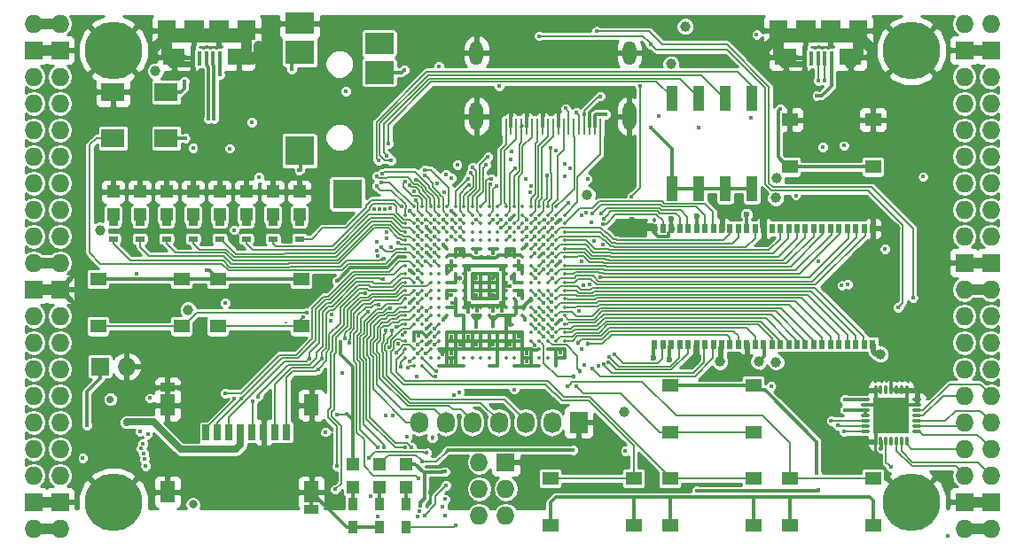
<source format=gtl>
G04 #@! TF.FileFunction,Copper,L1,Top,Signal*
%FSLAX46Y46*%
G04 Gerber Fmt 4.6, Leading zero omitted, Abs format (unit mm)*
G04 Created by KiCad (PCBNEW 4.0.7+dfsg1-1) date Wed Jan 17 15:58:00 2018*
%MOMM*%
%LPD*%
G01*
G04 APERTURE LIST*
%ADD10C,0.100000*%
%ADD11O,1.727200X1.727200*%
%ADD12R,1.727200X1.727200*%
%ADD13C,5.500000*%
%ADD14R,0.900000X1.200000*%
%ADD15R,2.100000X1.600000*%
%ADD16R,1.900000X1.900000*%
%ADD17R,0.400000X1.350000*%
%ADD18R,1.800000X1.900000*%
%ADD19O,0.850000X0.300000*%
%ADD20O,0.300000X0.850000*%
%ADD21R,1.675000X1.675000*%
%ADD22R,1.727200X2.032000*%
%ADD23O,1.727200X2.032000*%
%ADD24R,1.550000X1.300000*%
%ADD25R,1.120000X2.440000*%
%ADD26C,0.350000*%
%ADD27R,1.200000X1.200000*%
%ADD28R,2.800000X2.000000*%
%ADD29R,2.800000X2.200000*%
%ADD30R,2.800000X2.800000*%
%ADD31O,1.300000X2.700000*%
%ADD32O,1.300000X2.300000*%
%ADD33R,0.250000X1.600000*%
%ADD34R,0.700000X1.500000*%
%ADD35R,1.450000X0.900000*%
%ADD36R,1.450000X2.000000*%
%ADD37R,2.200000X1.800000*%
%ADD38R,0.560000X0.900000*%
%ADD39R,0.900000X0.500000*%
%ADD40C,0.400000*%
%ADD41C,1.000000*%
%ADD42C,0.600000*%
%ADD43C,0.454000*%
%ADD44C,0.800000*%
%ADD45C,0.700000*%
%ADD46C,0.300000*%
%ADD47C,0.190000*%
%ADD48C,0.500000*%
%ADD49C,1.000000*%
%ADD50C,0.600000*%
%ADD51C,0.200000*%
%ADD52C,0.700000*%
%ADD53C,0.127000*%
%ADD54C,0.254000*%
G04 APERTURE END LIST*
D10*
D11*
X97910000Y-62690000D03*
X95370000Y-62690000D03*
D12*
X97910000Y-65230000D03*
X95370000Y-65230000D03*
D11*
X97910000Y-67770000D03*
X95370000Y-67770000D03*
X97910000Y-70310000D03*
X95370000Y-70310000D03*
X97910000Y-72850000D03*
X95370000Y-72850000D03*
X97910000Y-75390000D03*
X95370000Y-75390000D03*
X97910000Y-77930000D03*
X95370000Y-77930000D03*
X97910000Y-80470000D03*
X95370000Y-80470000D03*
X97910000Y-83010000D03*
X95370000Y-83010000D03*
X97910000Y-85550000D03*
X95370000Y-85550000D03*
D12*
X97910000Y-88090000D03*
X95370000Y-88090000D03*
D11*
X97910000Y-90630000D03*
X95370000Y-90630000D03*
X97910000Y-93170000D03*
X95370000Y-93170000D03*
X97910000Y-95710000D03*
X95370000Y-95710000D03*
X97910000Y-98250000D03*
X95370000Y-98250000D03*
X97910000Y-100790000D03*
X95370000Y-100790000D03*
X97910000Y-103330000D03*
X95370000Y-103330000D03*
X97910000Y-105870000D03*
X95370000Y-105870000D03*
D12*
X97910000Y-108410000D03*
X95370000Y-108410000D03*
D11*
X97910000Y-110950000D03*
X95370000Y-110950000D03*
X184270000Y-110950000D03*
X186810000Y-110950000D03*
D12*
X184270000Y-108410000D03*
X186810000Y-108410000D03*
D11*
X184270000Y-105870000D03*
X186810000Y-105870000D03*
X184270000Y-103330000D03*
X186810000Y-103330000D03*
X184270000Y-100790000D03*
X186810000Y-100790000D03*
X184270000Y-98250000D03*
X186810000Y-98250000D03*
X184270000Y-95710000D03*
X186810000Y-95710000D03*
X184270000Y-93170000D03*
X186810000Y-93170000D03*
X184270000Y-90630000D03*
X186810000Y-90630000D03*
X184270000Y-88090000D03*
X186810000Y-88090000D03*
D12*
X184270000Y-85550000D03*
X186810000Y-85550000D03*
D11*
X184270000Y-83010000D03*
X186810000Y-83010000D03*
X184270000Y-80470000D03*
X186810000Y-80470000D03*
X184270000Y-77930000D03*
X186810000Y-77930000D03*
X184270000Y-75390000D03*
X186810000Y-75390000D03*
X184270000Y-72850000D03*
X186810000Y-72850000D03*
X184270000Y-70310000D03*
X186810000Y-70310000D03*
X184270000Y-67770000D03*
X186810000Y-67770000D03*
D12*
X184270000Y-65230000D03*
X186810000Y-65230000D03*
D11*
X184270000Y-62690000D03*
X186810000Y-62690000D03*
D13*
X102990000Y-108410000D03*
X179190000Y-108410000D03*
X179190000Y-65230000D03*
X102990000Y-65230000D03*
D12*
X101720000Y-95456000D03*
D11*
X104260000Y-95456000D03*
D14*
X128390000Y-108580000D03*
X128390000Y-110780000D03*
X130930000Y-110780000D03*
X130930000Y-108580000D03*
D15*
X114980000Y-65875000D03*
X108780000Y-65875000D03*
D16*
X113080000Y-63325000D03*
X110680000Y-63325000D03*
D17*
X113180000Y-66000000D03*
X112530000Y-66000000D03*
X111880000Y-66000000D03*
X111230000Y-66000000D03*
X110580000Y-66000000D03*
D18*
X115680000Y-63325000D03*
X108080000Y-63325000D03*
D15*
X173400000Y-65875000D03*
X167200000Y-65875000D03*
D16*
X171500000Y-63325000D03*
X169100000Y-63325000D03*
D17*
X171600000Y-66000000D03*
X170950000Y-66000000D03*
X170300000Y-66000000D03*
X169650000Y-66000000D03*
X169000000Y-66000000D03*
D18*
X174100000Y-63325000D03*
X166500000Y-63325000D03*
D12*
X140455000Y-104600000D03*
D11*
X137915000Y-104600000D03*
X140455000Y-107140000D03*
X137915000Y-107140000D03*
X140455000Y-109680000D03*
X137915000Y-109680000D03*
D19*
X179735000Y-101655000D03*
X179735000Y-101155000D03*
X179735000Y-100655000D03*
X179735000Y-100155000D03*
X179735000Y-99655000D03*
X179735000Y-99155000D03*
X179735000Y-98655000D03*
D20*
X178785000Y-97705000D03*
X178285000Y-97705000D03*
X177785000Y-97705000D03*
X177285000Y-97705000D03*
X176785000Y-97705000D03*
X176285000Y-97705000D03*
X175785000Y-97705000D03*
D19*
X174835000Y-98655000D03*
X174835000Y-99155000D03*
X174835000Y-99655000D03*
X174835000Y-100155000D03*
X174835000Y-100655000D03*
X174835000Y-101155000D03*
X174835000Y-101655000D03*
D20*
X175785000Y-102605000D03*
X176285000Y-102605000D03*
X176785000Y-102605000D03*
X177285000Y-102605000D03*
X177785000Y-102605000D03*
X178285000Y-102605000D03*
X178785000Y-102605000D03*
D21*
X176447500Y-99317500D03*
X176447500Y-100992500D03*
X178122500Y-99317500D03*
X178122500Y-100992500D03*
D22*
X147440000Y-100790000D03*
D23*
X144900000Y-100790000D03*
X142360000Y-100790000D03*
X139820000Y-100790000D03*
X137280000Y-100790000D03*
X134740000Y-100790000D03*
X132200000Y-100790000D03*
D24*
X175550000Y-71870000D03*
X175550000Y-76370000D03*
X167590000Y-76370000D03*
X167590000Y-71870000D03*
X101550000Y-91610000D03*
X101550000Y-87110000D03*
X109510000Y-87110000D03*
X109510000Y-91610000D03*
X112980000Y-91610000D03*
X112980000Y-87110000D03*
X120940000Y-87110000D03*
X120940000Y-91610000D03*
X156160000Y-101770000D03*
X156160000Y-97270000D03*
X164120000Y-97270000D03*
X164120000Y-101770000D03*
X164120000Y-106160000D03*
X164120000Y-110660000D03*
X156160000Y-110660000D03*
X156160000Y-106160000D03*
X152690000Y-106160000D03*
X152690000Y-110660000D03*
X144730000Y-110660000D03*
X144730000Y-106160000D03*
X175550000Y-106160000D03*
X175550000Y-110660000D03*
X167590000Y-110660000D03*
X167590000Y-106160000D03*
D25*
X156330000Y-78425000D03*
X163950000Y-69815000D03*
X158870000Y-78425000D03*
X161410000Y-69815000D03*
X161410000Y-78425000D03*
X158870000Y-69815000D03*
X163950000Y-78425000D03*
X156330000Y-69815000D03*
D26*
X131680000Y-80200000D03*
X132480000Y-80200000D03*
X133280000Y-80200000D03*
X134080000Y-80200000D03*
X134880000Y-80200000D03*
X135680000Y-80200000D03*
X136480000Y-80200000D03*
X137280000Y-80200000D03*
X138080000Y-80200000D03*
X138880000Y-80200000D03*
X139680000Y-80200000D03*
X140480000Y-80200000D03*
X141280000Y-80200000D03*
X142080000Y-80200000D03*
X142880000Y-80200000D03*
X143680000Y-80200000D03*
X144480000Y-80200000D03*
X145280000Y-80200000D03*
X130880000Y-81000000D03*
X131680000Y-81000000D03*
X132480000Y-81000000D03*
X133280000Y-81000000D03*
X134080000Y-81000000D03*
X134880000Y-81000000D03*
X135680000Y-81000000D03*
X136480000Y-81000000D03*
X137280000Y-81000000D03*
X138080000Y-81000000D03*
X138880000Y-81000000D03*
X139680000Y-81000000D03*
X140480000Y-81000000D03*
X141280000Y-81000000D03*
X142080000Y-81000000D03*
X142880000Y-81000000D03*
X143680000Y-81000000D03*
X144480000Y-81000000D03*
X145280000Y-81000000D03*
X146080000Y-81000000D03*
X130880000Y-81800000D03*
X131680000Y-81800000D03*
X132480000Y-81800000D03*
X133280000Y-81800000D03*
X134080000Y-81800000D03*
X134880000Y-81800000D03*
X135680000Y-81800000D03*
X136480000Y-81800000D03*
X137280000Y-81800000D03*
X138080000Y-81800000D03*
X138880000Y-81800000D03*
X139680000Y-81800000D03*
X140480000Y-81800000D03*
X141280000Y-81800000D03*
X142080000Y-81800000D03*
X142880000Y-81800000D03*
X143680000Y-81800000D03*
X144480000Y-81800000D03*
X145280000Y-81800000D03*
X146080000Y-81800000D03*
X130880000Y-82600000D03*
X131680000Y-82600000D03*
X132480000Y-82600000D03*
X133280000Y-82600000D03*
X134080000Y-82600000D03*
X134880000Y-82600000D03*
X135680000Y-82600000D03*
X136480000Y-82600000D03*
X137280000Y-82600000D03*
X138080000Y-82600000D03*
X138880000Y-82600000D03*
X139680000Y-82600000D03*
X140480000Y-82600000D03*
X141280000Y-82600000D03*
X142080000Y-82600000D03*
X142880000Y-82600000D03*
X143680000Y-82600000D03*
X144480000Y-82600000D03*
X145280000Y-82600000D03*
X146080000Y-82600000D03*
X130880000Y-83400000D03*
X131680000Y-83400000D03*
X132480000Y-83400000D03*
X133280000Y-83400000D03*
X134080000Y-83400000D03*
X134880000Y-83400000D03*
X135680000Y-83400000D03*
X136480000Y-83400000D03*
X137280000Y-83400000D03*
X138080000Y-83400000D03*
X138880000Y-83400000D03*
X139680000Y-83400000D03*
X140480000Y-83400000D03*
X141280000Y-83400000D03*
X142080000Y-83400000D03*
X142880000Y-83400000D03*
X143680000Y-83400000D03*
X144480000Y-83400000D03*
X145280000Y-83400000D03*
X146080000Y-83400000D03*
X130880000Y-84200000D03*
X131680000Y-84200000D03*
X132480000Y-84200000D03*
X133280000Y-84200000D03*
X134080000Y-84200000D03*
X134880000Y-84200000D03*
X135680000Y-84200000D03*
X136480000Y-84200000D03*
X137280000Y-84200000D03*
X138080000Y-84200000D03*
X138880000Y-84200000D03*
X139680000Y-84200000D03*
X140480000Y-84200000D03*
X141280000Y-84200000D03*
X142080000Y-84200000D03*
X142880000Y-84200000D03*
X143680000Y-84200000D03*
X144480000Y-84200000D03*
X145280000Y-84200000D03*
X146080000Y-84200000D03*
X130880000Y-85000000D03*
X131680000Y-85000000D03*
X132480000Y-85000000D03*
X133280000Y-85000000D03*
X134080000Y-85000000D03*
X134880000Y-85000000D03*
X135680000Y-85000000D03*
X136480000Y-85000000D03*
X137280000Y-85000000D03*
X138080000Y-85000000D03*
X138880000Y-85000000D03*
X139680000Y-85000000D03*
X140480000Y-85000000D03*
X141280000Y-85000000D03*
X142080000Y-85000000D03*
X142880000Y-85000000D03*
X143680000Y-85000000D03*
X144480000Y-85000000D03*
X145280000Y-85000000D03*
X146080000Y-85000000D03*
X130880000Y-85800000D03*
X131680000Y-85800000D03*
X132480000Y-85800000D03*
X133280000Y-85800000D03*
X134080000Y-85800000D03*
X134880000Y-85800000D03*
X135680000Y-85800000D03*
X136480000Y-85800000D03*
X137280000Y-85800000D03*
X138080000Y-85800000D03*
X138880000Y-85800000D03*
X139680000Y-85800000D03*
X140480000Y-85800000D03*
X141280000Y-85800000D03*
X142080000Y-85800000D03*
X142880000Y-85800000D03*
X143680000Y-85800000D03*
X144480000Y-85800000D03*
X145280000Y-85800000D03*
X146080000Y-85800000D03*
X130880000Y-86600000D03*
X131680000Y-86600000D03*
X132480000Y-86600000D03*
X133280000Y-86600000D03*
X134080000Y-86600000D03*
X134880000Y-86600000D03*
X135680000Y-86600000D03*
X136480000Y-86600000D03*
X137280000Y-86600000D03*
X138080000Y-86600000D03*
X138880000Y-86600000D03*
X139680000Y-86600000D03*
X140480000Y-86600000D03*
X141280000Y-86600000D03*
X142080000Y-86600000D03*
X142880000Y-86600000D03*
X143680000Y-86600000D03*
X144480000Y-86600000D03*
X145280000Y-86600000D03*
X146080000Y-86600000D03*
X130880000Y-87400000D03*
X131680000Y-87400000D03*
X132480000Y-87400000D03*
X133280000Y-87400000D03*
X134080000Y-87400000D03*
X134880000Y-87400000D03*
X135680000Y-87400000D03*
X136480000Y-87400000D03*
X137280000Y-87400000D03*
X138080000Y-87400000D03*
X138880000Y-87400000D03*
X139680000Y-87400000D03*
X140480000Y-87400000D03*
X141280000Y-87400000D03*
X142080000Y-87400000D03*
X142880000Y-87400000D03*
X143680000Y-87400000D03*
X144480000Y-87400000D03*
X145280000Y-87400000D03*
X146080000Y-87400000D03*
X130880000Y-88200000D03*
X131680000Y-88200000D03*
X132480000Y-88200000D03*
X133280000Y-88200000D03*
X134080000Y-88200000D03*
X134880000Y-88200000D03*
X135680000Y-88200000D03*
X136480000Y-88200000D03*
X137280000Y-88200000D03*
X138080000Y-88200000D03*
X138880000Y-88200000D03*
X139680000Y-88200000D03*
X140480000Y-88200000D03*
X141280000Y-88200000D03*
X142080000Y-88200000D03*
X142880000Y-88200000D03*
X143680000Y-88200000D03*
X144480000Y-88200000D03*
X145280000Y-88200000D03*
X146080000Y-88200000D03*
X130880000Y-89000000D03*
X131680000Y-89000000D03*
X132480000Y-89000000D03*
X133280000Y-89000000D03*
X134080000Y-89000000D03*
X134880000Y-89000000D03*
X135680000Y-89000000D03*
X136480000Y-89000000D03*
X137280000Y-89000000D03*
X138080000Y-89000000D03*
X138880000Y-89000000D03*
X139680000Y-89000000D03*
X140480000Y-89000000D03*
X141280000Y-89000000D03*
X142080000Y-89000000D03*
X142880000Y-89000000D03*
X143680000Y-89000000D03*
X144480000Y-89000000D03*
X145280000Y-89000000D03*
X146080000Y-89000000D03*
X130880000Y-89800000D03*
X131680000Y-89800000D03*
X132480000Y-89800000D03*
X133280000Y-89800000D03*
X134080000Y-89800000D03*
X134880000Y-89800000D03*
X135680000Y-89800000D03*
X136480000Y-89800000D03*
X137280000Y-89800000D03*
X138080000Y-89800000D03*
X138880000Y-89800000D03*
X139680000Y-89800000D03*
X140480000Y-89800000D03*
X141280000Y-89800000D03*
X142080000Y-89800000D03*
X142880000Y-89800000D03*
X143680000Y-89800000D03*
X144480000Y-89800000D03*
X145280000Y-89800000D03*
X146080000Y-89800000D03*
X130880000Y-90600000D03*
X131680000Y-90600000D03*
X132480000Y-90600000D03*
X133280000Y-90600000D03*
X134080000Y-90600000D03*
X134880000Y-90600000D03*
X135680000Y-90600000D03*
X136480000Y-90600000D03*
X137280000Y-90600000D03*
X138080000Y-90600000D03*
X138880000Y-90600000D03*
X139680000Y-90600000D03*
X140480000Y-90600000D03*
X141280000Y-90600000D03*
X142080000Y-90600000D03*
X142880000Y-90600000D03*
X143680000Y-90600000D03*
X144480000Y-90600000D03*
X145280000Y-90600000D03*
X146080000Y-90600000D03*
X130880000Y-91400000D03*
X131680000Y-91400000D03*
X132480000Y-91400000D03*
X133280000Y-91400000D03*
X134080000Y-91400000D03*
X142880000Y-91400000D03*
X143680000Y-91400000D03*
X144480000Y-91400000D03*
X145280000Y-91400000D03*
X146080000Y-91400000D03*
X130880000Y-92200000D03*
X131680000Y-92200000D03*
X132480000Y-92200000D03*
X133280000Y-92200000D03*
X134080000Y-92200000D03*
X134880000Y-92200000D03*
X135680000Y-92200000D03*
X136480000Y-92200000D03*
X137280000Y-92200000D03*
X138080000Y-92200000D03*
X138880000Y-92200000D03*
X139680000Y-92200000D03*
X140480000Y-92200000D03*
X141280000Y-92200000D03*
X142080000Y-92200000D03*
X142880000Y-92200000D03*
X143680000Y-92200000D03*
X144480000Y-92200000D03*
X145280000Y-92200000D03*
X146080000Y-92200000D03*
X130880000Y-93000000D03*
X131680000Y-93000000D03*
X132480000Y-93000000D03*
X133280000Y-93000000D03*
X134080000Y-93000000D03*
X134880000Y-93000000D03*
X135680000Y-93000000D03*
X136480000Y-93000000D03*
X137280000Y-93000000D03*
X138080000Y-93000000D03*
X138880000Y-93000000D03*
X139680000Y-93000000D03*
X140480000Y-93000000D03*
X141280000Y-93000000D03*
X142080000Y-93000000D03*
X142880000Y-93000000D03*
X143680000Y-93000000D03*
X144480000Y-93000000D03*
X145280000Y-93000000D03*
X146080000Y-93000000D03*
X130880000Y-93800000D03*
X131680000Y-93800000D03*
X132480000Y-93800000D03*
X133280000Y-93800000D03*
X134080000Y-93800000D03*
X134880000Y-93800000D03*
X135680000Y-93800000D03*
X136480000Y-93800000D03*
X137280000Y-93800000D03*
X138080000Y-93800000D03*
X138880000Y-93800000D03*
X139680000Y-93800000D03*
X140480000Y-93800000D03*
X141280000Y-93800000D03*
X142080000Y-93800000D03*
X142880000Y-93800000D03*
X143680000Y-93800000D03*
X144480000Y-93800000D03*
X145280000Y-93800000D03*
X146080000Y-93800000D03*
X130880000Y-94600000D03*
X131680000Y-94600000D03*
X132480000Y-94600000D03*
X133280000Y-94600000D03*
X134080000Y-94600000D03*
X134880000Y-94600000D03*
X135680000Y-94600000D03*
X136480000Y-94600000D03*
X137280000Y-94600000D03*
X138080000Y-94600000D03*
X138880000Y-94600000D03*
X139680000Y-94600000D03*
X140480000Y-94600000D03*
X141280000Y-94600000D03*
X142080000Y-94600000D03*
X142880000Y-94600000D03*
X143680000Y-94600000D03*
X144480000Y-94600000D03*
X145280000Y-94600000D03*
X146080000Y-94600000D03*
X131680000Y-95400000D03*
X132480000Y-95400000D03*
X134080000Y-95400000D03*
X134880000Y-95400000D03*
X135680000Y-95400000D03*
X136480000Y-95400000D03*
X138880000Y-95400000D03*
X139680000Y-95400000D03*
X141280000Y-95400000D03*
X142080000Y-95400000D03*
X142880000Y-95400000D03*
X143680000Y-95400000D03*
X145280000Y-95400000D03*
D27*
X125850000Y-104770000D03*
X125850000Y-106970000D03*
D14*
X125850000Y-108580000D03*
X125850000Y-110780000D03*
D27*
X128390000Y-104770000D03*
X128390000Y-106970000D03*
X120770000Y-80935000D03*
X120770000Y-78735000D03*
X118230000Y-80935000D03*
X118230000Y-78735000D03*
X115690000Y-80935000D03*
X115690000Y-78735000D03*
X113150000Y-80935000D03*
X113150000Y-78735000D03*
X110610000Y-80935000D03*
X110610000Y-78735000D03*
X108070000Y-80935000D03*
X108070000Y-78735000D03*
X105530000Y-80935000D03*
X105530000Y-78735000D03*
X102990000Y-80935000D03*
X102990000Y-78735000D03*
X130930000Y-104770000D03*
X130930000Y-106970000D03*
D28*
X120780000Y-62648000D03*
D29*
X120780000Y-65448000D03*
D30*
X120780000Y-74848000D03*
X125330000Y-78948000D03*
D29*
X128380000Y-67348000D03*
D28*
X128380000Y-64548000D03*
D31*
X152280000Y-71550000D03*
X137680000Y-71550000D03*
D32*
X137680000Y-65500000D03*
D33*
X140480000Y-72500000D03*
X140980000Y-72500000D03*
X141480000Y-72500000D03*
X141980000Y-72500000D03*
X142480000Y-72500000D03*
X142980000Y-72500000D03*
X143480000Y-72500000D03*
X143980000Y-72500000D03*
X144480000Y-72500000D03*
X144980000Y-72500000D03*
X145480000Y-72500000D03*
X145980000Y-72500000D03*
X146480000Y-72500000D03*
X146980000Y-72500000D03*
X147480000Y-72500000D03*
X147980000Y-72500000D03*
X148480000Y-72500000D03*
X148980000Y-72500000D03*
X149480000Y-72500000D03*
D32*
X152280000Y-65500000D03*
D34*
X111850000Y-101750000D03*
X112950000Y-101750000D03*
X114050000Y-101750000D03*
X115150000Y-101750000D03*
X116250000Y-101750000D03*
X117350000Y-101750000D03*
X118450000Y-101750000D03*
X119550000Y-101750000D03*
D35*
X108175000Y-97450000D03*
X121925000Y-109150000D03*
D36*
X121925000Y-99150000D03*
X108175000Y-99150000D03*
X108175000Y-107450000D03*
X121925000Y-107450000D03*
D37*
X108040000Y-69220000D03*
X102960000Y-69220000D03*
X102960000Y-73620000D03*
X108040000Y-73620000D03*
D38*
X175493000Y-82270000D03*
X154693000Y-93330000D03*
X155493000Y-93330000D03*
X156293000Y-93330000D03*
X157093000Y-93330000D03*
X157893000Y-93330000D03*
X158693000Y-93330000D03*
X159493000Y-93330000D03*
X160293000Y-93330000D03*
X161093000Y-93330000D03*
X161893000Y-93330000D03*
X162693000Y-93330000D03*
X163493000Y-93330000D03*
X164293000Y-93330000D03*
X165093000Y-93330000D03*
X165893000Y-93330000D03*
X166693000Y-93330000D03*
X167493000Y-93330000D03*
X168293000Y-93330000D03*
X169093000Y-93330000D03*
X169893000Y-93330000D03*
X170693000Y-93330000D03*
X171493000Y-93330000D03*
X172293000Y-93330000D03*
X173093000Y-93330000D03*
X173893000Y-93330000D03*
X174693000Y-93330000D03*
X175493000Y-93330000D03*
X174693000Y-82270000D03*
X173893000Y-82270000D03*
X173093000Y-82270000D03*
X172293000Y-82270000D03*
X171493000Y-82270000D03*
X170693000Y-82270000D03*
X169893000Y-82270000D03*
X169093000Y-82270000D03*
X168293000Y-82270000D03*
X167493000Y-82270000D03*
X166693000Y-82270000D03*
X165893000Y-82270000D03*
X165093000Y-82270000D03*
X164293000Y-82270000D03*
X163493000Y-82270000D03*
X162693000Y-82270000D03*
X161893000Y-82270000D03*
X161093000Y-82270000D03*
X160293000Y-82270000D03*
X159493000Y-82270000D03*
X158693000Y-82270000D03*
X157893000Y-82270000D03*
X157093000Y-82270000D03*
X156293000Y-82270000D03*
X155493000Y-82270000D03*
X154693000Y-82270000D03*
D39*
X120770000Y-83252000D03*
X120770000Y-81752000D03*
X118230000Y-83252000D03*
X118230000Y-81752000D03*
X115690000Y-83252000D03*
X115690000Y-81752000D03*
X113150000Y-83252000D03*
X113150000Y-81752000D03*
X110610000Y-83252000D03*
X110610000Y-81752000D03*
X108070000Y-83252000D03*
X108070000Y-81752000D03*
X105530000Y-83252000D03*
X105530000Y-81752000D03*
X102990000Y-83252000D03*
X102990000Y-81752000D03*
D40*
X135342764Y-89381630D03*
X144103496Y-84660400D03*
D41*
X177658444Y-82281349D03*
D40*
X145680000Y-81405125D03*
X145691238Y-94166752D03*
X145759873Y-91010176D03*
D42*
X152525938Y-81463870D03*
D41*
X162956098Y-95078488D03*
X158539988Y-94868772D03*
D42*
X161075765Y-80992022D03*
X164882869Y-80938986D03*
X156262773Y-81349374D03*
X123437000Y-108972000D03*
D40*
X132871770Y-84533979D03*
X132862998Y-82124544D03*
X131278306Y-86213101D03*
X135281276Y-80583119D03*
X131279502Y-89407325D03*
X170309539Y-85441529D03*
X145672808Y-85396062D03*
X133216000Y-107465000D03*
X137680000Y-88600000D03*
X142480000Y-95000000D03*
X141680000Y-92600000D03*
X140836000Y-84534000D03*
X135284627Y-94985297D03*
X135288625Y-94225619D03*
X134455822Y-94267172D03*
X136095958Y-93369652D03*
D43*
X139264636Y-91615205D03*
D41*
X116880503Y-64802940D03*
X106974809Y-64953974D03*
X175210328Y-64948943D03*
X165417246Y-64954666D03*
D40*
X175495631Y-71457432D03*
X177285000Y-95710000D03*
X140880000Y-81400000D03*
X140874194Y-91433353D03*
X142480000Y-94200000D03*
X140880000Y-93400000D03*
X139280000Y-93400000D03*
X137680000Y-93400000D03*
X136880000Y-92600000D03*
X135280000Y-92600000D03*
X132880000Y-91800000D03*
X132880000Y-93400000D03*
D43*
X141042859Y-86994997D03*
X139280000Y-87000000D03*
X136110990Y-86995403D03*
X137680000Y-87000000D03*
X136080000Y-84600000D03*
X139280000Y-88600000D03*
D41*
X101707889Y-82423180D03*
X107021491Y-67228122D03*
X166284693Y-95025145D03*
X166248957Y-79348409D03*
X166343357Y-77477990D03*
D40*
X172564535Y-87722010D03*
X150030853Y-71331848D03*
D41*
X156235582Y-66548363D03*
X157600000Y-62944000D03*
D40*
X137659051Y-91638034D03*
X135273306Y-88618602D03*
X135280000Y-86200000D03*
X135280000Y-85440000D03*
X158870000Y-72596000D03*
X114513935Y-82409431D03*
X116912932Y-77355158D03*
X109760378Y-68177900D03*
X109840000Y-73620000D03*
X132110753Y-92527478D03*
X113658000Y-89360000D03*
X165803369Y-97344883D03*
D41*
X148237462Y-79019093D03*
D40*
X148271935Y-77558071D03*
D41*
X160905403Y-95006436D03*
D42*
X158731133Y-81048929D03*
X154593901Y-94607945D03*
X156088245Y-94762980D03*
D41*
X164625730Y-94982471D03*
D42*
X163462982Y-80942429D03*
D41*
X176254940Y-94288458D03*
D44*
X110593913Y-108636458D03*
D40*
X180340784Y-77316932D03*
X173137949Y-87594275D03*
D45*
X102710050Y-98594954D03*
D40*
X129005202Y-100174798D03*
X139820000Y-68665673D03*
X172834633Y-99599920D03*
X172879922Y-98618650D03*
X176305593Y-103279812D03*
X164433885Y-63737451D03*
X134079160Y-66786153D03*
X100080000Y-104200000D03*
X139272517Y-84611349D03*
X137680556Y-84534085D03*
X141680000Y-86200000D03*
X132880000Y-92600000D03*
X141680000Y-88600000D03*
X141680000Y-85400000D03*
X129983242Y-91668979D03*
X121431221Y-90311593D03*
X121088335Y-90753785D03*
X130583026Y-92475628D03*
X146394787Y-97333919D03*
X143300000Y-86220000D03*
X147175985Y-97333919D03*
X147700000Y-93820000D03*
X144900000Y-91820000D03*
X142277990Y-91000000D03*
D41*
X110128890Y-90028152D03*
D40*
X142480000Y-83800000D03*
X134480000Y-83800000D03*
X134480000Y-91000000D03*
X155115280Y-71563465D03*
X105245010Y-86595559D03*
X125193541Y-69156848D03*
X170182962Y-69571012D03*
X170362901Y-107286196D03*
X158716651Y-107325176D03*
X136028224Y-97922729D03*
X128216338Y-109760338D03*
X132708000Y-109680000D03*
X134750646Y-106810513D03*
X133680000Y-91800000D03*
X135517016Y-98167170D03*
X134675868Y-108131585D03*
D43*
X133449289Y-102232615D03*
D40*
X133680000Y-92600000D03*
X132936956Y-103711000D03*
X127385678Y-104203668D03*
X133685482Y-93402296D03*
X134463998Y-108841973D03*
X131986331Y-96404793D03*
X131039072Y-102187000D03*
X134636872Y-109719950D03*
X132846234Y-94197073D03*
X176700000Y-84220000D03*
X143260000Y-84620000D03*
X120739932Y-76694083D03*
X130761990Y-67119621D03*
X147186000Y-71200000D03*
X147983153Y-71347080D03*
X149475951Y-69619684D03*
X153297112Y-68665673D03*
X177926984Y-89812061D03*
X154329326Y-64643767D03*
X152497066Y-79193467D03*
X146481406Y-79819384D03*
X143650666Y-63862520D03*
X179351513Y-88868327D03*
X149134122Y-63424051D03*
X140035989Y-81400000D03*
X121687479Y-94718249D03*
X128776655Y-87127857D03*
X132083026Y-86260405D03*
X113700000Y-98020000D03*
X116325960Y-98790853D03*
X122932649Y-94724357D03*
X124849021Y-96102869D03*
X122527919Y-95725900D03*
X116198000Y-72088000D03*
X127586603Y-107875044D03*
X113157250Y-67567056D03*
X146180000Y-70800000D03*
X131453853Y-103208291D03*
X149771692Y-81825658D03*
X144080000Y-86200000D03*
X149533922Y-86909940D03*
X144894316Y-86977564D03*
X144896700Y-83835368D03*
X149549750Y-80868432D03*
D43*
X147343891Y-93217126D03*
D40*
X144113248Y-92588762D03*
X144875155Y-86292748D03*
X149846468Y-81303978D03*
X148696112Y-80861847D03*
X144916886Y-82991356D03*
D43*
X148349010Y-93322307D03*
D40*
X144882352Y-92577990D03*
X144902941Y-90956495D03*
X148747982Y-95669626D03*
X144867244Y-90112484D03*
X149795895Y-95251084D03*
X144855814Y-89268481D03*
X150278898Y-95040253D03*
X150345974Y-94517527D03*
X144877648Y-88622010D03*
X150889207Y-94332565D03*
X143280000Y-87000000D03*
X130211351Y-93284273D03*
X131084713Y-95564177D03*
X130422000Y-95456000D03*
X131316164Y-94959140D03*
X130053332Y-94113207D03*
X132031990Y-93400000D03*
X129371747Y-93601166D03*
X141280657Y-97642010D03*
X133852393Y-95875797D03*
X133762848Y-96395146D03*
X132080000Y-94200000D03*
X128622659Y-84064643D03*
X105895603Y-103765816D03*
X130839477Y-103208987D03*
X129449238Y-89873934D03*
X132075624Y-89410644D03*
X128806823Y-103185900D03*
X128312094Y-89556924D03*
X132162861Y-106185868D03*
X132880000Y-88600000D03*
X127040053Y-88426410D03*
X124322162Y-105002357D03*
X132080000Y-87000000D03*
X125525099Y-93236764D03*
X124202418Y-107207639D03*
X110599084Y-74589383D03*
X132024412Y-109766775D03*
X114104080Y-74612196D03*
X132219727Y-109277292D03*
X115190634Y-98572389D03*
X131847310Y-79589886D03*
X132080000Y-81400000D03*
X132080007Y-82103333D03*
X132872609Y-82968555D03*
X133627359Y-81414685D03*
X133648389Y-82190597D03*
X131923295Y-77584853D03*
X130856828Y-77786820D03*
X129555604Y-91985990D03*
X132880000Y-91000000D03*
X129028593Y-91985999D03*
X132077338Y-91002010D03*
X131275302Y-80595752D03*
X130489904Y-80167235D03*
X128823114Y-85153560D03*
X132072985Y-85377990D03*
X134476508Y-82180155D03*
X133942383Y-77980766D03*
X163908850Y-71651861D03*
X135656559Y-110610712D03*
X132468001Y-104503413D03*
X146844288Y-103452739D03*
D45*
X104260000Y-100790000D03*
D40*
X114560994Y-98539563D03*
X116800000Y-98320000D03*
X111895217Y-86253790D03*
X165170594Y-97666317D03*
X170157734Y-105666345D03*
X169506589Y-107953726D03*
X170735900Y-74464979D03*
X143257990Y-83000000D03*
X168166438Y-79108038D03*
X151896383Y-103510715D03*
X112614274Y-71803529D03*
X112074854Y-71810535D03*
X143269694Y-93414905D03*
X177274002Y-105079115D03*
X172761273Y-101651681D03*
X143280000Y-91800000D03*
X172193360Y-101105663D03*
X144064831Y-91877646D03*
X144080000Y-90956495D03*
X171540304Y-100645743D03*
X135320520Y-82196441D03*
X129493343Y-75737814D03*
X136080000Y-82200000D03*
X129125079Y-75315804D03*
X136080000Y-83000000D03*
X129252218Y-74142461D03*
X142377451Y-77497451D03*
X172746637Y-74347988D03*
X143280000Y-83800000D03*
X170300000Y-68151000D03*
X170950000Y-68125562D03*
X125110333Y-92787995D03*
X124361185Y-87274371D03*
X124361184Y-87274370D03*
X182675150Y-111637626D03*
X166678914Y-70803555D03*
X123273881Y-101715917D03*
X129660000Y-100155000D03*
X127308270Y-90221456D03*
X132084049Y-88558274D03*
X128280000Y-103200000D03*
X120008000Y-67008000D03*
X133680000Y-83000000D03*
X129457990Y-80285112D03*
X133680000Y-83800000D03*
X128943593Y-80399729D03*
X130204628Y-83599483D03*
X128416582Y-80399850D03*
X127889625Y-80407426D03*
X133680000Y-85400000D03*
X144780000Y-74590382D03*
X140896226Y-87816226D03*
X140038941Y-89350966D03*
X136944530Y-89373464D03*
D43*
X136938110Y-86196311D03*
D40*
X140014602Y-86192969D03*
X139285803Y-90177691D03*
X137689001Y-90122990D03*
D41*
X151758000Y-99774000D03*
D40*
X136885174Y-90194826D03*
X140094890Y-90122990D03*
X128333179Y-75769807D03*
X134613000Y-78819000D03*
X135280000Y-83022010D03*
X154298000Y-72596000D03*
X100450000Y-101044000D03*
X132285867Y-108754446D03*
X134707351Y-105508447D03*
X139280000Y-81400000D03*
X139578623Y-78205862D03*
X139034115Y-78040948D03*
X139046749Y-77514088D03*
X138580000Y-76200000D03*
X138779198Y-75400762D03*
X137680000Y-81400000D03*
X137308732Y-76415018D03*
X137106948Y-76979922D03*
X136859538Y-77550820D03*
X136922059Y-78097889D03*
X136096392Y-81395070D03*
X135830698Y-76200613D03*
X135315381Y-81391918D03*
X135280062Y-77463305D03*
X134471370Y-81406751D03*
X134758050Y-77130140D03*
D43*
X146942280Y-96452058D03*
X147534467Y-95913260D03*
D40*
X147928857Y-95339016D03*
X143322010Y-91000657D03*
X149284391Y-95377990D03*
X144077013Y-90266968D03*
X147430953Y-90112484D03*
X144076240Y-89395301D03*
X143322010Y-90201951D03*
X147910791Y-87683418D03*
X144082832Y-88584510D03*
X143322010Y-88595030D03*
X148483539Y-87608166D03*
X144102010Y-85397219D03*
X144889349Y-85448737D03*
X147687390Y-85374093D03*
X149732494Y-83807694D03*
X144912409Y-84635817D03*
X148921512Y-83442010D03*
X144103186Y-83777990D03*
X148610661Y-81705858D03*
X144102010Y-83000000D03*
X144888125Y-82147345D03*
X148175253Y-80781550D03*
X144125486Y-82186468D03*
X147688311Y-80983115D03*
X144880008Y-81303333D03*
X142841210Y-78784254D03*
X142473549Y-82998913D03*
X142864275Y-78217369D03*
X142437464Y-82181475D03*
X146089079Y-77300571D03*
X144144931Y-81387081D03*
X144394875Y-77219934D03*
X146577729Y-76500816D03*
X143281475Y-82206074D03*
X146130802Y-76060132D03*
X143300920Y-81377293D03*
X145255695Y-74817220D03*
X141662690Y-82207782D03*
X142456909Y-81405800D03*
X140030954Y-82200000D03*
X141342967Y-76554996D03*
X141046643Y-74873804D03*
X140864029Y-83041403D03*
X140874966Y-82177164D03*
X140980062Y-75681941D03*
X132761172Y-77202673D03*
X132737245Y-76676207D03*
X128644933Y-77050030D03*
X128152012Y-77257840D03*
X128125571Y-78233647D03*
X128590544Y-77894041D03*
X131253134Y-78134216D03*
X106477197Y-98487772D03*
X131709326Y-78745875D03*
X132783339Y-81400004D03*
X132079024Y-82984045D03*
X129109095Y-82655074D03*
X105572759Y-101661319D03*
X106276126Y-101893466D03*
X132880889Y-83897835D03*
X129054383Y-83179239D03*
X129487667Y-84079929D03*
X132083682Y-83828056D03*
X105813763Y-102819336D03*
X128165458Y-83509725D03*
X132062099Y-84533979D03*
X105627254Y-103312241D03*
X128182016Y-84353737D03*
X105992720Y-104283802D03*
X133671942Y-84595200D03*
X128207686Y-84880123D03*
X106088753Y-104974041D03*
X132834641Y-85377990D03*
X123714874Y-91057383D03*
X124326000Y-100028000D03*
X124681087Y-93093755D03*
X132900000Y-90180000D03*
X123846546Y-90451525D03*
X132100000Y-90157990D03*
D46*
X154680000Y-81486121D02*
X154657528Y-81463649D01*
D47*
X119425148Y-91210000D02*
X119484873Y-91269725D01*
D46*
X135661630Y-89381630D02*
X135625606Y-89381630D01*
X135625606Y-89381630D02*
X135342764Y-89381630D01*
X135680000Y-89400000D02*
X135661630Y-89381630D01*
X139505001Y-90774999D02*
X139680000Y-90600000D01*
X139054999Y-90774999D02*
X139505001Y-90774999D01*
X138880000Y-90600000D02*
X139054999Y-90774999D01*
X105530000Y-78735000D02*
X102990000Y-78735000D01*
X108070000Y-78735000D02*
X105530000Y-78735000D01*
X110610000Y-78735000D02*
X108070000Y-78735000D01*
X113150000Y-78735000D02*
X110610000Y-78735000D01*
X115690000Y-78735000D02*
X113150000Y-78735000D01*
X118230000Y-78735000D02*
X115690000Y-78735000D01*
X120770000Y-78735000D02*
X118230000Y-78735000D01*
X152525938Y-81463870D02*
X152982068Y-81920000D01*
X152982068Y-81920000D02*
X154589000Y-81920000D01*
X154589000Y-81920000D02*
X154589000Y-82564717D01*
X154589000Y-82564717D02*
X154935999Y-82911716D01*
X154935999Y-82911716D02*
X154935999Y-82941601D01*
X154935999Y-82941601D02*
X154991399Y-82997001D01*
X156050001Y-82941601D02*
X156050001Y-82696040D01*
X154991399Y-82997001D02*
X155994601Y-82997001D01*
X155994601Y-82997001D02*
X156050001Y-82941601D01*
X156050001Y-82696040D02*
X156205000Y-82541041D01*
X156205000Y-82541041D02*
X156205000Y-81920000D01*
X144019600Y-84660400D02*
X144103496Y-84660400D01*
X143680000Y-85000000D02*
X144019600Y-84660400D01*
X177252609Y-82281349D02*
X177658444Y-82281349D01*
X177241260Y-82270000D02*
X177252609Y-82281349D01*
X145280000Y-81800000D02*
X145674875Y-81405125D01*
X145674875Y-81405125D02*
X145680000Y-81405125D01*
X145691238Y-93811238D02*
X145691238Y-93883910D01*
X145680000Y-93800000D02*
X145691238Y-93811238D01*
X145691238Y-93883910D02*
X145691238Y-94166752D01*
X145280000Y-91400000D02*
X145669824Y-91010176D01*
X145669824Y-91010176D02*
X145759873Y-91010176D01*
X121925000Y-107450000D02*
X121925000Y-109150000D01*
X163456097Y-94578489D02*
X162956098Y-95078488D01*
X163480000Y-94554586D02*
X163456097Y-94578489D01*
X163480000Y-93330000D02*
X163480000Y-94554586D01*
X158539988Y-93470012D02*
X158539988Y-94161666D01*
X158680000Y-93330000D02*
X158539988Y-93470012D01*
X158539988Y-94161666D02*
X158539988Y-94868772D01*
X161075765Y-81416286D02*
X161075765Y-80992022D01*
X161075765Y-82265765D02*
X161075765Y-81416286D01*
X161080000Y-82270000D02*
X161075765Y-82265765D01*
X164882869Y-82072869D02*
X164882869Y-81363250D01*
X165080000Y-82270000D02*
X164882869Y-82072869D01*
X164882869Y-81363250D02*
X164882869Y-80938986D01*
X156280000Y-82270000D02*
X156280000Y-81366601D01*
X156280000Y-81366601D02*
X156262773Y-81349374D01*
D48*
X175480000Y-82270000D02*
X177241260Y-82270000D01*
D46*
X148480000Y-71200000D02*
X149230000Y-70450000D01*
X148480000Y-72500000D02*
X148480000Y-71200000D01*
X145480000Y-72500000D02*
X145480000Y-71200000D01*
X143980000Y-72500000D02*
X143980000Y-71200000D01*
X142480000Y-72500000D02*
X142480000Y-71450000D01*
X142480000Y-71200000D02*
X142480000Y-71450000D01*
X140980000Y-72500000D02*
X140980000Y-71200000D01*
X134455822Y-94267172D02*
X134455822Y-94224178D01*
X134455822Y-94224178D02*
X134880000Y-93800000D01*
X123437000Y-108972000D02*
X125245000Y-110780000D01*
X125245000Y-110780000D02*
X125850000Y-110780000D01*
X125850000Y-110780000D02*
X125889531Y-110819531D01*
X125889531Y-110819531D02*
X126234488Y-110819531D01*
X126234488Y-110819531D02*
X126274019Y-110780000D01*
X126274019Y-110780000D02*
X127640000Y-110780000D01*
X127640000Y-110780000D02*
X128390000Y-110780000D01*
X121930000Y-107465000D02*
X123437000Y-108972000D01*
D49*
X184270000Y-65230000D02*
X186810000Y-65230000D01*
X184270000Y-85550000D02*
X186810000Y-85550000D01*
X184270000Y-108410000D02*
X186810000Y-108410000D01*
X95370000Y-108410000D02*
X97910000Y-108410000D01*
D48*
X97910000Y-88090000D02*
X98956608Y-87043392D01*
D46*
X98956608Y-87043392D02*
X98974574Y-87043392D01*
D48*
X97910000Y-88090000D02*
X99013590Y-89193590D01*
D46*
X99013590Y-89193590D02*
X99060056Y-89193590D01*
D49*
X95370000Y-88090000D02*
X97910000Y-88090000D01*
X95370000Y-65230000D02*
X97910000Y-65230000D01*
D46*
X139264636Y-90984636D02*
X139295364Y-90984636D01*
X139295364Y-90984636D02*
X139680000Y-90600000D01*
X132871770Y-84591770D02*
X132871770Y-84533979D01*
X133280000Y-85000000D02*
X132871770Y-84591770D01*
X133280000Y-82600000D02*
X132862998Y-82182998D01*
X132862998Y-82182998D02*
X132862998Y-82124544D01*
X131293101Y-86213101D02*
X131278306Y-86213101D01*
X131680000Y-86600000D02*
X131293101Y-86213101D01*
X140480000Y-90600000D02*
X140480000Y-92200000D01*
X135281276Y-80601276D02*
X135281276Y-80583119D01*
X135680000Y-81000000D02*
X135281276Y-80601276D01*
X131279502Y-89400498D02*
X131279502Y-89407325D01*
X131680000Y-89000000D02*
X131279502Y-89400498D01*
X145672808Y-85407192D02*
X145672808Y-85396062D01*
X145280000Y-85800000D02*
X145672808Y-85407192D01*
X137280000Y-89000000D02*
X137680000Y-88600000D01*
X142480000Y-94600000D02*
X142880000Y-94600000D01*
X142080000Y-94600000D02*
X142480000Y-94600000D01*
X142480000Y-94600000D02*
X142480000Y-95000000D01*
X141680000Y-92200000D02*
X142080000Y-92200000D01*
X141280000Y-92200000D02*
X141680000Y-92200000D01*
X141680000Y-92200000D02*
X141680000Y-92600000D01*
X141280000Y-84200000D02*
X141170000Y-84200000D01*
X141170000Y-84200000D02*
X140836000Y-84534000D01*
X135284627Y-95395373D02*
X135284627Y-95268139D01*
X135280000Y-95400000D02*
X135284627Y-95395373D01*
X135284627Y-95268139D02*
X135284627Y-94985297D01*
X135288625Y-93942777D02*
X135288625Y-94225619D01*
X135288625Y-93808625D02*
X135288625Y-93942777D01*
X135280000Y-93800000D02*
X135288625Y-93808625D01*
X134455822Y-94175822D02*
X134455822Y-94267172D01*
X134080000Y-93800000D02*
X134455822Y-94175822D01*
X145280000Y-94600000D02*
X145280000Y-95400000D01*
X143498655Y-93891906D02*
X143590561Y-93800000D01*
X143040733Y-93891906D02*
X143498655Y-93891906D01*
X142880000Y-93800000D02*
X142948827Y-93800000D01*
X142948827Y-93800000D02*
X143040733Y-93891906D01*
X143590561Y-93800000D02*
X143680000Y-93800000D01*
X145280000Y-93800000D02*
X144480000Y-93800000D01*
X146080000Y-94600000D02*
X146080000Y-93800000D01*
X145280000Y-94600000D02*
X146080000Y-94600000D01*
X142080000Y-95400000D02*
X142080000Y-94600000D01*
X142880000Y-95400000D02*
X142880000Y-94600000D01*
X142880000Y-95400000D02*
X143680000Y-95400000D01*
X142080000Y-95400000D02*
X142880000Y-95400000D01*
X141280000Y-95400000D02*
X142080000Y-95400000D01*
X142080000Y-93000000D02*
X142080000Y-93800000D01*
X138880000Y-92200000D02*
X138880000Y-93000000D01*
X139680000Y-92200000D02*
X139680000Y-93000000D01*
X140480000Y-93000000D02*
X140480000Y-92200000D01*
X141280000Y-93000000D02*
X141280000Y-92200000D01*
X142080000Y-93000000D02*
X141280000Y-93000000D01*
X142080000Y-92200000D02*
X142080000Y-93000000D01*
X140480000Y-92200000D02*
X141280000Y-92200000D01*
X139680000Y-92200000D02*
X140480000Y-92200000D01*
X138880000Y-92200000D02*
X139680000Y-92200000D01*
X138080000Y-92200000D02*
X138880000Y-92200000D01*
X136095958Y-93086810D02*
X136095958Y-93369652D01*
X136080000Y-93000000D02*
X136095958Y-93015958D01*
X136095958Y-93015958D02*
X136095958Y-93086810D01*
X139264636Y-91294179D02*
X139264636Y-91615205D01*
X139264636Y-90984636D02*
X139264636Y-91294179D01*
X138880000Y-90600000D02*
X139264636Y-90984636D01*
D49*
X116880503Y-65510046D02*
X116880503Y-64802940D01*
X116265561Y-66124988D02*
X116880503Y-65510046D01*
X115680000Y-65910000D02*
X115894988Y-66124988D01*
X115680000Y-63960000D02*
X115680000Y-65910000D01*
X115894988Y-66124988D02*
X116265561Y-66124988D01*
X107474808Y-64453975D02*
X106974809Y-64953974D01*
X107968783Y-63960000D02*
X107474808Y-64453975D01*
X108080000Y-63960000D02*
X107968783Y-63960000D01*
X174710329Y-64448944D02*
X175210328Y-64948943D01*
X174100000Y-63960000D02*
X174221385Y-63960000D01*
X174221385Y-63960000D02*
X174710329Y-64448944D01*
X165917245Y-64454667D02*
X165417246Y-64954666D01*
X166411912Y-63960000D02*
X165917245Y-64454667D01*
X166500000Y-63960000D02*
X166411912Y-63960000D01*
D46*
X175495631Y-71740274D02*
X175495631Y-71457432D01*
X175495631Y-72230631D02*
X175495631Y-71740274D01*
X175535000Y-72270000D02*
X175495631Y-72230631D01*
D50*
X108780000Y-66510000D02*
X110455000Y-66510000D01*
D46*
X110455000Y-66510000D02*
X110580000Y-66635000D01*
D49*
X108080000Y-63960000D02*
X108080000Y-65810000D01*
X108080000Y-65810000D02*
X108780000Y-66510000D01*
X115680000Y-63960000D02*
X115680000Y-65810000D01*
D46*
X115680000Y-65810000D02*
X114980000Y-66510000D01*
D49*
X113080000Y-63960000D02*
X115680000Y-63960000D01*
X110680000Y-63960000D02*
X113080000Y-63960000D01*
X108080000Y-63960000D02*
X110680000Y-63960000D01*
D50*
X167200000Y-66510000D02*
X168875000Y-66510000D01*
D46*
X168875000Y-66510000D02*
X169000000Y-66635000D01*
D49*
X174100000Y-63960000D02*
X174100000Y-65810000D01*
X174100000Y-65810000D02*
X173400000Y-66510000D01*
X166500000Y-63960000D02*
X166500000Y-65810000D01*
X166500000Y-65810000D02*
X167200000Y-66510000D01*
X171500000Y-63960000D02*
X174100000Y-63960000D01*
X169100000Y-63960000D02*
X171500000Y-63960000D01*
X166500000Y-63960000D02*
X169100000Y-63960000D01*
D46*
X178785000Y-97705000D02*
X178785000Y-98655000D01*
X178785000Y-98655000D02*
X178122500Y-99317500D01*
X176285000Y-97705000D02*
X175785000Y-97705000D01*
X175785000Y-102605000D02*
X175785000Y-101655000D01*
X175785000Y-101655000D02*
X176447500Y-100992500D01*
X178122500Y-99317500D02*
X178122500Y-100992500D01*
X176447500Y-99317500D02*
X178122500Y-99317500D01*
X176447500Y-100992500D02*
X178122500Y-100992500D01*
X177285000Y-97705000D02*
X177285000Y-95710000D01*
X178122500Y-99317500D02*
X178285000Y-99155000D01*
X178285000Y-99155000D02*
X179735000Y-99155000D01*
X179735000Y-98655000D02*
X179735000Y-99155000D01*
X177785000Y-97705000D02*
X177920000Y-97705000D01*
X177920000Y-97705000D02*
X178285000Y-97705000D01*
X178285000Y-97705000D02*
X178785000Y-97705000D01*
X177285000Y-97705000D02*
X177785000Y-97705000D01*
X175785000Y-97705000D02*
X175785000Y-98655000D01*
X175785000Y-98655000D02*
X176447500Y-99317500D01*
X174835000Y-99155000D02*
X176285000Y-99155000D01*
X176285000Y-99155000D02*
X176447500Y-99317500D01*
X141280000Y-81000000D02*
X140880000Y-81400000D01*
X135054999Y-84825001D02*
X137080000Y-84825001D01*
X137280000Y-85000000D02*
X137105001Y-84825001D01*
X137105001Y-84825001D02*
X137080000Y-84825001D01*
X138280000Y-85088351D02*
X137368351Y-85088351D01*
X137368351Y-85088351D02*
X137280000Y-85000000D01*
X139680000Y-86600000D02*
X139280000Y-87000000D01*
X139680000Y-88200000D02*
X139680000Y-89000000D01*
X139680000Y-87400000D02*
X139680000Y-88200000D01*
X139680000Y-86600000D02*
X139680000Y-87400000D01*
X137280000Y-88200000D02*
X137280000Y-89000000D01*
X137280000Y-87400000D02*
X137280000Y-88200000D01*
X137280000Y-86600000D02*
X137280000Y-87400000D01*
X138880000Y-87400000D02*
X138880000Y-88200000D01*
X138880000Y-86600000D02*
X138880000Y-87400000D01*
X138080000Y-87400000D02*
X138080000Y-86600000D01*
X138080000Y-88200000D02*
X138080000Y-87400000D01*
X138080000Y-89000000D02*
X138080000Y-88200000D01*
X138080000Y-88200000D02*
X138880000Y-88200000D01*
X138080000Y-87400000D02*
X138880000Y-87400000D01*
X137280000Y-87400000D02*
X138080000Y-87400000D01*
X141480000Y-89800000D02*
X141480000Y-89200000D01*
X141480000Y-89200000D02*
X141280000Y-89000000D01*
X141280000Y-89800000D02*
X141480000Y-89800000D01*
X141480000Y-89800000D02*
X142080000Y-89800000D01*
X141454999Y-90425001D02*
X141454999Y-89825001D01*
X141454999Y-89825001D02*
X141480000Y-89800000D01*
X140874194Y-90605806D02*
X140874194Y-91150511D01*
X140880000Y-90600000D02*
X140874194Y-90605806D01*
X140874194Y-91150511D02*
X140874194Y-91433353D01*
X140480000Y-90600000D02*
X140880000Y-90600000D01*
X140880000Y-90600000D02*
X141280000Y-90600000D01*
X139680000Y-90600000D02*
X140480000Y-90600000D01*
X141280000Y-85000000D02*
X141280000Y-84800000D01*
X141280000Y-84200000D02*
X141280000Y-85000000D01*
X140480000Y-84200000D02*
X141280000Y-84200000D01*
X141280000Y-84800000D02*
X141280000Y-84200000D01*
X141905001Y-84825001D02*
X141305001Y-84825001D01*
X141305001Y-84825001D02*
X141280000Y-84800000D01*
X140480000Y-85000000D02*
X140480000Y-84200000D01*
X139680000Y-85000000D02*
X139680000Y-84898347D01*
X139680000Y-84898347D02*
X139753346Y-84825001D01*
X138280000Y-85088351D02*
X138680000Y-85088351D01*
X138280000Y-85088351D02*
X139489996Y-85088351D01*
X138080000Y-85000000D02*
X138191649Y-85000000D01*
X138191649Y-85000000D02*
X138280000Y-85088351D01*
X138880000Y-85000000D02*
X138768351Y-85000000D01*
X138768351Y-85000000D02*
X138680000Y-85088351D01*
X135680000Y-84200000D02*
X135680000Y-84800000D01*
X135680000Y-84800000D02*
X135680000Y-85000000D01*
X135054999Y-84825001D02*
X135654999Y-84825001D01*
X135654999Y-84825001D02*
X135680000Y-84800000D01*
X136480000Y-85000000D02*
X136480000Y-84200000D01*
X134880000Y-85000000D02*
X135054999Y-84825001D01*
X138880000Y-87400000D02*
X139680000Y-87400000D01*
X138880000Y-88200000D02*
X138880000Y-89000000D01*
X138880000Y-88200000D02*
X139680000Y-88200000D01*
X137280000Y-88200000D02*
X138080000Y-88200000D01*
X141280000Y-90600000D02*
X141454999Y-90425001D01*
X142080000Y-89800000D02*
X142880000Y-89000000D01*
X145680000Y-93800000D02*
X145280000Y-93800000D01*
X146080000Y-93800000D02*
X145680000Y-93800000D01*
X135680000Y-89400000D02*
X135680000Y-89800000D01*
X135680000Y-89000000D02*
X135680000Y-89400000D01*
X135280000Y-95400000D02*
X135680000Y-95400000D01*
X134880000Y-95400000D02*
X135280000Y-95400000D01*
X135280000Y-93800000D02*
X135680000Y-93800000D01*
X134880000Y-93800000D02*
X135280000Y-93800000D01*
X142480000Y-93800000D02*
X142080000Y-93800000D01*
X142880000Y-93800000D02*
X142480000Y-93800000D01*
X142480000Y-93800000D02*
X142480000Y-94200000D01*
X140880000Y-93000000D02*
X141280000Y-93000000D01*
X140480000Y-93000000D02*
X140880000Y-93000000D01*
X140880000Y-93000000D02*
X140880000Y-93400000D01*
X139280000Y-93000000D02*
X138880000Y-93000000D01*
X139680000Y-93000000D02*
X139280000Y-93000000D01*
X139280000Y-93000000D02*
X139280000Y-93400000D01*
X137680000Y-93000000D02*
X137280000Y-93000000D01*
X137680000Y-93000000D02*
X137680000Y-93400000D01*
X138080000Y-93000000D02*
X137680000Y-93000000D01*
X136080000Y-93000000D02*
X135680000Y-93000000D01*
X136480000Y-93000000D02*
X136080000Y-93000000D01*
X136880000Y-93000000D02*
X136480000Y-93000000D01*
X137280000Y-93000000D02*
X136880000Y-93000000D01*
X136880000Y-93000000D02*
X136880000Y-92600000D01*
X135280000Y-93000000D02*
X135680000Y-93000000D01*
X134880000Y-93000000D02*
X135280000Y-93000000D01*
X135280000Y-93000000D02*
X135280000Y-92600000D01*
X133280000Y-91400000D02*
X132880000Y-91800000D01*
X133280000Y-93000000D02*
X132880000Y-93400000D01*
X139753346Y-84825001D02*
X141905001Y-84825001D01*
X139489996Y-85088351D02*
X139753346Y-84825001D01*
X141905001Y-84825001D02*
X142080000Y-85000000D01*
X141042859Y-86837141D02*
X141042859Y-86994997D01*
X141280000Y-86600000D02*
X141042859Y-86837141D01*
X135684597Y-86995403D02*
X135789964Y-86995403D01*
X135680000Y-87000000D02*
X135684597Y-86995403D01*
X135789964Y-86995403D02*
X136110990Y-86995403D01*
X135680000Y-87000000D02*
X135680000Y-86600000D01*
X135680000Y-87400000D02*
X135680000Y-87000000D01*
X136480000Y-90600000D02*
X136480000Y-92200000D01*
X139680000Y-89000000D02*
X139280000Y-88600000D01*
X137280000Y-86600000D02*
X137680000Y-87000000D01*
X136480000Y-84200000D02*
X136080000Y-84600000D01*
X141280000Y-86600000D02*
X141280000Y-87400000D01*
X142080000Y-87400000D02*
X141280000Y-87400000D01*
X135680000Y-84200000D02*
X136480000Y-84200000D01*
X134880000Y-87400000D02*
X135680000Y-87400000D01*
X138880000Y-86600000D02*
X139680000Y-86600000D01*
X138080000Y-86600000D02*
X138880000Y-86600000D01*
X137280000Y-86600000D02*
X138080000Y-86600000D01*
X138880000Y-89000000D02*
X139680000Y-89000000D01*
X138080000Y-89000000D02*
X138880000Y-89000000D01*
X137280000Y-89000000D02*
X138080000Y-89000000D01*
X135680000Y-89800000D02*
X134880000Y-89800000D01*
X135680000Y-90600000D02*
X135680000Y-89800000D01*
X135680000Y-90600000D02*
X136480000Y-90600000D01*
X140480000Y-93000000D02*
X139680000Y-93000000D01*
X139680000Y-93800000D02*
X140480000Y-93800000D01*
X139680000Y-93800000D02*
X139680000Y-94600000D01*
X139680000Y-95400000D02*
X139680000Y-94600000D01*
X138880000Y-95400000D02*
X139680000Y-95400000D01*
X135680000Y-95400000D02*
X136480000Y-95400000D01*
X135680000Y-95400000D02*
X135680000Y-94600000D01*
X134880000Y-95400000D02*
X134080000Y-95400000D01*
X134880000Y-94600000D02*
X134880000Y-95400000D01*
X134080000Y-93800000D02*
X134880000Y-93800000D01*
X134880000Y-94600000D02*
X134880000Y-93800000D01*
X135680000Y-94600000D02*
X134880000Y-94600000D01*
X135680000Y-93800000D02*
X135680000Y-94600000D01*
X134880000Y-93000000D02*
X134880000Y-93800000D01*
X134880000Y-92200000D02*
X134880000Y-93000000D01*
X135680000Y-92200000D02*
X134880000Y-92200000D01*
X135680000Y-93800000D02*
X136480000Y-93800000D01*
X135680000Y-93000000D02*
X135680000Y-93800000D01*
X135680000Y-92200000D02*
X135680000Y-93000000D01*
X135680000Y-92200000D02*
X136480000Y-92200000D01*
X136480000Y-92200000D02*
X137280000Y-92200000D01*
X137280000Y-93800000D02*
X137280000Y-93000000D01*
X136480000Y-93800000D02*
X137280000Y-93800000D01*
X136480000Y-93000000D02*
X136480000Y-93800000D01*
X136480000Y-92200000D02*
X136480000Y-93000000D01*
X137280000Y-92200000D02*
X138080000Y-92200000D01*
X137280000Y-93800000D02*
X138080000Y-93800000D01*
X137280000Y-92200000D02*
X137280000Y-93000000D01*
X138080000Y-92200000D02*
X138080000Y-93000000D01*
X138080000Y-93000000D02*
X138880000Y-93000000D01*
X138080000Y-93800000D02*
X138080000Y-93000000D01*
X138880000Y-93800000D02*
X138080000Y-93800000D01*
X138880000Y-93000000D02*
X138880000Y-93800000D01*
X139680000Y-93800000D02*
X139680000Y-93000000D01*
X138880000Y-93800000D02*
X139680000Y-93800000D01*
X140480000Y-93000000D02*
X140480000Y-93800000D01*
X141280000Y-93000000D02*
X141280000Y-93800000D01*
X141280000Y-93800000D02*
X142080000Y-93800000D01*
X140480000Y-93800000D02*
X141280000Y-93800000D01*
X142080000Y-93800000D02*
X142080000Y-94600000D01*
X142880000Y-94600000D02*
X142880000Y-93800000D01*
X145280000Y-93800000D02*
X145280000Y-94600000D01*
X149048152Y-71331848D02*
X149748011Y-71331848D01*
X148980000Y-72500000D02*
X148980000Y-71400000D01*
X148980000Y-71400000D02*
X149048152Y-71331848D01*
X149748011Y-71331848D02*
X150030853Y-71331848D01*
X186810000Y-62877865D02*
X186810000Y-62690000D01*
X135280000Y-85800000D02*
X135280000Y-85440000D01*
X109760378Y-68460742D02*
X109760378Y-68177900D01*
X109760378Y-68899622D02*
X109760378Y-68460742D01*
X109440000Y-69220000D02*
X109760378Y-68899622D01*
X108040000Y-69220000D02*
X109440000Y-69220000D01*
X108040000Y-73620000D02*
X109840000Y-73620000D01*
X132110753Y-92244636D02*
X132110753Y-92527478D01*
X132110753Y-92230753D02*
X132110753Y-92244636D01*
X132080000Y-92200000D02*
X132110753Y-92230753D01*
D48*
X161044112Y-93600355D02*
X161044112Y-94816963D01*
X161044112Y-94816963D02*
X160905403Y-94955672D01*
X160905403Y-94955672D02*
X160905403Y-95006436D01*
D46*
X158731133Y-82218867D02*
X158731133Y-81473193D01*
X158731133Y-81473193D02*
X158731133Y-81048929D01*
X158680000Y-82270000D02*
X158731133Y-82218867D01*
X154593901Y-93416099D02*
X154593901Y-94183681D01*
X154593901Y-94183681D02*
X154593901Y-94607945D01*
X154680000Y-93330000D02*
X154593901Y-93416099D01*
X156088245Y-93521755D02*
X156088245Y-94338716D01*
X156280000Y-93330000D02*
X156088245Y-93521755D01*
X156088245Y-94338716D02*
X156088245Y-94762980D01*
X165125729Y-94482472D02*
X164625730Y-94982471D01*
X165125729Y-93375729D02*
X165125729Y-94482472D01*
X165080000Y-93330000D02*
X165125729Y-93375729D01*
X163462982Y-81366693D02*
X163462982Y-80942429D01*
X163462982Y-82252982D02*
X163462982Y-81366693D01*
X163480000Y-82270000D02*
X163462982Y-82252982D01*
D48*
X175548724Y-93398724D02*
X175548724Y-94034638D01*
X175802544Y-94288458D02*
X176254940Y-94288458D01*
X175548724Y-94034638D02*
X175802544Y-94288458D01*
D49*
X184270000Y-88090000D02*
X186810000Y-88090000D01*
X184270000Y-110950000D02*
X186810000Y-110950000D01*
X95370000Y-110950000D02*
X97910000Y-110950000D01*
X95370000Y-85550000D02*
X97910000Y-85550000D01*
X95370000Y-62690000D02*
X97910000Y-62690000D01*
D46*
X137280000Y-90600000D02*
X138080000Y-90600000D01*
X137659051Y-91355192D02*
X137659051Y-91638034D01*
X137659051Y-90820949D02*
X137659051Y-91355192D01*
X137680000Y-90800000D02*
X137659051Y-90820949D01*
X172889713Y-99655000D02*
X172834633Y-99599920D01*
X174835000Y-99655000D02*
X172889713Y-99655000D01*
X172916272Y-98655000D02*
X172879922Y-98618650D01*
X174835000Y-98655000D02*
X172916272Y-98655000D01*
X176305593Y-102996970D02*
X176305593Y-103279812D01*
X176285000Y-102605000D02*
X176305593Y-102625593D01*
X176285000Y-103300405D02*
X176305593Y-103279812D01*
X176285000Y-103330000D02*
X176285000Y-103300405D01*
X176305593Y-102625593D02*
X176305593Y-102996970D01*
X176280000Y-103335000D02*
X176285000Y-103330000D01*
X174835000Y-99655000D02*
X174835000Y-100155000D01*
X134880000Y-86600000D02*
X135280000Y-86200000D01*
X135280000Y-85800000D02*
X135280000Y-86200000D01*
X134880000Y-85800000D02*
X134880000Y-86600000D01*
X137680000Y-90800000D02*
X137880000Y-90800000D01*
X137480000Y-90800000D02*
X137680000Y-90800000D01*
X137880000Y-90800000D02*
X138080000Y-90600000D01*
X137280000Y-90600000D02*
X137480000Y-90800000D01*
X132880000Y-92600000D02*
X133280000Y-92200000D01*
X132480000Y-92200000D02*
X132880000Y-92600000D01*
X134990464Y-88618602D02*
X135273306Y-88618602D01*
X134898602Y-88618602D02*
X134990464Y-88618602D01*
X134880000Y-88600000D02*
X134898602Y-88618602D01*
X139272517Y-84328507D02*
X139272517Y-84611349D01*
X139272517Y-84207483D02*
X139272517Y-84328507D01*
X139280000Y-84200000D02*
X139272517Y-84207483D01*
X137680556Y-84200556D02*
X137680556Y-84251243D01*
X137680000Y-84200000D02*
X137680556Y-84200556D01*
X137680556Y-84251243D02*
X137680556Y-84534085D01*
X142080000Y-88600000D02*
X142080000Y-89000000D01*
X142080000Y-88200000D02*
X142080000Y-88600000D01*
X141680000Y-85800000D02*
X141680000Y-86200000D01*
X135280000Y-85800000D02*
X135680000Y-85800000D01*
X134880000Y-85800000D02*
X135280000Y-85800000D01*
X132080000Y-92200000D02*
X132480000Y-92200000D01*
X131680000Y-92200000D02*
X132080000Y-92200000D01*
X131680000Y-93000000D02*
X131680000Y-92200000D01*
X134880000Y-88600000D02*
X134880000Y-89000000D01*
X134880000Y-88200000D02*
X134880000Y-88600000D01*
X141680000Y-88200000D02*
X142080000Y-88200000D01*
X141280000Y-88200000D02*
X141680000Y-88200000D01*
X141680000Y-88200000D02*
X141680000Y-88600000D01*
X141680000Y-85800000D02*
X142080000Y-85800000D01*
X141280000Y-85800000D02*
X141680000Y-85800000D01*
X141680000Y-85800000D02*
X141680000Y-85400000D01*
X139280000Y-84200000D02*
X139680000Y-84200000D01*
X138880000Y-84200000D02*
X139280000Y-84200000D01*
X137680000Y-84200000D02*
X138080000Y-84200000D01*
X137280000Y-84200000D02*
X137680000Y-84200000D01*
X142080000Y-85800000D02*
X142080000Y-86600000D01*
X134880000Y-88200000D02*
X135680000Y-88200000D01*
D47*
X129999999Y-95994884D02*
X129999999Y-94791102D01*
X156690000Y-106560000D02*
X148488969Y-98358968D01*
X148488969Y-98358968D02*
X145980952Y-98358968D01*
X135341455Y-96850720D02*
X135332201Y-96859974D01*
X144481958Y-96859974D02*
X136018451Y-96859974D01*
X130865089Y-96859974D02*
X129999999Y-95994884D01*
X136009197Y-96850720D02*
X135341455Y-96850720D01*
X130705001Y-94086100D02*
X130705001Y-93974999D01*
X135332201Y-96859974D02*
X130865089Y-96859974D01*
X136018451Y-96859974D02*
X136009197Y-96850720D01*
X129999999Y-94791102D02*
X130705001Y-94086100D01*
X130705001Y-93974999D02*
X130880000Y-93800000D01*
X145980952Y-98358968D02*
X144481958Y-96859974D01*
X156160000Y-106160000D02*
X164120000Y-106160000D01*
X109510000Y-91610000D02*
X101550000Y-91610000D01*
X130489025Y-91400000D02*
X130220046Y-91668979D01*
X130880000Y-91400000D02*
X130489025Y-91400000D01*
X130220046Y-91668979D02*
X129983242Y-91668979D01*
X110978071Y-90311593D02*
X121148379Y-90311593D01*
X121148379Y-90311593D02*
X121431221Y-90311593D01*
X110079664Y-91210000D02*
X110978071Y-90311593D01*
X120888336Y-90953784D02*
X121088335Y-90753785D01*
X120234765Y-91607355D02*
X120888336Y-90953784D01*
X112980537Y-91607355D02*
X120234765Y-91607355D01*
X130880000Y-92200000D02*
X130604372Y-92475628D01*
X130604372Y-92475628D02*
X130583026Y-92475628D01*
X129513368Y-95956574D02*
X130733779Y-97176985D01*
X148357659Y-98675979D02*
X152690000Y-103008320D01*
X135877887Y-97167731D02*
X135887141Y-97176985D01*
X129789350Y-93081712D02*
X129789350Y-93503064D01*
X145100000Y-98036023D02*
X145209686Y-98036023D01*
X135887141Y-97176985D02*
X144240962Y-97176985D01*
X135472765Y-97167731D02*
X135877887Y-97167731D01*
X145209686Y-98036023D02*
X145849642Y-98675979D01*
X130551640Y-93000000D02*
X130413912Y-92862272D01*
X152690000Y-103008320D02*
X152690000Y-105320000D01*
X129795615Y-93774111D02*
X129513368Y-94056358D01*
X129795615Y-93509329D02*
X129795615Y-93774111D01*
X129789350Y-93503064D02*
X129795615Y-93509329D01*
X135463511Y-97176985D02*
X135472765Y-97167731D01*
X130008790Y-92862272D02*
X129789350Y-93081712D01*
X130733779Y-97176985D02*
X135463511Y-97176985D01*
X130880000Y-93000000D02*
X130551640Y-93000000D01*
X129513368Y-94056358D02*
X129513368Y-95956574D01*
X152690000Y-105320000D02*
X152690000Y-106160000D01*
X145849642Y-98675979D02*
X148357659Y-98675979D01*
X144240962Y-97176985D02*
X145100000Y-98036023D01*
X130413912Y-92862272D02*
X130008790Y-92862272D01*
X144730000Y-106160000D02*
X152690000Y-106160000D01*
X167590000Y-106160000D02*
X167590000Y-102747145D01*
X167590000Y-102747145D02*
X165018693Y-100175838D01*
X165018693Y-100175838D02*
X156768379Y-100175838D01*
X156768379Y-100175838D02*
X153499034Y-96906493D01*
X153499034Y-96906493D02*
X146822213Y-96906493D01*
X146822213Y-96906493D02*
X146594786Y-97133920D01*
X146594786Y-97133920D02*
X146394787Y-97333919D01*
X142880000Y-85800000D02*
X143300000Y-86220000D01*
X167590000Y-106160000D02*
X175550000Y-106160000D01*
X147375984Y-97533918D02*
X147175985Y-97333919D01*
X151466957Y-98041957D02*
X147884023Y-98041957D01*
X155195000Y-101770000D02*
X151466957Y-98041957D01*
X147884023Y-98041957D02*
X147375984Y-97533918D01*
X156160000Y-101770000D02*
X155195000Y-101770000D01*
X144480000Y-91400000D02*
X144900000Y-91820000D01*
X164120000Y-101770000D02*
X156160000Y-101770000D01*
D46*
X142277990Y-90797990D02*
X142277990Y-91000000D01*
X142080000Y-90600000D02*
X142277990Y-90797990D01*
X142254999Y-84025001D02*
X142480000Y-83800000D01*
X142080000Y-84200000D02*
X142254999Y-84025001D01*
X134880000Y-84200000D02*
X134480000Y-83800000D01*
X134880000Y-90600000D02*
X134480000Y-91000000D01*
X171600000Y-66635000D02*
X171600000Y-68605136D01*
X170634556Y-69570580D02*
X170183394Y-69570580D01*
X171600000Y-68605136D02*
X170634556Y-69570580D01*
X170183394Y-69570580D02*
X170182962Y-69571012D01*
X170323921Y-107325176D02*
X170362901Y-107286196D01*
X158716651Y-107325176D02*
X170323921Y-107325176D01*
D47*
X132708000Y-109680000D02*
X133755686Y-108632314D01*
X133755686Y-108632314D02*
X133755686Y-107805473D01*
X133755686Y-107805473D02*
X134550647Y-107010512D01*
X134550647Y-107010512D02*
X134750646Y-106810513D01*
X134080000Y-91400000D02*
X133680000Y-91800000D01*
X134080000Y-92200000D02*
X133680000Y-92600000D01*
X127958357Y-103630989D02*
X127585677Y-104003669D01*
X132654114Y-103711000D02*
X132574103Y-103630989D01*
X132936956Y-103711000D02*
X132654114Y-103711000D01*
X132574103Y-103630989D02*
X127958357Y-103630989D01*
X127585677Y-104003669D02*
X127385678Y-104203668D01*
X134080000Y-93000000D02*
X133685482Y-93394518D01*
X133685482Y-93394518D02*
X133685482Y-93402296D01*
X133280000Y-93800000D02*
X132882927Y-94197073D01*
X132882927Y-94197073D02*
X132846234Y-94197073D01*
X142880000Y-85000000D02*
X143260000Y-84620000D01*
D46*
X120833651Y-76694083D02*
X120739932Y-76694083D01*
X120880000Y-76647734D02*
X120833651Y-76694083D01*
X120880000Y-76647734D02*
X120885889Y-76653623D01*
X120880000Y-74840000D02*
X120880000Y-76647734D01*
X128280000Y-67340000D02*
X130541611Y-67340000D01*
X130541611Y-67340000D02*
X130761990Y-67119621D01*
D47*
X147480000Y-71450000D02*
X147230000Y-71200000D01*
X147230000Y-71200000D02*
X147186000Y-71200000D01*
X147480000Y-72500000D02*
X147480000Y-71450000D01*
X149475951Y-69619684D02*
X149346123Y-69619684D01*
X149346123Y-69619684D02*
X147983153Y-70982654D01*
X147983153Y-70982654D02*
X147983153Y-71347080D01*
X147980000Y-72500000D02*
X147980000Y-71350233D01*
X147980000Y-71350233D02*
X147983153Y-71347080D01*
X153297112Y-78393421D02*
X153297112Y-68948515D01*
X153297112Y-68948515D02*
X153297112Y-68665673D01*
X152497066Y-79193467D02*
X153297112Y-78393421D01*
X178380446Y-81934787D02*
X178380446Y-89358599D01*
X178380446Y-89358599D02*
X178126983Y-89612062D01*
X175072067Y-78626408D02*
X178380446Y-81934787D01*
X154855774Y-65170215D02*
X161633939Y-65170215D01*
X161633939Y-65170215D02*
X165282602Y-68818878D01*
X165282602Y-68818878D02*
X165282602Y-78050153D01*
X165282602Y-78050153D02*
X165858857Y-78626408D01*
X165858857Y-78626408D02*
X175072067Y-78626408D01*
X154329326Y-64643767D02*
X154855774Y-65170215D01*
X178126983Y-89612062D02*
X177926984Y-89812061D01*
X153548079Y-63862520D02*
X154129327Y-64443768D01*
X143650666Y-63862520D02*
X153548079Y-63862520D01*
X154129327Y-64443768D02*
X154329326Y-64643767D01*
X146460616Y-79819384D02*
X146481406Y-79819384D01*
X145280000Y-81000000D02*
X146460616Y-79819384D01*
X179351513Y-88585485D02*
X179351513Y-88868327D01*
X179351513Y-82259100D02*
X179351513Y-88585485D01*
X154171754Y-63424051D02*
X155402809Y-64655106D01*
X175401810Y-78309397D02*
X179351513Y-82259100D01*
X165599613Y-68687568D02*
X165599613Y-77918843D01*
X165599613Y-77918843D02*
X165990167Y-78309397D01*
X155402809Y-64655106D02*
X161567151Y-64655106D01*
X165990167Y-78309397D02*
X175401810Y-78309397D01*
X149134122Y-63424051D02*
X154171754Y-63424051D01*
X161567151Y-64655106D02*
X165599613Y-68687568D01*
X139680000Y-81800000D02*
X140035989Y-81444011D01*
X140035989Y-81444011D02*
X140035989Y-81400000D01*
X121687479Y-94435407D02*
X121687479Y-94718249D01*
X126103388Y-87053375D02*
X123761259Y-89395502D01*
X122648655Y-90128211D02*
X122648655Y-93204395D01*
X122648655Y-93204395D02*
X121687479Y-94165571D01*
X128493813Y-87127857D02*
X128419331Y-87053375D01*
X128776655Y-87127857D02*
X128493813Y-87127857D01*
X121687479Y-94165571D02*
X121687479Y-94435407D01*
X123761259Y-89395502D02*
X123381365Y-89395502D01*
X128419331Y-87053375D02*
X126103388Y-87053375D01*
X123381365Y-89395502D02*
X122648655Y-90128211D01*
X119386776Y-94974866D02*
X121430862Y-94974866D01*
X114055000Y-100306642D02*
X119386776Y-94974866D01*
X114055000Y-101765000D02*
X114055000Y-100306642D01*
X121430862Y-94974866D02*
X121487480Y-94918248D01*
X121487480Y-94918248D02*
X121687479Y-94718249D01*
X132140405Y-86260405D02*
X132083026Y-86260405D01*
X132480000Y-86600000D02*
X132140405Y-86260405D01*
X113700000Y-98020000D02*
X115192425Y-98020000D01*
X115192425Y-98020000D02*
X118871581Y-94340844D01*
X118871581Y-94340844D02*
X120460064Y-94340844D01*
X122014633Y-92786275D02*
X122014633Y-89854861D01*
X122014633Y-89854861D02*
X123112381Y-88757113D01*
X120460064Y-94340844D02*
X122014633Y-92786275D01*
X123112381Y-88757113D02*
X123503007Y-88757113D01*
X125871279Y-86388843D02*
X129317274Y-86388844D01*
X123503007Y-88757113D02*
X125871279Y-86388843D01*
X129317274Y-86388844D02*
X130306118Y-85400000D01*
X130306118Y-85400000D02*
X131280000Y-85400000D01*
X131280000Y-85400000D02*
X131680000Y-85800000D01*
X116325960Y-99073695D02*
X116325960Y-98790853D01*
X116325960Y-101694040D02*
X116325960Y-99073695D01*
X116255000Y-101765000D02*
X116325960Y-101694040D01*
X127553406Y-87866878D02*
X127373925Y-87687397D01*
X123648351Y-90029524D02*
X123292873Y-90385002D01*
X123292873Y-91259944D02*
X123308044Y-91275115D01*
X123292873Y-90385002D02*
X123292873Y-91259944D01*
X129652464Y-87866878D02*
X127553406Y-87866878D01*
X124023879Y-90029524D02*
X123648351Y-90029524D01*
X131680000Y-87400000D02*
X131280000Y-87000000D01*
X130519342Y-87000000D02*
X129652464Y-87866878D01*
X131280000Y-87000000D02*
X130519342Y-87000000D01*
X127373925Y-87687397D02*
X126366006Y-87687397D01*
X126366006Y-87687397D02*
X124023879Y-90029524D01*
X123308044Y-93680800D02*
X122932649Y-94056195D01*
X123308044Y-91275115D02*
X123308044Y-93680800D01*
X122932649Y-94056195D02*
X122932649Y-94441515D01*
X122932649Y-94441515D02*
X122932649Y-94724357D01*
X122048118Y-95608888D02*
X122732650Y-94924356D01*
X120012768Y-95608888D02*
X122048118Y-95608888D01*
X118455000Y-97166656D02*
X120012768Y-95608888D01*
X118455000Y-101765000D02*
X118455000Y-97166656D01*
X122732650Y-94924356D02*
X122932649Y-94724357D01*
X123625055Y-93829801D02*
X123359609Y-94095247D01*
X127422096Y-88183889D02*
X127242615Y-88004408D01*
X123359609Y-94894210D02*
X122727918Y-95525901D01*
X123625055Y-92385709D02*
X123625055Y-93829801D01*
X130567663Y-87400000D02*
X129783774Y-88183889D01*
X123359609Y-94095247D02*
X123359609Y-94894210D01*
X130880000Y-87400000D02*
X130567663Y-87400000D01*
X124717174Y-89784549D02*
X124717174Y-91293590D01*
X124717174Y-91293590D02*
X123625055Y-92385709D01*
X127242615Y-88004408D02*
X126497315Y-88004408D01*
X129783774Y-88183889D02*
X127422096Y-88183889D01*
X126497315Y-88004408D02*
X124717174Y-89784549D01*
X122727918Y-95525901D02*
X122527919Y-95725900D01*
X120144078Y-95925899D02*
X122327920Y-95925899D01*
X119550000Y-101750000D02*
X119550000Y-96519977D01*
X119550000Y-96519977D02*
X120144078Y-95925899D01*
X122327920Y-95925899D02*
X122527919Y-95725900D01*
D46*
X113157250Y-67284214D02*
X113157250Y-67567056D01*
X113157250Y-66657750D02*
X113157250Y-67284214D01*
X113180000Y-66635000D02*
X113157250Y-66657750D01*
D47*
X146480000Y-72500000D02*
X146480000Y-71100000D01*
X146480000Y-71100000D02*
X146180000Y-70800000D01*
X131253854Y-103008292D02*
X131453853Y-103208291D01*
X129940790Y-102786977D02*
X131032539Y-102786977D01*
X127490055Y-94679420D02*
X127490055Y-100336242D01*
X127570273Y-92536472D02*
X127215145Y-92891600D01*
X129790839Y-90295944D02*
X129162215Y-90295944D01*
X131032539Y-102786977D02*
X131253854Y-103008292D01*
X128845204Y-90612956D02*
X128410226Y-90612956D01*
X127570273Y-91452909D02*
X127570273Y-92536472D01*
X129162215Y-90295944D02*
X128845204Y-90612956D01*
X127215145Y-92891600D02*
X127215145Y-94404510D01*
X127215145Y-94404510D02*
X127490055Y-94679420D01*
X130880000Y-89800000D02*
X130286783Y-89800000D01*
X130286783Y-89800000D02*
X129790839Y-90295944D01*
X128410226Y-90612956D02*
X127570273Y-91452909D01*
X127490055Y-100336242D02*
X129940790Y-102786977D01*
X150472526Y-84982375D02*
X166517936Y-84982375D01*
X150393034Y-84902883D02*
X150472526Y-84982375D01*
X146080000Y-84200000D02*
X148052881Y-84200000D01*
X168280000Y-83220311D02*
X168280000Y-82270000D01*
X150068116Y-84863717D02*
X150107282Y-84902883D01*
X148052881Y-84200000D02*
X148716597Y-84863717D01*
X150107282Y-84902883D02*
X150393034Y-84902883D01*
X148716597Y-84863717D02*
X150068116Y-84863717D01*
X166517936Y-84982375D02*
X168280000Y-83220311D01*
X146327487Y-86600000D02*
X146080000Y-86600000D01*
X147103555Y-86448772D02*
X146952327Y-86600000D01*
X149736484Y-86487938D02*
X149450732Y-86487938D01*
X149450732Y-86487938D02*
X149411566Y-86448772D01*
X149815976Y-86567430D02*
X149736484Y-86487938D01*
X168559076Y-86567430D02*
X149815976Y-86567430D01*
X172363670Y-82762836D02*
X168559076Y-86567430D01*
X172363670Y-81986643D02*
X172363670Y-82762836D01*
X149411566Y-86448772D02*
X147103555Y-86448772D01*
X146952327Y-86600000D02*
X146327487Y-86600000D01*
X154866009Y-80933893D02*
X150946299Y-80933893D01*
X150054534Y-81825658D02*
X149771692Y-81825658D01*
X155480000Y-82270000D02*
X155480000Y-81547884D01*
X150946299Y-80933893D02*
X150054534Y-81825658D01*
X155480000Y-81547884D02*
X154866009Y-80933893D01*
X143680000Y-86600000D02*
X144080000Y-86200000D01*
X167541035Y-89551035D02*
X170680000Y-92690000D01*
X147118875Y-89800000D02*
X147228392Y-89690483D01*
X147228392Y-89690483D02*
X149263573Y-89690483D01*
X149403021Y-89551035D02*
X167541035Y-89551035D01*
X146080000Y-89800000D02*
X147118875Y-89800000D01*
X149263573Y-89690483D02*
X149403021Y-89551035D01*
X170680000Y-92690000D02*
X170680000Y-93330000D01*
X146080000Y-93000000D02*
X146881538Y-93000000D01*
X150322189Y-91770110D02*
X163467736Y-91770110D01*
X164280000Y-92582374D02*
X164280000Y-93330000D01*
X146881538Y-93000000D02*
X147325250Y-92556288D01*
X147325250Y-92556288D02*
X149536011Y-92556288D01*
X149536011Y-92556288D02*
X150322189Y-91770110D01*
X163467736Y-91770110D02*
X164280000Y-92582374D01*
X149816764Y-86909940D02*
X149533922Y-86909940D01*
X169437941Y-86909940D02*
X149816764Y-86909940D01*
X173182410Y-83165471D02*
X169437941Y-86909940D01*
X173182410Y-81935472D02*
X173182410Y-83165471D01*
X144894316Y-86985684D02*
X144894316Y-86977564D01*
X144480000Y-87400000D02*
X144894316Y-86985684D01*
X166042849Y-84665364D02*
X167480000Y-83228213D01*
X150199426Y-84546706D02*
X150238592Y-84585872D01*
X148103369Y-83802167D02*
X148847907Y-84546706D01*
X150238592Y-84585872D02*
X150524344Y-84585872D01*
X148847907Y-84546706D02*
X150199426Y-84546706D01*
X150524344Y-84585872D02*
X150603836Y-84665364D01*
X167480000Y-83228213D02*
X167480000Y-82270000D01*
X150603836Y-84665364D02*
X166042849Y-84665364D01*
X145280000Y-84200000D02*
X145677833Y-83802167D01*
X145677833Y-83802167D02*
X148103369Y-83802167D01*
D51*
X144480000Y-84200000D02*
X144844632Y-83835368D01*
X144844632Y-83835368D02*
X144896700Y-83835368D01*
D47*
X157821798Y-81957260D02*
X157821798Y-81134824D01*
X157821798Y-81134824D02*
X157187996Y-80501022D01*
X157187996Y-80501022D02*
X155329777Y-80501022D01*
X155329777Y-80501022D02*
X155128628Y-80299871D01*
X155128628Y-80299871D02*
X150118311Y-80299871D01*
X150118311Y-80299871D02*
X149749749Y-80668433D01*
X149749749Y-80668433D02*
X149549750Y-80868432D01*
X147228392Y-90654224D02*
X148748149Y-90654224D01*
X166760648Y-89868046D02*
X169880000Y-92987398D01*
X146775564Y-90201396D02*
X147228392Y-90654224D01*
X145678604Y-90201396D02*
X146775564Y-90201396D01*
X169880000Y-92987398D02*
X169880000Y-93330000D01*
X149534331Y-89868046D02*
X166760648Y-89868046D01*
X148748149Y-90654224D02*
X149534331Y-89868046D01*
X145280000Y-90600000D02*
X145678604Y-90201396D01*
X162680000Y-93330000D02*
X162680000Y-92531580D01*
X162680000Y-92531580D02*
X162235541Y-92087121D01*
X162235541Y-92087121D02*
X150453499Y-92087121D01*
X150453499Y-92087121D02*
X149667323Y-92873297D01*
X149667323Y-92873297D02*
X147687720Y-92873297D01*
X147687720Y-92873297D02*
X147570890Y-92990127D01*
X147570890Y-92990127D02*
X147343891Y-93217126D01*
X144068762Y-92588762D02*
X144113248Y-92588762D01*
X143680000Y-92200000D02*
X144068762Y-92588762D01*
X173981000Y-82660000D02*
X173981000Y-81920000D01*
X173981000Y-83111488D02*
X173981000Y-82660000D01*
X149345824Y-87331958D02*
X169760530Y-87331958D01*
X169760530Y-87331958D02*
X173981000Y-83111488D01*
X148779649Y-86765783D02*
X149345824Y-87331958D01*
X147234865Y-86765783D02*
X148779649Y-86765783D01*
X147000648Y-87000000D02*
X147234865Y-86765783D01*
X145680000Y-87000000D02*
X147000648Y-87000000D01*
X145280000Y-87400000D02*
X145680000Y-87000000D01*
X144787252Y-86292748D02*
X144875155Y-86292748D01*
X144480000Y-86600000D02*
X144787252Y-86292748D01*
X157080000Y-82270000D02*
X157080000Y-81181531D01*
X157080000Y-81181531D02*
X156716500Y-80818031D01*
X156716500Y-80818031D02*
X155198465Y-80818031D01*
X150046467Y-81103979D02*
X149846468Y-81303978D01*
X155198465Y-80818031D02*
X154997318Y-80616882D01*
X150533564Y-80616882D02*
X150046467Y-81103979D01*
X154997318Y-80616882D02*
X150533564Y-80616882D01*
X167279886Y-85616397D02*
X169880000Y-83016283D01*
X148453977Y-85497739D02*
X149805496Y-85497739D01*
X149805496Y-85497739D02*
X149844662Y-85536905D01*
X169880000Y-83016283D02*
X169880000Y-82270000D01*
X150209906Y-85616397D02*
X167279886Y-85616397D01*
X149844662Y-85536905D02*
X150130414Y-85536905D01*
X147423756Y-84910045D02*
X147866283Y-84910045D01*
X147333801Y-85000000D02*
X147423756Y-84910045D01*
X146080000Y-85000000D02*
X147333801Y-85000000D01*
X150130414Y-85536905D02*
X150209906Y-85616397D01*
X147866283Y-84910045D02*
X148453977Y-85497739D01*
X159445423Y-80965423D02*
X158664012Y-80184012D01*
X158664012Y-80184012D02*
X155461089Y-80184012D01*
X149575099Y-79982860D02*
X148896111Y-80661848D01*
X155259938Y-79982860D02*
X149575099Y-79982860D01*
X155461089Y-80184012D02*
X155259938Y-79982860D01*
X159445423Y-81946101D02*
X159445423Y-80965423D01*
X148896111Y-80661848D02*
X148696112Y-80861847D01*
D51*
X144480000Y-83400000D02*
X144888644Y-82991356D01*
X144888644Y-82991356D02*
X144916886Y-82991356D01*
D47*
X161623029Y-92404132D02*
X150584809Y-92404132D01*
X161880000Y-92661103D02*
X161623029Y-92404132D01*
X148670036Y-93322307D02*
X148349010Y-93322307D01*
X150584809Y-92404132D02*
X149666634Y-93322307D01*
X149666634Y-93322307D02*
X148670036Y-93322307D01*
X161880000Y-93330000D02*
X161880000Y-92661103D01*
X144857990Y-92577990D02*
X144882352Y-92577990D01*
X144480000Y-92200000D02*
X144857990Y-92577990D01*
X146080000Y-87400000D02*
X147048969Y-87400000D01*
X174789000Y-82660000D02*
X174789000Y-81920000D01*
X174789000Y-82955019D02*
X174789000Y-82660000D01*
X170095050Y-87648969D02*
X174789000Y-82955019D01*
X148601365Y-87082794D02*
X149167540Y-87648969D01*
X149167540Y-87648969D02*
X170095050Y-87648969D01*
X147048969Y-87400000D02*
X147366175Y-87082794D01*
X147366175Y-87082794D02*
X148601365Y-87082794D01*
X145680000Y-89400000D02*
X147070554Y-89400000D01*
X149132263Y-89373472D02*
X149271711Y-89234024D01*
X149271711Y-89234024D02*
X168144708Y-89234024D01*
X171480000Y-92690000D02*
X171480000Y-93330000D01*
X147070554Y-89400000D02*
X147097082Y-89373472D01*
X147097082Y-89373472D02*
X149132263Y-89373472D01*
X145280000Y-89800000D02*
X145680000Y-89400000D01*
X168144708Y-89234024D02*
X171480000Y-92569316D01*
X171480000Y-92569316D02*
X171480000Y-92690000D01*
X146080000Y-81800000D02*
X147562191Y-80317809D01*
X147562191Y-80317809D02*
X148766442Y-80317809D01*
X148766442Y-80317809D02*
X149418402Y-79665849D01*
X160280000Y-81630000D02*
X160280000Y-82270000D01*
X149418402Y-79665849D02*
X155391248Y-79665849D01*
X155391248Y-79665849D02*
X155592399Y-79867001D01*
X155592399Y-79867001D02*
X159447001Y-79867001D01*
X159447001Y-79867001D02*
X160280000Y-80700000D01*
X160280000Y-80700000D02*
X160280000Y-81630000D01*
X174680000Y-92622471D02*
X170023509Y-87965980D01*
X170023509Y-87965980D02*
X148735645Y-87965980D01*
X145454999Y-88025001D02*
X145280000Y-88200000D01*
X147283070Y-87800000D02*
X145680000Y-87800000D01*
X147588498Y-88105428D02*
X147283070Y-87800000D01*
X148596197Y-88105428D02*
X147588498Y-88105428D01*
X174680000Y-93330000D02*
X174680000Y-92622471D01*
X145680000Y-87800000D02*
X145454999Y-88025001D01*
X148735645Y-87965980D02*
X148596197Y-88105428D01*
X144836495Y-90956495D02*
X144902941Y-90956495D01*
X144480000Y-90600000D02*
X144836495Y-90956495D01*
X160280000Y-94645645D02*
X158527646Y-96397999D01*
X160280000Y-93330000D02*
X160280000Y-94645645D01*
X158527646Y-96397999D02*
X149476355Y-96397999D01*
X149476355Y-96397999D02*
X148947981Y-95869625D01*
X148947981Y-95869625D02*
X148747982Y-95669626D01*
X145682999Y-82197001D02*
X149532206Y-82197001D01*
X161298944Y-83397320D02*
X161880000Y-82816264D01*
X151129076Y-83397320D02*
X161298944Y-83397320D01*
X149532206Y-82197001D02*
X150058700Y-82723495D01*
X150058700Y-82723495D02*
X150169499Y-82723495D01*
X145280000Y-82600000D02*
X145682999Y-82197001D01*
X150169499Y-82723495D02*
X150763832Y-83317828D01*
X150763832Y-83317828D02*
X151049584Y-83317828D01*
X151049584Y-83317828D02*
X151129076Y-83397320D01*
X161880000Y-82816264D02*
X161880000Y-82270000D01*
X146080000Y-82600000D02*
X149486884Y-82600000D01*
X162680000Y-83139269D02*
X162680000Y-82270000D01*
X150997766Y-83714331D02*
X162104938Y-83714331D01*
X150918274Y-83634839D02*
X150997766Y-83714331D01*
X150632522Y-83634839D02*
X150918274Y-83634839D01*
X150038189Y-83040506D02*
X150632522Y-83634839D01*
X149927390Y-83040506D02*
X150038189Y-83040506D01*
X162104938Y-83714331D02*
X162680000Y-83139269D01*
X149486884Y-82600000D02*
X149927390Y-83040506D01*
X146342237Y-85814750D02*
X149674186Y-85814750D01*
X150078596Y-85933408D02*
X167656592Y-85933408D01*
X146327487Y-85800000D02*
X146342237Y-85814750D01*
X149674186Y-85814750D02*
X149713352Y-85853916D01*
X167656592Y-85933408D02*
X170770053Y-82819947D01*
X170770053Y-82819947D02*
X170770053Y-82059745D01*
X149713352Y-85853916D02*
X149999104Y-85853916D01*
X146080000Y-85800000D02*
X146327487Y-85800000D01*
X149999104Y-85853916D02*
X150078596Y-85933408D01*
X144792484Y-90112484D02*
X144867244Y-90112484D01*
X144480000Y-89800000D02*
X144792484Y-90112484D01*
X159435241Y-95026373D02*
X158380626Y-96080988D01*
X159435241Y-93374759D02*
X159435241Y-95026373D01*
X158380626Y-96080988D02*
X150625799Y-96080988D01*
X150625799Y-96080988D02*
X149995894Y-95451083D01*
X149995894Y-95451083D02*
X149795895Y-95251084D01*
X150501212Y-83951850D02*
X150786964Y-83951850D01*
X149824256Y-83385693D02*
X149935055Y-83385693D01*
X149441562Y-83002999D02*
X149824256Y-83385693D01*
X149935055Y-83385693D02*
X150501212Y-83951850D01*
X164280000Y-83169703D02*
X164280000Y-82270000D01*
X150786964Y-83951850D02*
X150866456Y-84031342D01*
X145677001Y-83002999D02*
X149441562Y-83002999D01*
X163418361Y-84031342D02*
X164280000Y-83169703D01*
X145280000Y-83400000D02*
X145677001Y-83002999D01*
X150866456Y-84031342D02*
X163418361Y-84031342D01*
X149867794Y-86170927D02*
X149947286Y-86250419D01*
X149542876Y-86131761D02*
X149582042Y-86170927D01*
X149582042Y-86170927D02*
X149867794Y-86170927D01*
X145682999Y-86197001D02*
X146907005Y-86197001D01*
X171552241Y-82837759D02*
X171552241Y-81942782D01*
X168139581Y-86250419D02*
X171552241Y-82837759D01*
X146907005Y-86197001D02*
X146972245Y-86131761D01*
X146972245Y-86131761D02*
X149542876Y-86131761D01*
X145280000Y-86600000D02*
X145682999Y-86197001D01*
X149947286Y-86250419D02*
X168139581Y-86250419D01*
X148877777Y-88282991D02*
X148738329Y-88422439D01*
X148738329Y-88422439D02*
X147457188Y-88422439D01*
X173880000Y-93330000D02*
X173880000Y-92533049D01*
X146327487Y-88200000D02*
X146080000Y-88200000D01*
X147234749Y-88200000D02*
X146327487Y-88200000D01*
X147457188Y-88422439D02*
X147234749Y-88200000D01*
X169629942Y-88282991D02*
X148877777Y-88282991D01*
X173880000Y-92533049D02*
X169629942Y-88282991D01*
X148869643Y-88739450D02*
X149009091Y-88600002D01*
X145280000Y-89000000D02*
X145680000Y-88600000D01*
X169280002Y-88600002D02*
X173080000Y-92400000D01*
X149009091Y-88600002D02*
X169280002Y-88600002D01*
X173080000Y-92400000D02*
X173080000Y-93330000D01*
X147325878Y-88739450D02*
X148869643Y-88739450D01*
X145680000Y-88600000D02*
X147186428Y-88600000D01*
X147186428Y-88600000D02*
X147325878Y-88739450D01*
X146080000Y-89000000D02*
X146327487Y-89000000D01*
X146327487Y-89000000D02*
X146383948Y-89056461D01*
X149000953Y-89056461D02*
X149140401Y-88917013D01*
X146383948Y-89056461D02*
X149000953Y-89056461D01*
X149140401Y-88917013D02*
X168731673Y-88917013D01*
X168731673Y-88917013D02*
X172280000Y-92465340D01*
X172280000Y-92465340D02*
X172280000Y-93330000D01*
X144480000Y-89000000D02*
X144748481Y-89268481D01*
X144748481Y-89268481D02*
X144855814Y-89268481D01*
X151002622Y-95763977D02*
X150478897Y-95240252D01*
X156301979Y-95763977D02*
X151002622Y-95763977D01*
X157880000Y-94185956D02*
X156301979Y-95763977D01*
X157880000Y-93330000D02*
X157880000Y-94185956D01*
X150478897Y-95240252D02*
X150278898Y-95040253D01*
X157016553Y-93393447D02*
X157016553Y-94601082D01*
X157016553Y-94601082D02*
X156170669Y-95446966D01*
X156170669Y-95446966D02*
X151298899Y-95446966D01*
X151298899Y-95446966D02*
X150369460Y-94517527D01*
X150369460Y-94517527D02*
X150345974Y-94517527D01*
X144877648Y-88597648D02*
X144877648Y-88622010D01*
X144480000Y-88200000D02*
X144877648Y-88597648D01*
X155394473Y-93415527D02*
X155394473Y-94738726D01*
X155394473Y-94738726D02*
X155003244Y-95129955D01*
X155003244Y-95129955D02*
X151686597Y-95129955D01*
X151686597Y-95129955D02*
X150889207Y-94332565D01*
X142880000Y-86600000D02*
X143280000Y-87000000D01*
X145280000Y-93000000D02*
X145680000Y-92600000D01*
X145680000Y-92600000D02*
X146833217Y-92600000D01*
X146833217Y-92600000D02*
X147193940Y-92239277D01*
X147193940Y-92239277D02*
X149404701Y-92239277D01*
X149404701Y-92239277D02*
X150190879Y-91453099D01*
X164596115Y-91453099D02*
X165880000Y-92736984D01*
X150190879Y-91453099D02*
X164596115Y-91453099D01*
X165880000Y-92736984D02*
X165880000Y-93330000D01*
X149665641Y-90185057D02*
X166277659Y-90185057D01*
X148879459Y-90971235D02*
X149665641Y-90185057D01*
X146451235Y-90971235D02*
X148879459Y-90971235D01*
X166277659Y-90185057D02*
X169080000Y-92987398D01*
X146080000Y-90600000D02*
X146451235Y-90971235D01*
X169080000Y-92987398D02*
X169080000Y-93330000D01*
X168280000Y-92987398D02*
X168280000Y-93330000D01*
X165794670Y-90502068D02*
X168280000Y-92987398D01*
X149796951Y-90502068D02*
X165794670Y-90502068D01*
X149010769Y-91288246D02*
X149796951Y-90502068D01*
X146327487Y-91400000D02*
X146439241Y-91288246D01*
X146439241Y-91288246D02*
X149010769Y-91288246D01*
X146080000Y-91400000D02*
X146327487Y-91400000D01*
X150735146Y-84348353D02*
X165599133Y-84348353D01*
X150369902Y-84268861D02*
X150655654Y-84268861D01*
X150655654Y-84268861D02*
X150735146Y-84348353D01*
X150330736Y-84229695D02*
X150369902Y-84268861D01*
X148979217Y-84229695D02*
X150330736Y-84229695D01*
X148149522Y-83400000D02*
X148979217Y-84229695D01*
X146080000Y-83400000D02*
X148149522Y-83400000D01*
X166680000Y-83267486D02*
X166680000Y-82270000D01*
X165599133Y-84348353D02*
X166680000Y-83267486D01*
X146931320Y-91605257D02*
X149142079Y-91605257D01*
X167480000Y-92987398D02*
X167480000Y-93330000D01*
X149928261Y-90819079D02*
X165311681Y-90819079D01*
X149142079Y-91605257D02*
X149928261Y-90819079D01*
X146736576Y-91800000D02*
X146931320Y-91605257D01*
X145680000Y-91800000D02*
X146736576Y-91800000D01*
X165311681Y-90819079D02*
X167480000Y-92987398D01*
X145280000Y-92200000D02*
X145680000Y-91800000D01*
X146080000Y-92200000D02*
X146784897Y-92200000D01*
X149273389Y-91922268D02*
X150059570Y-91136089D01*
X166680000Y-92987398D02*
X166680000Y-93330000D01*
X164828691Y-91136089D02*
X166680000Y-92987398D01*
X147062630Y-91922268D02*
X149273389Y-91922268D01*
X146784897Y-92200000D02*
X147062630Y-91922268D01*
X150059570Y-91136089D02*
X164828691Y-91136089D01*
X131248890Y-95400000D02*
X131084713Y-95564177D01*
X131680000Y-95400000D02*
X131248890Y-95400000D01*
X130422000Y-95456000D02*
X130422000Y-95058000D01*
X130422000Y-95058000D02*
X130880000Y-94600000D01*
X131680000Y-94600000D02*
X131320860Y-94959140D01*
X131320860Y-94959140D02*
X131316164Y-94959140D01*
X130253331Y-93913208D02*
X130053332Y-94113207D01*
X131280000Y-93400000D02*
X130713361Y-93400000D01*
X131680000Y-93800000D02*
X131280000Y-93400000D01*
X130253331Y-93860030D02*
X130253331Y-93913208D01*
X130713361Y-93400000D02*
X130253331Y-93860030D01*
X132080000Y-93400000D02*
X132031990Y-93400000D01*
X132480000Y-93000000D02*
X132080000Y-93400000D01*
X129472339Y-93500574D02*
X129371747Y-93601166D01*
X131680000Y-91400000D02*
X131280000Y-91800000D01*
X129472339Y-92950402D02*
X129472339Y-93500574D01*
X130622742Y-91800000D02*
X129472339Y-92950402D01*
X131280000Y-91800000D02*
X130622742Y-91800000D01*
X132480000Y-94600000D02*
X133755797Y-95875797D01*
X133755797Y-95875797D02*
X133852393Y-95875797D01*
X133762848Y-96395146D02*
X133475146Y-96395146D01*
X133475146Y-96395146D02*
X132480000Y-95400000D01*
X132480000Y-93800000D02*
X132080000Y-94200000D01*
X137280000Y-100637600D02*
X136226400Y-99584000D01*
X131121391Y-99234979D02*
X128441088Y-96554676D01*
X128521306Y-91846839D02*
X128804156Y-91563989D01*
X129287420Y-91563989D02*
X129604431Y-91246977D01*
X128441088Y-94285490D02*
X128166178Y-94010580D01*
X129604431Y-91246977D02*
X130184769Y-91246977D01*
X130434659Y-90997087D02*
X131282913Y-90997087D01*
X131505001Y-90774999D02*
X131680000Y-90600000D01*
X128804156Y-91563989D02*
X129287420Y-91563989D01*
X128521306Y-92930402D02*
X128521306Y-91846839D01*
X128166178Y-94010580D02*
X128166178Y-93285530D01*
X130184769Y-91246977D02*
X130434659Y-90997087D01*
X137280000Y-100790000D02*
X137280000Y-100637600D01*
X136226400Y-99584000D02*
X135400617Y-99584000D01*
X128441088Y-96554676D02*
X128441088Y-94285490D01*
X135400617Y-99584000D02*
X135051596Y-99234979D01*
X135051596Y-99234979D02*
X131121391Y-99234979D01*
X131282913Y-90997087D02*
X131505001Y-90774999D01*
X128166178Y-93285530D02*
X128521306Y-92930402D01*
X128124077Y-94416800D02*
X127849167Y-94141890D01*
X133654390Y-99551990D02*
X130525354Y-99551990D01*
X130632513Y-90600000D02*
X130880000Y-90600000D01*
X130525354Y-99551990D02*
X128124077Y-97150713D01*
X128204295Y-91715529D02*
X128672846Y-91246978D01*
X130383425Y-90600000D02*
X130632513Y-90600000D01*
X128204295Y-92799092D02*
X128204295Y-91715529D01*
X129156110Y-91246978D02*
X129473121Y-90929966D01*
X130053459Y-90929966D02*
X130383425Y-90600000D01*
X127849167Y-93154220D02*
X128204295Y-92799092D01*
X128672846Y-91246978D02*
X129156110Y-91246978D01*
X129473121Y-90929966D02*
X130053459Y-90929966D01*
X128124077Y-97150713D02*
X128124077Y-94416800D01*
X134740000Y-100790000D02*
X134740000Y-100637600D01*
X134740000Y-100637600D02*
X133654390Y-99551990D01*
X127849167Y-94141890D02*
X127849167Y-93154220D01*
X128976514Y-90929967D02*
X128541536Y-90929967D01*
X131146400Y-100790000D02*
X132200000Y-100790000D01*
X131277001Y-90202999D02*
X130332105Y-90202999D01*
X127807066Y-97637481D02*
X130959585Y-100790000D01*
X130332105Y-90202999D02*
X129922149Y-90612955D01*
X127807066Y-94548110D02*
X127807066Y-97637481D01*
X127887284Y-91584219D02*
X127887284Y-92667782D01*
X127887284Y-92667782D02*
X127532156Y-93022910D01*
X127532156Y-94273200D02*
X127807066Y-94548110D01*
X129293525Y-90612955D02*
X128976514Y-90929967D01*
X129922149Y-90612955D02*
X129293525Y-90612955D01*
X127532156Y-93022910D02*
X127532156Y-94273200D01*
X130959585Y-100790000D02*
X131146400Y-100790000D01*
X128541536Y-90929967D02*
X127887284Y-91584219D01*
X131680000Y-89800000D02*
X131277001Y-90202999D01*
X128822658Y-84264642D02*
X128622659Y-84064643D01*
X129687703Y-84504416D02*
X129062432Y-84504416D01*
X129062432Y-84504416D02*
X128822658Y-84264642D01*
X130880000Y-84200000D02*
X129992119Y-84200000D01*
X129992119Y-84200000D02*
X129687703Y-84504416D01*
X127173044Y-100467552D02*
X129914479Y-103208987D01*
X127253262Y-92405162D02*
X126898134Y-92760290D01*
X127173044Y-94810730D02*
X127173044Y-100467552D01*
X129914479Y-103208987D02*
X130556635Y-103208987D01*
X129449238Y-89873934D02*
X129135905Y-89873934D01*
X130556635Y-103208987D02*
X130839477Y-103208987D01*
X126898134Y-94535820D02*
X127173044Y-94810730D01*
X129135905Y-89873934D02*
X128713894Y-90295945D01*
X126898134Y-92760290D02*
X126898134Y-94535820D01*
X127253262Y-91321599D02*
X127253262Y-92405162D01*
X128278916Y-90295945D02*
X127253262Y-91321599D01*
X128713894Y-90295945D02*
X128278916Y-90295945D01*
X132075624Y-89404376D02*
X132075624Y-89410644D01*
X132480000Y-89000000D02*
X132075624Y-89404376D01*
X128582584Y-89978934D02*
X128147606Y-89978934D01*
X126936251Y-92273852D02*
X126581123Y-92628980D01*
X129109586Y-89451932D02*
X128582584Y-89978934D01*
X130428068Y-89451932D02*
X129109586Y-89451932D01*
X126856033Y-100952268D02*
X128806823Y-102903058D01*
X128147606Y-89978934D02*
X127229586Y-90896954D01*
X127229586Y-90896954D02*
X127050810Y-91043226D01*
X126856033Y-94942040D02*
X126856033Y-100952268D01*
X128806823Y-102903058D02*
X128806823Y-103185900D01*
X126936251Y-91157785D02*
X126936251Y-92273852D01*
X126581123Y-92628980D02*
X126581123Y-94667130D01*
X130880000Y-89000000D02*
X130428068Y-89451932D01*
X127050810Y-91043226D02*
X126936251Y-91157785D01*
X126581123Y-94667130D02*
X126856033Y-94942040D01*
X127830135Y-105870000D02*
X126941521Y-104981386D01*
X125947101Y-94929750D02*
X125947101Y-92366361D01*
X126302229Y-90602935D02*
X127105709Y-89799455D01*
X126302229Y-92011233D02*
X126302229Y-90602935D01*
X128029252Y-89556924D02*
X128312094Y-89556924D01*
X126222011Y-95204661D02*
X125947101Y-94929750D01*
X127105709Y-89799455D02*
X127691188Y-89799455D01*
X126222011Y-101738022D02*
X126222011Y-95204661D01*
X126941521Y-104981386D02*
X126941521Y-102457532D01*
X132162861Y-106185868D02*
X131846993Y-105870000D01*
X127933719Y-89556924D02*
X128029252Y-89556924D01*
X126941521Y-102457532D02*
X126222011Y-101738022D01*
X125947101Y-92366361D02*
X126302229Y-92011233D01*
X131846993Y-105870000D02*
X127830135Y-105870000D01*
X127691188Y-89799455D02*
X127933719Y-89556924D01*
X133280000Y-88200000D02*
X132880000Y-88600000D01*
X126757211Y-88426410D02*
X127040053Y-88426410D01*
X125034185Y-89915858D02*
X126523633Y-88426410D01*
X123742350Y-99413661D02*
X123742350Y-94160827D01*
X123942066Y-93961111D02*
X123942066Y-92564870D01*
X123484218Y-99671793D02*
X123742350Y-99413661D01*
X123942066Y-92564870D02*
X125034185Y-91472751D01*
X125034185Y-91472751D02*
X125034185Y-89915858D01*
X123484218Y-100339537D02*
X123484218Y-99671793D01*
X124322162Y-105002357D02*
X124322162Y-101177481D01*
X123742350Y-94160827D02*
X123942066Y-93961111D01*
X126523633Y-88426410D02*
X126757211Y-88426410D01*
X124322162Y-101177481D02*
X123484218Y-100339537D01*
X132480000Y-87400000D02*
X132080000Y-87000000D01*
X130712830Y-88599796D02*
X130177704Y-89134922D01*
X125985218Y-91879923D02*
X125590065Y-92275076D01*
X125590065Y-92275076D02*
X125590065Y-92888956D01*
X125590065Y-92888956D02*
X125525099Y-92953922D01*
X126873915Y-89482444D02*
X125985218Y-90371141D01*
X125985218Y-90371141D02*
X125985218Y-91879923D01*
X131280204Y-88599796D02*
X130712830Y-88599796D01*
X130177704Y-89134922D02*
X127907400Y-89134922D01*
X127907400Y-89134922D02*
X127559878Y-89482444D01*
X131680000Y-88200000D02*
X131280204Y-88599796D01*
X127559878Y-89482444D02*
X126873915Y-89482444D01*
X125525099Y-92953922D02*
X125525099Y-93236764D01*
X124259077Y-94092421D02*
X124259077Y-92709415D01*
X125351196Y-91617296D02*
X125351196Y-90047169D01*
X132880000Y-87800000D02*
X133105001Y-87574999D01*
X130615984Y-87800000D02*
X132880000Y-87800000D01*
X123801229Y-99812004D02*
X124059361Y-99553872D01*
X127297258Y-88848422D02*
X127644780Y-88500900D01*
X125351196Y-90047169D02*
X126549943Y-88848422D01*
X133105001Y-87574999D02*
X133280000Y-87400000D01*
X123801229Y-100208227D02*
X123801229Y-99812004D01*
X129915084Y-88500900D02*
X130615984Y-87800000D01*
X124259077Y-92709415D02*
X125351196Y-91617296D01*
X124202418Y-107207639D02*
X124782161Y-106627896D01*
X124059361Y-99553872D02*
X124059361Y-94292137D01*
X127644780Y-88500900D02*
X129915084Y-88500900D01*
X126549943Y-88848422D02*
X127297258Y-88848422D01*
X124782161Y-101189159D02*
X123801229Y-100208227D01*
X124059361Y-94292137D02*
X124259077Y-94092421D01*
X124782161Y-106627896D02*
X124782161Y-101189159D01*
X146080000Y-81000000D02*
X147325702Y-79754298D01*
X147325702Y-79754298D02*
X147325702Y-77354298D01*
X147325702Y-77354298D02*
X149480000Y-75200000D01*
X149480000Y-75200000D02*
X149480000Y-72500000D01*
X145280000Y-80200000D02*
X146083046Y-79396954D01*
X146083046Y-79396954D02*
X146092573Y-79396954D01*
X146092573Y-79396954D02*
X146999739Y-78489788D01*
X146999739Y-78489788D02*
X146999739Y-73509739D01*
X146999739Y-73509739D02*
X146980000Y-73490000D01*
X146980000Y-73490000D02*
X146980000Y-72500000D01*
X140000633Y-79879367D02*
X140000633Y-74697267D01*
X140000633Y-74697267D02*
X140480000Y-74217900D01*
X140480000Y-74217900D02*
X140480000Y-72500000D01*
X139680000Y-80200000D02*
X140000633Y-79879367D01*
X140317644Y-77760384D02*
X140324129Y-77753899D01*
X140324129Y-77753899D02*
X140324129Y-74855871D01*
X141480000Y-73700000D02*
X141480000Y-73490000D01*
X141480000Y-73490000D02*
X141480000Y-72500000D01*
X140317644Y-79790157D02*
X140317644Y-77760384D01*
X140324129Y-74855871D02*
X141480000Y-73700000D01*
X140480000Y-79952513D02*
X140317644Y-79790157D01*
X140480000Y-80200000D02*
X140480000Y-79952513D01*
X141280000Y-80200000D02*
X141280000Y-77278796D01*
X141280000Y-77278796D02*
X141764977Y-76793819D01*
X141764977Y-76793819D02*
X141764977Y-74213750D01*
X141764977Y-74213750D02*
X141980000Y-73998727D01*
X141980000Y-73998727D02*
X141980000Y-73490000D01*
X141980000Y-73490000D02*
X141980000Y-72500000D01*
D46*
X142000564Y-72479436D02*
X141980000Y-72500000D01*
D47*
X141280000Y-81800000D02*
X141678144Y-81401856D01*
X141678144Y-81401856D02*
X141678144Y-77328973D01*
X141678144Y-77328973D02*
X142081988Y-76925129D01*
X142081988Y-76925129D02*
X142081988Y-74431026D01*
X142081988Y-74431026D02*
X142980000Y-73533014D01*
X142980000Y-73533014D02*
X142980000Y-73490000D01*
X142980000Y-73490000D02*
X142980000Y-72500000D01*
X143480000Y-72500000D02*
X143480000Y-73971739D01*
X143286285Y-74165454D02*
X143286285Y-79006404D01*
X143480000Y-73971739D02*
X143286285Y-74165454D01*
X143286285Y-79006404D02*
X142880000Y-79412689D01*
X142880000Y-79412689D02*
X142880000Y-79400000D01*
X142880000Y-80200000D02*
X142880000Y-79412689D01*
X143603296Y-79249612D02*
X143603296Y-74366704D01*
X143603296Y-74366704D02*
X144480000Y-73490000D01*
X143280000Y-79572908D02*
X143603296Y-79249612D01*
X143280000Y-80600000D02*
X143280000Y-79572908D01*
X142880000Y-81000000D02*
X143280000Y-80600000D01*
X144480000Y-73490000D02*
X144480000Y-72500000D01*
X144980000Y-73490000D02*
X144980000Y-72500000D01*
X143680000Y-79621229D02*
X143920307Y-79380922D01*
X143680000Y-80200000D02*
X143680000Y-79621229D01*
X143920307Y-74549693D02*
X144980000Y-73490000D01*
X143920307Y-79380922D02*
X143920307Y-74549693D01*
X146025720Y-72782904D02*
X145980000Y-72737184D01*
X145980000Y-73490000D02*
X145980000Y-72500000D01*
X145402144Y-75295333D02*
X145980000Y-74717477D01*
X145980000Y-74717477D02*
X145980000Y-73490000D01*
X145402144Y-79490294D02*
X145402144Y-75295333D01*
X144882999Y-80009439D02*
X145402144Y-79490294D01*
X144882999Y-80597001D02*
X144882999Y-80009439D01*
X144480000Y-81000000D02*
X144882999Y-80597001D01*
X130632513Y-85800000D02*
X129726658Y-86705855D01*
X115390633Y-98372390D02*
X115190634Y-98572389D01*
X119105168Y-94657855D02*
X115390633Y-98372390D01*
X120598692Y-94657855D02*
X119105168Y-94657855D01*
X122331644Y-89996901D02*
X122331644Y-92924903D01*
X122331644Y-92924903D02*
X120598692Y-94657855D01*
X123634317Y-89074124D02*
X123254421Y-89074124D01*
X123254421Y-89074124D02*
X122331644Y-89996901D01*
X129726658Y-86705855D02*
X126002587Y-86705856D01*
X130880000Y-85800000D02*
X130632513Y-85800000D01*
X126002587Y-86705856D02*
X123634317Y-89074124D01*
X112955000Y-100808023D02*
X114990635Y-98772388D01*
X114990635Y-98772388D02*
X115190634Y-98572389D01*
X112955000Y-101765000D02*
X112955000Y-100808023D01*
X132047309Y-79789885D02*
X131847310Y-79589886D01*
X132082999Y-79825575D02*
X132047309Y-79789885D01*
X132082999Y-80602999D02*
X132082999Y-79825575D01*
X132480000Y-81000000D02*
X132082999Y-80602999D01*
X132480000Y-81800000D02*
X132080000Y-81400000D01*
X132080007Y-82200007D02*
X132080007Y-82103333D01*
X132480000Y-82600000D02*
X132080007Y-82200007D01*
X133280000Y-83400000D02*
X132872609Y-82992609D01*
X132872609Y-82992609D02*
X132872609Y-82968555D01*
X133694685Y-81414685D02*
X133627359Y-81414685D01*
X134080000Y-81800000D02*
X133694685Y-81414685D01*
X133670597Y-82190597D02*
X133648389Y-82190597D01*
X134080000Y-82600000D02*
X133670597Y-82190597D01*
X132071787Y-77584853D02*
X131923295Y-77584853D01*
X132847411Y-78360477D02*
X132071787Y-77584853D01*
X132847411Y-78533747D02*
X132847411Y-78360477D01*
X133556977Y-79243313D02*
X132847411Y-78533747D01*
X133677001Y-80597001D02*
X133677001Y-79404206D01*
X134080000Y-81000000D02*
X133677001Y-80597001D01*
X133556977Y-79284181D02*
X133556977Y-79243313D01*
X133677001Y-79404206D02*
X133556977Y-79284181D01*
X130656829Y-78313674D02*
X130656829Y-77986819D01*
X132136579Y-79167876D02*
X131511031Y-79167876D01*
X132480000Y-79511298D02*
X132136579Y-79167876D01*
X131511031Y-79167876D02*
X130656829Y-78313674D01*
X130656829Y-77986819D02*
X130856828Y-77786820D01*
X132480000Y-80200000D02*
X132480000Y-79511298D01*
X129155328Y-92819092D02*
X129555604Y-92418816D01*
X128949745Y-93897505D02*
X128949745Y-93398604D01*
X129155328Y-93193021D02*
X129155328Y-92819092D01*
X135719573Y-98601192D02*
X135314451Y-98601192D01*
X131384011Y-98600957D02*
X129075110Y-96292056D01*
X142360000Y-100790000D02*
X142360000Y-100637600D01*
X135719808Y-98600957D02*
X135719573Y-98601192D01*
X128949745Y-93398604D02*
X129155328Y-93193021D01*
X135314216Y-98600957D02*
X131384011Y-98600957D01*
X140323357Y-98600957D02*
X135719808Y-98600957D01*
X129555604Y-92418816D02*
X129555604Y-92268832D01*
X129555604Y-92268832D02*
X129555604Y-91985990D01*
X135314451Y-98601192D02*
X135314216Y-98600957D01*
X142360000Y-100637600D02*
X140323357Y-98600957D01*
X129075110Y-94022870D02*
X128949745Y-93897505D01*
X129075110Y-96292056D02*
X129075110Y-94022870D01*
X133280000Y-90600000D02*
X132880000Y-91000000D01*
X128758099Y-94154180D02*
X128632734Y-94028815D01*
X128838317Y-92459117D02*
X129028593Y-92268841D01*
X129028593Y-92268841D02*
X129028593Y-91985999D01*
X131252701Y-98917968D02*
X128758099Y-96423366D01*
X135183141Y-98918203D02*
X135182906Y-98917968D01*
X138100368Y-98917968D02*
X135851118Y-98917968D01*
X135850883Y-98918203D02*
X135183141Y-98918203D01*
X135851118Y-98917968D02*
X135850883Y-98918203D01*
X135182906Y-98917968D02*
X131252701Y-98917968D01*
X128758099Y-96423366D02*
X128758099Y-94154180D01*
X128632734Y-93267294D02*
X128838317Y-93061711D01*
X139820000Y-100790000D02*
X139820000Y-100637600D01*
X128838317Y-93061711D02*
X128838317Y-92459117D01*
X139820000Y-100637600D02*
X138100368Y-98917968D01*
X128632734Y-94028815D02*
X128632734Y-93267294D01*
X132480000Y-90600000D02*
X132077990Y-91002010D01*
X132077990Y-91002010D02*
X132077338Y-91002010D01*
X139820000Y-100790000D02*
X139820000Y-100942400D01*
X120770000Y-83252000D02*
X121960259Y-83252000D01*
X121960259Y-83252000D02*
X123007259Y-82205000D01*
X123007259Y-82205000D02*
X125201503Y-82205000D01*
X127150613Y-80073555D02*
X127678068Y-79546100D01*
X125201503Y-82205000D02*
X127150613Y-80255890D01*
X127150613Y-80255890D02*
X127150613Y-80073555D01*
X127678068Y-79546100D02*
X129869924Y-79546100D01*
X129869924Y-79546100D02*
X130289905Y-79966081D01*
X130289905Y-79966081D02*
X130289905Y-79967236D01*
X130289905Y-79967236D02*
X130489904Y-80167235D01*
X131275752Y-80595752D02*
X131275302Y-80595752D01*
X131680000Y-81000000D02*
X131275752Y-80595752D01*
X118230000Y-83252000D02*
X118230000Y-83692000D01*
X118230000Y-83692000D02*
X118529655Y-83991655D01*
X127809378Y-79863111D02*
X129738614Y-79863111D01*
X118529655Y-83991655D02*
X123928920Y-83991655D01*
X123928920Y-83991655D02*
X127467624Y-80452951D01*
X130003020Y-80127517D02*
X130003020Y-80710582D01*
X127467624Y-80452951D02*
X127467624Y-80204865D01*
X127467624Y-80204865D02*
X127809378Y-79863111D01*
X131277001Y-81397001D02*
X131680000Y-81800000D01*
X129738614Y-79863111D02*
X130003020Y-80127517D01*
X130003020Y-80710582D02*
X130689439Y-81397001D01*
X130689439Y-81397001D02*
X131277001Y-81397001D01*
X115690000Y-83252000D02*
X115690000Y-83692000D01*
X115690000Y-83692000D02*
X116306666Y-84308666D01*
X116306666Y-84308666D02*
X124060230Y-84308666D01*
X127411226Y-80957670D02*
X129801789Y-80957670D01*
X124060230Y-84308666D02*
X127411226Y-80957670D01*
X129801789Y-80957670D02*
X130644117Y-81800000D01*
X130644117Y-81800000D02*
X130880000Y-81800000D01*
X113150000Y-83252000D02*
X113254785Y-83252000D01*
X113254785Y-83252000D02*
X114699040Y-84696255D01*
X114699040Y-84696255D02*
X119287538Y-84696255D01*
X119287538Y-84696255D02*
X119330849Y-84652944D01*
X119330849Y-84652944D02*
X124164273Y-84652944D01*
X124164273Y-84652944D02*
X127542536Y-81274681D01*
X127542536Y-81274681D02*
X129670479Y-81274681D01*
X129670479Y-81274681D02*
X130597843Y-82202047D01*
X130597843Y-82202047D02*
X131282047Y-82202047D01*
X131282047Y-82202047D02*
X131680000Y-82600000D01*
X114538263Y-85013266D02*
X119418848Y-85013266D01*
X110610000Y-83692000D02*
X111185580Y-84267580D01*
X129539169Y-81591692D02*
X130477294Y-82529818D01*
X113792577Y-84267580D02*
X114538263Y-85013266D01*
X110610000Y-83252000D02*
X110610000Y-83692000D01*
X111185580Y-84267580D02*
X113792577Y-84267580D01*
X127673846Y-81591692D02*
X129539169Y-81591692D01*
X119418848Y-85013266D02*
X119462159Y-84969955D01*
X119462159Y-84969955D02*
X124295583Y-84969955D01*
X124295583Y-84969955D02*
X127673846Y-81591692D01*
X130477294Y-82529818D02*
X130809818Y-82529818D01*
X130809818Y-82529818D02*
X130880000Y-82600000D01*
X108070000Y-83252000D02*
X108070000Y-83692000D01*
X130345984Y-82846829D02*
X130547594Y-82846829D01*
X108070000Y-83692000D02*
X108962588Y-84584588D01*
X124426893Y-85286966D02*
X127805156Y-81908703D01*
X127805156Y-81908703D02*
X129407859Y-81908703D01*
X108962588Y-84584588D02*
X113661267Y-84584588D01*
X113661267Y-84584588D02*
X114406956Y-85330277D01*
X114406956Y-85330277D02*
X119550158Y-85330277D01*
X119550158Y-85330277D02*
X119593469Y-85286966D01*
X119593469Y-85286966D02*
X124426893Y-85286966D01*
X129407859Y-81908703D02*
X130345984Y-82846829D01*
X130547594Y-82846829D02*
X130697766Y-82997001D01*
X130697766Y-82997001D02*
X131277001Y-82997001D01*
X131277001Y-82997001D02*
X131680000Y-83400000D01*
X105530000Y-83252000D02*
X105530000Y-84026000D01*
X105530000Y-84026000D02*
X106405599Y-84901599D01*
X106405599Y-84901599D02*
X113529957Y-84901599D01*
X113529957Y-84901599D02*
X114275646Y-85647288D01*
X114275646Y-85647288D02*
X119681468Y-85647288D01*
X119681468Y-85647288D02*
X119724779Y-85603977D01*
X119724779Y-85603977D02*
X124558203Y-85603977D01*
X124558203Y-85603977D02*
X127936466Y-82225714D01*
X130632513Y-83400000D02*
X130880000Y-83400000D01*
X127936466Y-82225714D02*
X129276549Y-82225714D01*
X129276549Y-82225714D02*
X130214674Y-83163840D01*
X130396353Y-83163840D02*
X130632513Y-83400000D01*
X130214674Y-83163840D02*
X130396353Y-83163840D01*
X102990000Y-83252000D02*
X102990000Y-83692000D01*
X114144337Y-85964299D02*
X119812778Y-85964299D01*
X102990000Y-83692000D02*
X104600124Y-85302124D01*
X113482162Y-85302124D02*
X114144337Y-85964299D01*
X104600124Y-85302124D02*
X113482162Y-85302124D01*
X119812778Y-85964299D02*
X119856089Y-85920988D01*
X119856089Y-85920988D02*
X124689513Y-85920988D01*
X125308377Y-85302124D02*
X128391708Y-85302124D01*
X124689513Y-85920988D02*
X125308377Y-85302124D01*
X128391708Y-85302124D02*
X128540272Y-85153560D01*
X128540272Y-85153560D02*
X128823114Y-85153560D01*
X128648863Y-85327811D02*
X128823114Y-85153560D01*
X132072985Y-85392985D02*
X132072985Y-85377990D01*
X132480000Y-85800000D02*
X132072985Y-85392985D01*
X134476508Y-82196508D02*
X134476508Y-82180155D01*
X134880000Y-82600000D02*
X134476508Y-82196508D01*
X130930000Y-110780000D02*
X135487271Y-110780000D01*
X135487271Y-110780000D02*
X135656559Y-110610712D01*
X129262981Y-103947999D02*
X131912587Y-103947999D01*
X131912587Y-103947999D02*
X132268002Y-104303414D01*
X134805677Y-103568204D02*
X133870468Y-104503413D01*
X132750843Y-104503413D02*
X132468001Y-104503413D01*
X132268002Y-104303414D02*
X132468001Y-104503413D01*
X128390000Y-104820980D02*
X129262981Y-103947999D01*
X133870468Y-104503413D02*
X132750843Y-104503413D01*
D46*
X134921142Y-103452739D02*
X134805677Y-103568204D01*
X146844288Y-103452739D02*
X134921142Y-103452739D01*
X128390000Y-106919020D02*
X128390000Y-108580000D01*
X130930000Y-108580000D02*
X130930000Y-107173020D01*
D52*
X104260000Y-100790000D02*
X104283149Y-100766851D01*
X104283149Y-100766851D02*
X106803383Y-100766851D01*
X106803383Y-100766851D02*
X109417708Y-103381176D01*
X109417708Y-103381176D02*
X114736618Y-103381176D01*
X114736618Y-103381176D02*
X115155000Y-102962794D01*
X115155000Y-102962794D02*
X115155000Y-101765000D01*
D47*
X130880000Y-86600000D02*
X130401310Y-86600000D01*
X122421890Y-94614440D02*
X121744453Y-95291877D01*
X130401310Y-86600000D02*
X129451443Y-87549867D01*
X129451443Y-87549867D02*
X127944218Y-87549867D01*
X122991033Y-91406425D02*
X122991033Y-93549490D01*
X127944218Y-87549867D02*
X127764737Y-87370386D01*
X119666578Y-95291877D02*
X119666578Y-95325916D01*
X127764737Y-87370386D02*
X126234696Y-87370386D01*
X122975862Y-91391254D02*
X122991033Y-91406425D01*
X126234696Y-87370386D02*
X123892569Y-89712513D01*
X123892569Y-89712513D02*
X123512675Y-89712513D01*
X123512675Y-89712513D02*
X122975862Y-90249325D01*
X122991033Y-93549490D02*
X122421890Y-94118633D01*
X122975862Y-90249325D02*
X122975862Y-91391254D01*
X122421890Y-94118633D02*
X122421890Y-94614440D01*
X121744453Y-95291877D02*
X119666578Y-95291877D01*
X119666578Y-95325916D02*
X116800000Y-98192494D01*
X116800000Y-98192494D02*
X116800000Y-98320000D01*
X111850000Y-101750000D02*
X111850000Y-101350000D01*
X114560994Y-98639006D02*
X114560994Y-98539563D01*
X111850000Y-101350000D02*
X114560994Y-98639006D01*
X113376540Y-85644822D02*
X101779185Y-85644822D01*
X101670000Y-73620000D02*
X102960000Y-73620000D01*
X100718726Y-74272367D02*
X101371093Y-73620000D01*
X100718726Y-84584363D02*
X100718726Y-74272367D01*
X101779185Y-85644822D02*
X100718726Y-84584363D01*
X130053911Y-84600000D02*
X129009089Y-85644822D01*
X114013028Y-86281310D02*
X113376540Y-85644822D01*
X119944088Y-86281310D02*
X114013028Y-86281310D01*
X119987399Y-86237999D02*
X119944088Y-86281310D01*
X124820823Y-86237999D02*
X119987399Y-86237999D01*
X131680000Y-85000000D02*
X131280000Y-84600000D01*
X131280000Y-84600000D02*
X130053911Y-84600000D01*
X125414000Y-85644822D02*
X124820823Y-86237999D01*
X101371093Y-73620000D02*
X101670000Y-73620000D01*
X129009089Y-85644822D02*
X125414000Y-85644822D01*
D46*
X111895217Y-86253790D02*
X112123790Y-86253790D01*
X112123790Y-86253790D02*
X112980000Y-87110000D01*
X109510000Y-87110000D02*
X101550000Y-87110000D01*
X112980000Y-87110000D02*
X111905000Y-87110000D01*
X111905000Y-87110000D02*
X109510000Y-87110000D01*
X120940000Y-87110000D02*
X112980000Y-87110000D01*
X101520779Y-87110000D02*
X101485717Y-87145062D01*
X170157734Y-105666345D02*
X170157734Y-102653457D01*
X164120000Y-97270000D02*
X164516317Y-97666317D01*
X164887752Y-97666317D02*
X165170594Y-97666317D01*
X165370593Y-97866316D02*
X165170594Y-97666317D01*
X170157734Y-102653457D02*
X165370593Y-97866316D01*
X164516317Y-97666317D02*
X164887752Y-97666317D01*
X167590000Y-110660000D02*
X167590000Y-108063726D01*
X167590000Y-108063726D02*
X167480000Y-107953726D01*
X164120000Y-110660000D02*
X164120000Y-108093726D01*
X164120000Y-108093726D02*
X163980000Y-107953726D01*
X156160000Y-110660000D02*
X156160000Y-108023726D01*
X156160000Y-108023726D02*
X156230000Y-107953726D01*
X152690000Y-110660000D02*
X152690000Y-107993726D01*
X152690000Y-107993726D02*
X152730000Y-107953726D01*
X169506589Y-107953726D02*
X167480000Y-107953726D01*
X167480000Y-107953726D02*
X163980000Y-107953726D01*
X163980000Y-107953726D02*
X156230000Y-107953726D01*
X156230000Y-107953726D02*
X152730000Y-107953726D01*
X152730000Y-107953726D02*
X148447328Y-107953726D01*
X145230000Y-107950000D02*
X144730000Y-108450000D01*
X144730000Y-108450000D02*
X144730000Y-110660000D01*
X148443602Y-107950000D02*
X145230000Y-107950000D01*
X148447328Y-107953726D02*
X148443602Y-107950000D01*
X175233726Y-107953726D02*
X175550000Y-108270000D01*
X175550000Y-108270000D02*
X175550000Y-110660000D01*
X169506589Y-107953726D02*
X175233726Y-107953726D01*
X164120000Y-97270000D02*
X156160000Y-97270000D01*
D47*
X143257990Y-83022010D02*
X143257990Y-83000000D01*
X142880000Y-83400000D02*
X143257990Y-83022010D01*
D46*
X120770000Y-80935000D02*
X120770000Y-81752000D01*
X118230000Y-80935000D02*
X118230000Y-81752000D01*
X115690000Y-80935000D02*
X115690000Y-81752000D01*
X113150000Y-80935000D02*
X113150000Y-81752000D01*
X110610000Y-80935000D02*
X110610000Y-81752000D01*
X108070000Y-80935000D02*
X108070000Y-81752000D01*
X105530000Y-80935000D02*
X105530000Y-81752000D01*
X102990000Y-80935000D02*
X102990000Y-81752000D01*
X112614274Y-71520687D02*
X112614274Y-71803529D01*
X112614274Y-66719274D02*
X112614274Y-71520687D01*
X112530000Y-66635000D02*
X112614274Y-66719274D01*
X111880000Y-66635000D02*
X112074854Y-66829854D01*
X112074854Y-66829854D02*
X112074854Y-71527693D01*
X112074854Y-71527693D02*
X112074854Y-71810535D01*
D47*
X142880000Y-93000000D02*
X143269694Y-93389694D01*
X143269694Y-93389694D02*
X143269694Y-93414905D01*
X176785000Y-104590113D02*
X177074003Y-104879116D01*
X177074003Y-104879116D02*
X177274002Y-105079115D01*
X176785000Y-102605000D02*
X176785000Y-104590113D01*
X172764592Y-101655000D02*
X172761273Y-101651681D01*
X174835000Y-101655000D02*
X172764592Y-101655000D01*
X142880000Y-91400000D02*
X143280000Y-91800000D01*
X172242697Y-101155000D02*
X172193360Y-101105663D01*
X174835000Y-101155000D02*
X172242697Y-101155000D01*
X144064831Y-91784831D02*
X144064831Y-91877646D01*
X143680000Y-91400000D02*
X144064831Y-91784831D01*
X144036495Y-90956495D02*
X144080000Y-90956495D01*
X143680000Y-90600000D02*
X144036495Y-90956495D01*
X171549561Y-100655000D02*
X171540304Y-100645743D01*
X174835000Y-100655000D02*
X171549561Y-100655000D01*
X133046541Y-67609641D02*
X128443747Y-72212435D01*
X129210501Y-75737814D02*
X129493343Y-75737814D01*
X128443747Y-75283561D02*
X128898000Y-75737814D01*
X128898000Y-75737814D02*
X129210501Y-75737814D01*
X128443747Y-72212435D02*
X128443747Y-75283561D01*
X159183676Y-67609641D02*
X133046541Y-67609641D01*
X161382213Y-69808178D02*
X159183676Y-67609641D01*
X135680000Y-82600000D02*
X135320520Y-82240520D01*
X135320520Y-82240520D02*
X135320520Y-82196441D01*
X157094397Y-67926652D02*
X133177851Y-67926652D01*
X128925080Y-75115805D02*
X129125079Y-75315804D01*
X133177851Y-67926652D02*
X128810253Y-72294250D01*
X128810253Y-75000978D02*
X128925080Y-75115805D01*
X158880218Y-69712473D02*
X157094397Y-67926652D01*
X128810253Y-72294250D02*
X128810253Y-75000978D01*
X136480000Y-82600000D02*
X136080000Y-82200000D01*
X129252218Y-72351835D02*
X129252218Y-73859619D01*
X129252218Y-73859619D02*
X129252218Y-74142461D01*
X133360390Y-68243663D02*
X129252218Y-72351835D01*
X156309863Y-69685129D02*
X154868397Y-68243663D01*
X154868397Y-68243663D02*
X133360390Y-68243663D01*
X136480000Y-83400000D02*
X136080000Y-83000000D01*
X142880000Y-84200000D02*
X143280000Y-83800000D01*
X170300000Y-66635000D02*
X170300000Y-68151000D01*
X170950000Y-66635000D02*
X170950000Y-68125562D01*
X130880000Y-88200000D02*
X130664305Y-88200000D01*
X130046394Y-88817911D02*
X127776090Y-88817911D01*
X125668207Y-91748610D02*
X125110333Y-92306484D01*
X125110333Y-92505153D02*
X125110333Y-92787995D01*
X125668207Y-90178479D02*
X125668207Y-91748610D01*
X126681253Y-89165433D02*
X125668207Y-90178479D01*
X127428568Y-89165433D02*
X126681253Y-89165433D01*
X127776090Y-88817911D02*
X127428568Y-89165433D01*
X125110333Y-92306484D02*
X125110333Y-92505153D01*
X130664305Y-88200000D02*
X130046394Y-88817911D01*
D46*
X124561184Y-87074372D02*
X124361185Y-87274371D01*
X130880000Y-85000000D02*
X130180015Y-85000000D01*
X125618723Y-86016833D02*
X124561184Y-87074372D01*
X129163182Y-86016833D02*
X125618723Y-86016833D01*
X130180015Y-85000000D02*
X129163182Y-86016833D01*
X167590000Y-76370000D02*
X167394757Y-76370000D01*
X167394757Y-76370000D02*
X166478915Y-75454158D01*
X166478915Y-75454158D02*
X166478915Y-71003554D01*
X166478915Y-71003554D02*
X166678914Y-70803555D01*
X175550000Y-76370000D02*
X167590000Y-76370000D01*
X167590000Y-76370000D02*
X167524219Y-76370000D01*
X167590000Y-76370000D02*
X167715000Y-76370000D01*
D47*
X126619240Y-92142542D02*
X126619240Y-90910486D01*
X126264112Y-94798440D02*
X126264112Y-92497670D01*
X126619240Y-90910486D02*
X127108271Y-90421455D01*
X126539022Y-101459022D02*
X126539022Y-95073350D01*
X127108271Y-90421455D02*
X127308270Y-90221456D01*
X126264112Y-92497670D02*
X126619240Y-92142542D01*
X128280000Y-103200000D02*
X126539022Y-101459022D01*
X126539022Y-95073350D02*
X126264112Y-94798440D01*
X132480000Y-88200000D02*
X132121726Y-88558274D01*
X132121726Y-88558274D02*
X132084049Y-88558274D01*
X166922439Y-85299386D02*
X169080000Y-83141825D01*
X149975972Y-85219894D02*
X150261724Y-85219894D01*
X149936806Y-85180728D02*
X149975972Y-85219894D01*
X148585287Y-85180728D02*
X149936806Y-85180728D01*
X147014311Y-84600000D02*
X147021277Y-84593034D01*
X145280000Y-85000000D02*
X145680000Y-84600000D01*
X147021277Y-84593034D02*
X147997593Y-84593034D01*
X150261724Y-85219894D02*
X150341216Y-85299386D01*
X145680000Y-84600000D02*
X147014311Y-84600000D01*
X150341216Y-85299386D02*
X166922439Y-85299386D01*
X169080000Y-83141825D02*
X169080000Y-82270000D01*
X147997593Y-84593034D02*
X148585287Y-85180728D01*
D46*
X120008000Y-67008000D02*
X120008000Y-66312000D01*
X120008000Y-66312000D02*
X120880000Y-65440000D01*
D47*
X134080000Y-83400000D02*
X133680000Y-83000000D01*
X134080000Y-84200000D02*
X133680000Y-83800000D01*
X131680000Y-84200000D02*
X131280000Y-83800000D01*
X131280000Y-83800000D02*
X130405145Y-83800000D01*
X130404627Y-83799482D02*
X130204628Y-83599483D01*
D53*
X130405145Y-83800000D02*
X130404627Y-83799482D01*
D47*
X134080000Y-85800000D02*
X133680000Y-85400000D01*
X144816876Y-77012488D02*
X144780000Y-76975612D01*
X144480000Y-80200000D02*
X144480000Y-79717870D01*
X144480000Y-79717870D02*
X144816876Y-79380994D01*
X144816876Y-79380994D02*
X144816876Y-77012488D01*
X144780000Y-76975612D02*
X144780000Y-74873224D01*
X144780000Y-74873224D02*
X144780000Y-74590382D01*
D46*
X125850000Y-106970000D02*
X125850000Y-108580000D01*
X140613384Y-87816226D02*
X140896226Y-87816226D01*
X140321227Y-87816226D02*
X140613384Y-87816226D01*
X140305001Y-87800000D02*
X140321227Y-87816226D01*
X140087975Y-89400000D02*
X140038941Y-89350966D01*
X140305001Y-89400000D02*
X140087975Y-89400000D01*
X136906536Y-89373464D02*
X136944530Y-89373464D01*
X136480000Y-89800000D02*
X136906536Y-89373464D01*
X136660686Y-85969312D02*
X136711111Y-85969312D01*
X136654999Y-85974999D02*
X136660686Y-85969312D01*
X136711111Y-85969312D02*
X136938110Y-86196311D01*
X136480000Y-85800000D02*
X136654999Y-85974999D01*
X140214601Y-85992970D02*
X140014602Y-86192969D01*
X140232572Y-85974999D02*
X140214601Y-85992970D01*
X140305001Y-85974999D02*
X140232572Y-85974999D01*
X140480000Y-85800000D02*
X140305001Y-85974999D01*
X139285803Y-89894849D02*
X139285803Y-90177691D01*
X139285803Y-89630804D02*
X139285803Y-89894849D01*
X139280000Y-89625001D02*
X139285803Y-89630804D01*
X137689001Y-89840148D02*
X137689001Y-90122990D01*
X137689001Y-89634002D02*
X137689001Y-89840148D01*
X137680000Y-89625001D02*
X137689001Y-89634002D01*
X136654999Y-86800000D02*
X136654999Y-87200000D01*
X136654999Y-86600000D02*
X136654999Y-86800000D01*
X136654999Y-86800000D02*
X136654999Y-86774999D01*
X136654999Y-86774999D02*
X136480000Y-86600000D01*
X136654999Y-87200000D02*
X136654999Y-88200000D01*
X136480000Y-87400000D02*
X136654999Y-87225001D01*
X136654999Y-87225001D02*
X136654999Y-87200000D01*
X136885174Y-89911984D02*
X136885174Y-90194826D01*
X136880000Y-89800000D02*
X136885174Y-89805174D01*
X136885174Y-89805174D02*
X136885174Y-89911984D01*
X138080000Y-89625001D02*
X138880000Y-89625001D01*
X138880000Y-89625001D02*
X139280000Y-89625001D01*
X138880000Y-89800000D02*
X138880000Y-89625001D01*
X138080000Y-89800000D02*
X138080000Y-89625001D01*
X137054999Y-89625001D02*
X137280000Y-89625001D01*
X137280000Y-89625001D02*
X137680000Y-89625001D01*
X137280000Y-89800000D02*
X137280000Y-89625001D01*
X137680000Y-89625001D02*
X138080000Y-89625001D01*
X136480000Y-89000000D02*
X136654999Y-89000000D01*
X136654999Y-88200000D02*
X136654999Y-89000000D01*
X136480000Y-88200000D02*
X136654999Y-88200000D01*
X140094890Y-89840148D02*
X140094890Y-90122990D01*
X140094890Y-89639891D02*
X140094890Y-89840148D01*
X140080000Y-89625001D02*
X140094890Y-89639891D01*
X139280000Y-89625001D02*
X139680000Y-89625001D01*
X139680000Y-89625001D02*
X140080000Y-89625001D01*
X140080000Y-89625001D02*
X140305001Y-89625001D01*
X139680000Y-89800000D02*
X139680000Y-89625001D01*
X140305001Y-89400000D02*
X140305001Y-89000000D01*
X140305001Y-89000000D02*
X140305001Y-88200000D01*
X140480000Y-89000000D02*
X140305001Y-89000000D01*
X140305001Y-88200000D02*
X140305001Y-87800000D01*
X140480000Y-88200000D02*
X140305001Y-88200000D01*
X140305001Y-87800000D02*
X140305001Y-87400000D01*
X140305001Y-87400000D02*
X140305001Y-86600000D01*
X140480000Y-87400000D02*
X140305001Y-87400000D01*
X140305001Y-86600000D02*
X140305001Y-85974999D01*
X140480000Y-86600000D02*
X140305001Y-86600000D01*
X140480000Y-85800000D02*
X139480000Y-85800000D01*
X139480000Y-85800000D02*
X138680000Y-85800000D01*
X139680000Y-85800000D02*
X139480000Y-85800000D01*
X138680000Y-85800000D02*
X137880000Y-85800000D01*
X138880000Y-85800000D02*
X138680000Y-85800000D01*
X137880000Y-85800000D02*
X137080000Y-85800000D01*
X138080000Y-85800000D02*
X137880000Y-85800000D01*
X137080000Y-85800000D02*
X136480000Y-85800000D01*
X137280000Y-85800000D02*
X137080000Y-85800000D01*
X136654999Y-85974999D02*
X136654999Y-86600000D01*
X136654999Y-89000000D02*
X136654999Y-89625001D01*
X136880000Y-89800000D02*
X137054999Y-89625001D01*
X140305001Y-89625001D02*
X140480000Y-89800000D01*
X140305001Y-89625001D02*
X140305001Y-89400000D01*
X136480000Y-89800000D02*
X136880000Y-89800000D01*
X136654999Y-89625001D02*
X136480000Y-89800000D01*
D47*
X164014181Y-68685623D02*
X162621188Y-67292630D01*
X132915231Y-67292630D02*
X128126736Y-72081125D01*
X128126736Y-75563364D02*
X128133180Y-75569808D01*
X162621188Y-67292630D02*
X132915231Y-67292630D01*
X128126736Y-72081125D02*
X128126736Y-75563364D01*
X128133180Y-75569808D02*
X128333179Y-75769807D01*
X163950000Y-69815000D02*
X163950000Y-68621442D01*
X135302010Y-83022010D02*
X135280000Y-83022010D01*
X135680000Y-83400000D02*
X135302010Y-83022010D01*
D46*
X156330000Y-78425000D02*
X156330000Y-74628000D01*
X156330000Y-74628000D02*
X154298000Y-72596000D01*
X161410000Y-78425000D02*
X163950000Y-78425000D01*
X158870000Y-78425000D02*
X161410000Y-78425000D01*
X156330000Y-78425000D02*
X158870000Y-78425000D01*
X100450000Y-97889600D02*
X100450000Y-101044000D01*
X101720000Y-95456000D02*
X101720000Y-96619600D01*
X101720000Y-96619600D02*
X100450000Y-97889600D01*
X130930000Y-104770000D02*
X131830000Y-104770000D01*
X131830000Y-104770000D02*
X132612318Y-105552318D01*
X132612318Y-105552318D02*
X132835000Y-105552318D01*
X132698095Y-108059376D02*
X132285867Y-108471604D01*
X132698095Y-105689223D02*
X132698095Y-108059376D01*
X132285867Y-108471604D02*
X132285867Y-108754446D01*
X132835000Y-105552318D02*
X132698095Y-105689223D01*
X132835000Y-105552318D02*
X134380638Y-105552318D01*
X134380638Y-105552318D02*
X134424509Y-105508447D01*
X134424509Y-105508447D02*
X134707351Y-105508447D01*
D47*
X139280000Y-81400000D02*
X138880000Y-81800000D01*
X139280000Y-80600000D02*
X139280000Y-78504485D01*
X138880000Y-81000000D02*
X139280000Y-80600000D01*
X139280000Y-78504485D02*
X139378624Y-78405861D01*
X139378624Y-78405861D02*
X139578623Y-78205862D01*
X138880000Y-80200000D02*
X138880000Y-79952513D01*
X138880000Y-79952513D02*
X138929116Y-79903397D01*
X138929116Y-79903397D02*
X138929116Y-78145947D01*
X138929116Y-78145947D02*
X139034115Y-78040948D01*
X138080000Y-80200000D02*
X138612105Y-79667895D01*
X138612105Y-79667895D02*
X138612105Y-77665890D01*
X138612105Y-77665890D02*
X138763907Y-77514088D01*
X138763907Y-77514088D02*
X139046749Y-77514088D01*
X138580000Y-76200000D02*
X138280000Y-76500000D01*
X138280000Y-76500000D02*
X138295094Y-76515094D01*
X138295094Y-76515094D02*
X138295094Y-78694381D01*
X138295094Y-78694381D02*
X137682630Y-79306845D01*
X137682630Y-79306845D02*
X137682630Y-80602630D01*
X137682630Y-80602630D02*
X138080000Y-81000000D01*
X138579199Y-75600761D02*
X138779198Y-75400762D01*
X137962990Y-76216970D02*
X138579199Y-75600761D01*
X137978083Y-76646403D02*
X137962990Y-76631310D01*
X137962990Y-76631310D02*
X137962990Y-76216970D01*
X137978083Y-78563071D02*
X137978083Y-76646403D01*
X137280000Y-79261154D02*
X137978083Y-78563071D01*
X137280000Y-80200000D02*
X137280000Y-79261154D01*
X137680000Y-81400000D02*
X138080000Y-81800000D01*
X137661072Y-78431761D02*
X137661072Y-76767358D01*
X137508731Y-76615017D02*
X137308732Y-76415018D01*
X137661072Y-76767358D02*
X137508731Y-76615017D01*
X137280000Y-81000000D02*
X136880000Y-80600000D01*
X136880000Y-79212833D02*
X137661072Y-78431761D01*
X136880000Y-80600000D02*
X136880000Y-79212833D01*
X136480000Y-80200000D02*
X136480000Y-79164512D01*
X137306947Y-77179921D02*
X137106948Y-76979922D01*
X137344061Y-77217035D02*
X137306947Y-77179921D01*
X137344061Y-78300451D02*
X137344061Y-77217035D01*
X136480000Y-79164512D02*
X137344061Y-78300451D01*
X136659539Y-77750819D02*
X136859538Y-77550820D01*
X135680000Y-78730358D02*
X136659539Y-77750819D01*
X135680000Y-80200000D02*
X135680000Y-78730358D01*
X136722060Y-78297888D02*
X136922059Y-78097889D01*
X136077561Y-78942387D02*
X136722060Y-78297888D01*
X136077561Y-80597561D02*
X136077561Y-78942387D01*
X136480000Y-81000000D02*
X136077561Y-80597561D01*
X136096392Y-81416392D02*
X136096392Y-81395070D01*
X136480000Y-81800000D02*
X136096392Y-81416392D01*
X135315381Y-81435381D02*
X135315381Y-81391918D01*
X135680000Y-81800000D02*
X135315381Y-81435381D01*
X134486751Y-81406751D02*
X134471370Y-81406751D01*
X134880000Y-81800000D02*
X134486751Y-81406751D01*
X145388058Y-96452058D02*
X146621254Y-96452058D01*
X146621254Y-96452058D02*
X146942280Y-96452058D01*
X144082999Y-95146999D02*
X145388058Y-96452058D01*
X143680000Y-93000000D02*
X144082999Y-93402999D01*
X144082999Y-93402999D02*
X144082999Y-95146999D01*
X183406401Y-105006401D02*
X184270000Y-105870000D01*
X179287017Y-105006401D02*
X183406401Y-105006401D01*
X177785000Y-103504384D02*
X179287017Y-105006401D01*
X177785000Y-102605000D02*
X177785000Y-103504384D01*
X146280000Y-93400000D02*
X147307468Y-94427468D01*
X147307468Y-94427468D02*
X147307468Y-95686261D01*
X147307468Y-95686261D02*
X147534467Y-95913260D01*
X144880000Y-93400000D02*
X146280000Y-93400000D01*
X144480000Y-93000000D02*
X144880000Y-93400000D01*
X178285000Y-102605000D02*
X178285000Y-103556063D01*
X178285000Y-103556063D02*
X179328937Y-104600000D01*
X179328937Y-104600000D02*
X185540000Y-104600000D01*
X185540000Y-104600000D02*
X186810000Y-105870000D01*
X142880000Y-90600000D02*
X143280657Y-91000657D01*
X143280657Y-91000657D02*
X143322010Y-91000657D01*
X178785000Y-102605000D02*
X178785000Y-102880000D01*
X178785000Y-102880000D02*
X179235000Y-103330000D01*
X179235000Y-103330000D02*
X183048686Y-103330000D01*
X183048686Y-103330000D02*
X184270000Y-103330000D01*
X144077013Y-90197013D02*
X144077013Y-90266968D01*
X143680000Y-89800000D02*
X144077013Y-90197013D01*
X179735000Y-101655000D02*
X180010000Y-101655000D01*
X180010000Y-101655000D02*
X180350000Y-101995000D01*
X185475000Y-101995000D02*
X185946401Y-102466401D01*
X180350000Y-101995000D02*
X185475000Y-101995000D01*
X185946401Y-102466401D02*
X186810000Y-103330000D01*
X144075301Y-89395301D02*
X144076240Y-89395301D01*
X143680000Y-89000000D02*
X144075301Y-89395301D01*
X179735000Y-101155000D02*
X183905000Y-101155000D01*
X183905000Y-101155000D02*
X184270000Y-100790000D01*
X143281951Y-90201951D02*
X143322010Y-90201951D01*
X142880000Y-89800000D02*
X143281951Y-90201951D01*
X179735000Y-100655000D02*
X182460641Y-100655000D01*
X182460641Y-100655000D02*
X183411242Y-99704399D01*
X183411242Y-99704399D02*
X185724399Y-99704399D01*
X185724399Y-99704399D02*
X185946401Y-99926401D01*
X185946401Y-99926401D02*
X186810000Y-100790000D01*
X179735000Y-100155000D02*
X180350000Y-100155000D01*
X180350000Y-100155000D02*
X182255000Y-98250000D01*
X182255000Y-98250000D02*
X183048686Y-98250000D01*
X183048686Y-98250000D02*
X184270000Y-98250000D01*
X144064510Y-88584510D02*
X144082832Y-88584510D01*
X143680000Y-88200000D02*
X144064510Y-88584510D01*
X142880000Y-88200000D02*
X143275030Y-88595030D01*
X143275030Y-88595030D02*
X143322010Y-88595030D01*
X179735000Y-99655000D02*
X180350000Y-99655000D01*
X180350000Y-99655000D02*
X182840601Y-97164399D01*
X182840601Y-97164399D02*
X185724399Y-97164399D01*
X185724399Y-97164399D02*
X185946401Y-97386401D01*
X185946401Y-97386401D02*
X186810000Y-98250000D01*
X143680000Y-85800000D02*
X144082781Y-85397219D01*
X144082781Y-85397219D02*
X144102010Y-85397219D01*
X144831263Y-85448737D02*
X144889349Y-85448737D01*
X144480000Y-85800000D02*
X144831263Y-85448737D01*
X144480000Y-85000000D02*
X144844183Y-84635817D01*
X144844183Y-84635817D02*
X144912409Y-84635817D01*
X144102010Y-83777990D02*
X144103186Y-83777990D01*
X143680000Y-84200000D02*
X144102010Y-83777990D01*
X143680000Y-83400000D02*
X144080000Y-83000000D01*
X144080000Y-83000000D02*
X144102010Y-83000000D01*
X144480000Y-82600000D02*
X144888125Y-82191875D01*
X144888125Y-82191875D02*
X144888125Y-82147345D01*
X144093532Y-82186468D02*
X144125486Y-82186468D01*
X143680000Y-82600000D02*
X144093532Y-82186468D01*
X144880008Y-81399992D02*
X144880008Y-81303333D01*
X144480000Y-81800000D02*
X144880008Y-81399992D01*
X142473549Y-83006451D02*
X142473549Y-82998913D01*
X142080000Y-83400000D02*
X142473549Y-83006451D01*
X142437464Y-82242536D02*
X142437464Y-82181475D01*
X142080000Y-82600000D02*
X142437464Y-82242536D01*
X143680000Y-81800000D02*
X144092919Y-81387081D01*
X144092919Y-81387081D02*
X144144931Y-81387081D01*
X144082999Y-79666551D02*
X144394875Y-79354675D01*
X144082999Y-80597001D02*
X144082999Y-79666551D01*
X144394875Y-79354675D02*
X144394875Y-77502776D01*
X144394875Y-77502776D02*
X144394875Y-77219934D01*
X143680000Y-81000000D02*
X144082999Y-80597001D01*
X143273926Y-82206074D02*
X143281475Y-82206074D01*
X142880000Y-82600000D02*
X143273926Y-82206074D01*
X142880000Y-81800000D02*
X143300920Y-81379080D01*
X143300920Y-81379080D02*
X143300920Y-81377293D01*
X141672218Y-82207782D02*
X141662690Y-82207782D01*
X142080000Y-81800000D02*
X141672218Y-82207782D01*
X142080000Y-81000000D02*
X142456909Y-81376909D01*
X142456909Y-81376909D02*
X142456909Y-81405800D01*
X140080000Y-82200000D02*
X140030954Y-82200000D01*
X140480000Y-81800000D02*
X140080000Y-82200000D01*
X140480000Y-81000000D02*
X140878407Y-80601593D01*
X140878407Y-80601593D02*
X140878407Y-77019556D01*
X140878407Y-77019556D02*
X141142968Y-76754995D01*
X141142968Y-76754995D02*
X141342967Y-76554996D01*
X140838597Y-83041403D02*
X140864029Y-83041403D01*
X140480000Y-83400000D02*
X140838597Y-83041403D01*
X140874966Y-82205034D02*
X140874966Y-82177164D01*
X140480000Y-82600000D02*
X140874966Y-82205034D01*
X134190999Y-79021561D02*
X134190999Y-78980693D01*
X134480099Y-80600099D02*
X134480099Y-79310661D01*
X132961171Y-77402672D02*
X132761172Y-77202673D01*
X133481433Y-78271127D02*
X133481433Y-77922934D01*
X134190999Y-78980693D02*
X133481433Y-78271127D01*
X134880000Y-81000000D02*
X134480099Y-80600099D01*
X134480099Y-79310661D02*
X134190999Y-79021561D01*
X133481433Y-77922934D02*
X132961171Y-77402672D01*
X134880000Y-80200000D02*
X135054999Y-80025001D01*
X135054999Y-78370199D02*
X133361007Y-76676207D01*
X133361007Y-76676207D02*
X133020087Y-76676207D01*
X135054999Y-80025001D02*
X135054999Y-78370199D01*
X133020087Y-76676207D02*
X132737245Y-76676207D01*
X134080000Y-80200000D02*
X134080000Y-79358883D01*
X133164422Y-78402437D02*
X133164422Y-78229167D01*
X133873988Y-79152871D02*
X133873988Y-79112003D01*
X133873988Y-79112003D02*
X133164422Y-78402437D01*
X128844932Y-76850031D02*
X128644933Y-77050030D01*
X134080000Y-79358883D02*
X133873988Y-79152871D01*
X133164422Y-78229167D02*
X131785286Y-76850031D01*
X131785286Y-76850031D02*
X128844932Y-76850031D01*
X128366212Y-77472040D02*
X128352011Y-77457839D01*
X129086828Y-77472040D02*
X128366212Y-77472040D01*
X129194058Y-77364810D02*
X129086828Y-77472040D01*
X131729266Y-78006854D02*
X131087222Y-77364810D01*
X132045468Y-78006854D02*
X131729266Y-78006854D01*
X132530400Y-78491786D02*
X132045468Y-78006854D01*
X132530400Y-78665057D02*
X132530400Y-78491786D01*
X133239966Y-79374624D02*
X132530400Y-78665057D01*
X133239966Y-79912479D02*
X133239966Y-79374624D01*
X133280000Y-79952513D02*
X133239966Y-79912479D01*
X133280000Y-80200000D02*
X133280000Y-79952513D01*
X131087222Y-77364810D02*
X129194058Y-77364810D01*
X128352011Y-77457839D02*
X128152012Y-77257840D01*
X130853300Y-80381795D02*
X130923201Y-80311894D01*
X130853300Y-80725813D02*
X130853300Y-80381795D01*
X129544172Y-78611692D02*
X128503616Y-78611692D01*
X130880000Y-80752513D02*
X130853300Y-80725813D01*
X130880000Y-81000000D02*
X130880000Y-80752513D01*
X128503616Y-78611692D02*
X128325570Y-78433646D01*
X128325570Y-78433646D02*
X128125571Y-78233647D01*
X130923201Y-79990721D02*
X129544172Y-78611692D01*
X130923201Y-80311894D02*
X130923201Y-79990721D01*
X131680000Y-80200000D02*
X129374041Y-77894041D01*
X129374041Y-77894041D02*
X128873386Y-77894041D01*
X128873386Y-77894041D02*
X128590544Y-77894041D01*
X131442783Y-78323865D02*
X131253134Y-78134216D01*
X132213389Y-78796367D02*
X132213389Y-78623097D01*
X131914158Y-78323865D02*
X131442783Y-78323865D01*
X132213389Y-78623097D02*
X131914158Y-78323865D01*
X133280000Y-81000000D02*
X132877001Y-80597001D01*
X132877001Y-79459978D02*
X132213389Y-78796367D01*
X132877001Y-80597001D02*
X132877001Y-79459978D01*
D51*
X132880004Y-81400004D02*
X132783339Y-81400004D01*
X133280000Y-81800000D02*
X132880004Y-81400004D01*
D47*
X132079024Y-82999024D02*
X132079024Y-82984045D01*
X132480000Y-83400000D02*
X132079024Y-82999024D01*
X132977835Y-83897835D02*
X132880889Y-83897835D01*
X133280000Y-84200000D02*
X132977835Y-83897835D01*
D51*
X132108056Y-83828056D02*
X132083682Y-83828056D01*
X132480000Y-84200000D02*
X132108056Y-83828056D01*
X132062099Y-84582099D02*
X132062099Y-84533979D01*
X132480000Y-85000000D02*
X132062099Y-84582099D01*
X133675200Y-84595200D02*
X133671942Y-84595200D01*
X134080000Y-85000000D02*
X133675200Y-84595200D01*
X133280000Y-85800000D02*
X132857990Y-85377990D01*
X132857990Y-85377990D02*
X132834641Y-85377990D01*
D46*
X125850000Y-99012000D02*
X125850000Y-95476802D01*
X125850000Y-95476802D02*
X124681087Y-94307889D01*
X124681087Y-94307889D02*
X124681087Y-93376597D01*
X124681087Y-93376597D02*
X124681087Y-93093755D01*
D47*
X125319665Y-100005665D02*
X125297330Y-100028000D01*
X125297330Y-100028000D02*
X124326000Y-100028000D01*
D46*
X125850000Y-100536000D02*
X125319665Y-100005665D01*
X125850000Y-100536000D02*
X125850000Y-99012000D01*
X125850000Y-104770000D02*
X125850000Y-100536000D01*
X125850000Y-100536000D02*
X125850000Y-100282000D01*
X125850000Y-99012000D02*
X125850000Y-98758000D01*
D47*
X133280000Y-89800000D02*
X132900000Y-90180000D01*
X132122010Y-90157990D02*
X132100000Y-90157990D01*
X132480000Y-89800000D02*
X132122010Y-90157990D01*
D54*
G36*
X101079629Y-62355620D02*
X101065487Y-62365068D01*
X100753339Y-62813734D01*
X102990000Y-65050395D01*
X105226661Y-62813734D01*
X104914513Y-62365068D01*
X103921789Y-61951000D01*
X106705974Y-61951000D01*
X106641673Y-62015301D01*
X106545000Y-62248690D01*
X106545000Y-63039250D01*
X106703750Y-63198000D01*
X107953000Y-63198000D01*
X107953000Y-63178000D01*
X108207000Y-63178000D01*
X108207000Y-63198000D01*
X110553000Y-63198000D01*
X110553000Y-63178000D01*
X110807000Y-63178000D01*
X110807000Y-63198000D01*
X112953000Y-63198000D01*
X112953000Y-63178000D01*
X113207000Y-63178000D01*
X113207000Y-63198000D01*
X115553000Y-63198000D01*
X115553000Y-63178000D01*
X115807000Y-63178000D01*
X115807000Y-63198000D01*
X117056250Y-63198000D01*
X117215000Y-63039250D01*
X117215000Y-62933750D01*
X118745000Y-62933750D01*
X118745000Y-63774309D01*
X118841673Y-64007698D01*
X119020301Y-64186327D01*
X119027348Y-64189246D01*
X119022141Y-64196866D01*
X118991536Y-64348000D01*
X118991536Y-66548000D01*
X119018103Y-66689190D01*
X119101546Y-66818865D01*
X119228866Y-66905859D01*
X119380000Y-66936464D01*
X119427063Y-66936464D01*
X119426900Y-67123061D01*
X119515165Y-67336680D01*
X119678460Y-67500260D01*
X119891925Y-67588898D01*
X120123061Y-67589100D01*
X120336680Y-67500835D01*
X120500260Y-67337540D01*
X120588898Y-67124075D01*
X120589062Y-66936464D01*
X122180000Y-66936464D01*
X122321190Y-66909897D01*
X122450865Y-66826454D01*
X122454795Y-66820701D01*
X123202762Y-66820701D01*
X123411956Y-67326989D01*
X123798974Y-67714683D01*
X124304896Y-67924760D01*
X124852701Y-67925238D01*
X125358989Y-67716044D01*
X125746683Y-67329026D01*
X125956760Y-66823104D01*
X125957238Y-66275299D01*
X125748044Y-65769011D01*
X125361026Y-65381317D01*
X124855104Y-65171240D01*
X124307299Y-65170762D01*
X123801011Y-65379956D01*
X123413317Y-65766974D01*
X123203240Y-66272896D01*
X123202762Y-66820701D01*
X122454795Y-66820701D01*
X122537859Y-66699134D01*
X122568464Y-66548000D01*
X122568464Y-64348000D01*
X122541897Y-64206810D01*
X122531028Y-64189919D01*
X122539699Y-64186327D01*
X122718327Y-64007698D01*
X122815000Y-63774309D01*
X122815000Y-63548000D01*
X126591536Y-63548000D01*
X126591536Y-65548000D01*
X126618103Y-65689190D01*
X126701546Y-65818865D01*
X126818798Y-65898980D01*
X126709135Y-65969546D01*
X126622141Y-66096866D01*
X126591536Y-66248000D01*
X126591536Y-68448000D01*
X126618103Y-68589190D01*
X126701546Y-68718865D01*
X126828866Y-68805859D01*
X126980000Y-68836464D01*
X129780000Y-68836464D01*
X129921190Y-68809897D01*
X130050865Y-68726454D01*
X130137859Y-68599134D01*
X130168464Y-68448000D01*
X130168464Y-67871000D01*
X130541611Y-67871000D01*
X130744816Y-67830580D01*
X130917085Y-67715474D01*
X130970415Y-67662144D01*
X131090670Y-67612456D01*
X131254250Y-67449161D01*
X131342888Y-67235696D01*
X131343090Y-67004560D01*
X131254825Y-66790941D01*
X131091530Y-66627361D01*
X130878065Y-66538723D01*
X130646929Y-66538521D01*
X130433310Y-66626786D01*
X130269730Y-66790081D01*
X130261874Y-66809000D01*
X130168464Y-66809000D01*
X130168464Y-66248000D01*
X130141897Y-66106810D01*
X130058454Y-65977135D01*
X129941202Y-65897020D01*
X130050865Y-65826454D01*
X130137859Y-65699134D01*
X130168464Y-65548000D01*
X130168464Y-64873000D01*
X136395000Y-64873000D01*
X136395000Y-65373000D01*
X137553000Y-65373000D01*
X137553000Y-63880933D01*
X137807000Y-63880933D01*
X137807000Y-65373000D01*
X138965000Y-65373000D01*
X138965000Y-64873000D01*
X138818584Y-64390919D01*
X138498829Y-64001565D01*
X138054415Y-63764214D01*
X138005471Y-63756901D01*
X137807000Y-63880933D01*
X137553000Y-63880933D01*
X137354529Y-63756901D01*
X137305585Y-63764214D01*
X136861171Y-64001565D01*
X136541416Y-64390919D01*
X136395000Y-64873000D01*
X130168464Y-64873000D01*
X130168464Y-63548000D01*
X130141897Y-63406810D01*
X130058454Y-63277135D01*
X129931134Y-63190141D01*
X129780000Y-63159536D01*
X126980000Y-63159536D01*
X126838810Y-63186103D01*
X126709135Y-63269546D01*
X126622141Y-63396866D01*
X126591536Y-63548000D01*
X122815000Y-63548000D01*
X122815000Y-62933750D01*
X122656250Y-62775000D01*
X120907000Y-62775000D01*
X120907000Y-62795000D01*
X120653000Y-62795000D01*
X120653000Y-62775000D01*
X118903750Y-62775000D01*
X118745000Y-62933750D01*
X117215000Y-62933750D01*
X117215000Y-62248690D01*
X117118327Y-62015301D01*
X117054026Y-61951000D01*
X118745000Y-61951000D01*
X118745000Y-62362250D01*
X118903750Y-62521000D01*
X120653000Y-62521000D01*
X120653000Y-62501000D01*
X120907000Y-62501000D01*
X120907000Y-62521000D01*
X122656250Y-62521000D01*
X122815000Y-62362250D01*
X122815000Y-61951000D01*
X165125974Y-61951000D01*
X165061673Y-62015301D01*
X164965000Y-62248690D01*
X164965000Y-63039250D01*
X165123750Y-63198000D01*
X166373000Y-63198000D01*
X166373000Y-63178000D01*
X166627000Y-63178000D01*
X166627000Y-63198000D01*
X168973000Y-63198000D01*
X168973000Y-63178000D01*
X169227000Y-63178000D01*
X169227000Y-63198000D01*
X171373000Y-63198000D01*
X171373000Y-63178000D01*
X171627000Y-63178000D01*
X171627000Y-63198000D01*
X173973000Y-63198000D01*
X173973000Y-63178000D01*
X174227000Y-63178000D01*
X174227000Y-63198000D01*
X175476250Y-63198000D01*
X175635000Y-63039250D01*
X175635000Y-62248690D01*
X175538327Y-62015301D01*
X175474026Y-61951000D01*
X178263317Y-61951000D01*
X177279629Y-62355620D01*
X177265487Y-62365068D01*
X176953339Y-62813734D01*
X179190000Y-65050395D01*
X181426661Y-62813734D01*
X181114513Y-62365068D01*
X180121789Y-61951000D01*
X183279386Y-61951000D01*
X183120140Y-62189329D01*
X183025400Y-62665617D01*
X183025400Y-62714383D01*
X183120140Y-63190671D01*
X183389935Y-63594448D01*
X183594898Y-63731400D01*
X183280090Y-63731400D01*
X183046701Y-63828073D01*
X182868073Y-64006702D01*
X182771400Y-64240091D01*
X182771400Y-64944250D01*
X182930150Y-65103000D01*
X184143000Y-65103000D01*
X184143000Y-65083000D01*
X184397000Y-65083000D01*
X184397000Y-65103000D01*
X186683000Y-65103000D01*
X186683000Y-65083000D01*
X186937000Y-65083000D01*
X186937000Y-65103000D01*
X186957000Y-65103000D01*
X186957000Y-65357000D01*
X186937000Y-65357000D01*
X186937000Y-65377000D01*
X186683000Y-65377000D01*
X186683000Y-65357000D01*
X184397000Y-65357000D01*
X184397000Y-65377000D01*
X184143000Y-65377000D01*
X184143000Y-65357000D01*
X182930150Y-65357000D01*
X182771400Y-65515750D01*
X182771400Y-66219909D01*
X182868073Y-66453298D01*
X183046701Y-66631927D01*
X183280090Y-66728600D01*
X183594898Y-66728600D01*
X183389935Y-66865552D01*
X183120140Y-67269329D01*
X183025400Y-67745617D01*
X183025400Y-67794383D01*
X183120140Y-68270671D01*
X183389935Y-68674448D01*
X183793712Y-68944243D01*
X184270000Y-69038983D01*
X184746288Y-68944243D01*
X185150065Y-68674448D01*
X185419860Y-68270671D01*
X185514600Y-67794383D01*
X185514600Y-67745617D01*
X185419860Y-67269329D01*
X185150065Y-66865552D01*
X184945102Y-66728600D01*
X185259910Y-66728600D01*
X185493299Y-66631927D01*
X185540000Y-66585226D01*
X185586701Y-66631927D01*
X185820090Y-66728600D01*
X186134898Y-66728600D01*
X185929935Y-66865552D01*
X185660140Y-67269329D01*
X185565400Y-67745617D01*
X185565400Y-67794383D01*
X185660140Y-68270671D01*
X185929935Y-68674448D01*
X186333712Y-68944243D01*
X186810000Y-69038983D01*
X187286288Y-68944243D01*
X187549000Y-68768705D01*
X187549000Y-69311295D01*
X187286288Y-69135757D01*
X186810000Y-69041017D01*
X186333712Y-69135757D01*
X185929935Y-69405552D01*
X185660140Y-69809329D01*
X185565400Y-70285617D01*
X185565400Y-70334383D01*
X185660140Y-70810671D01*
X185929935Y-71214448D01*
X186333712Y-71484243D01*
X186810000Y-71578983D01*
X187286288Y-71484243D01*
X187549000Y-71308705D01*
X187549000Y-71851295D01*
X187286288Y-71675757D01*
X186810000Y-71581017D01*
X186333712Y-71675757D01*
X185929935Y-71945552D01*
X185660140Y-72349329D01*
X185565400Y-72825617D01*
X185565400Y-72874383D01*
X185660140Y-73350671D01*
X185929935Y-73754448D01*
X186333712Y-74024243D01*
X186810000Y-74118983D01*
X187286288Y-74024243D01*
X187549000Y-73848705D01*
X187549000Y-74391295D01*
X187286288Y-74215757D01*
X186810000Y-74121017D01*
X186333712Y-74215757D01*
X185929935Y-74485552D01*
X185660140Y-74889329D01*
X185565400Y-75365617D01*
X185565400Y-75414383D01*
X185660140Y-75890671D01*
X185929935Y-76294448D01*
X186333712Y-76564243D01*
X186810000Y-76658983D01*
X187286288Y-76564243D01*
X187549000Y-76388705D01*
X187549000Y-76931295D01*
X187286288Y-76755757D01*
X186810000Y-76661017D01*
X186333712Y-76755757D01*
X185929935Y-77025552D01*
X185660140Y-77429329D01*
X185565400Y-77905617D01*
X185565400Y-77954383D01*
X185660140Y-78430671D01*
X185929935Y-78834448D01*
X186333712Y-79104243D01*
X186810000Y-79198983D01*
X187286288Y-79104243D01*
X187549000Y-78928705D01*
X187549000Y-79471295D01*
X187286288Y-79295757D01*
X186810000Y-79201017D01*
X186333712Y-79295757D01*
X185929935Y-79565552D01*
X185660140Y-79969329D01*
X185565400Y-80445617D01*
X185565400Y-80494383D01*
X185660140Y-80970671D01*
X185929935Y-81374448D01*
X186333712Y-81644243D01*
X186810000Y-81738983D01*
X187286288Y-81644243D01*
X187549000Y-81468705D01*
X187549000Y-82011295D01*
X187286288Y-81835757D01*
X186810000Y-81741017D01*
X186333712Y-81835757D01*
X185929935Y-82105552D01*
X185660140Y-82509329D01*
X185565400Y-82985617D01*
X185565400Y-83034383D01*
X185660140Y-83510671D01*
X185929935Y-83914448D01*
X186134898Y-84051400D01*
X185820090Y-84051400D01*
X185586701Y-84148073D01*
X185540000Y-84194774D01*
X185493299Y-84148073D01*
X185259910Y-84051400D01*
X184945102Y-84051400D01*
X185150065Y-83914448D01*
X185419860Y-83510671D01*
X185514600Y-83034383D01*
X185514600Y-82985617D01*
X185419860Y-82509329D01*
X185150065Y-82105552D01*
X184746288Y-81835757D01*
X184270000Y-81741017D01*
X183793712Y-81835757D01*
X183389935Y-82105552D01*
X183120140Y-82509329D01*
X183025400Y-82985617D01*
X183025400Y-83034383D01*
X183120140Y-83510671D01*
X183389935Y-83914448D01*
X183594898Y-84051400D01*
X183280090Y-84051400D01*
X183046701Y-84148073D01*
X182868073Y-84326702D01*
X182771400Y-84560091D01*
X182771400Y-85264250D01*
X182930150Y-85423000D01*
X184143000Y-85423000D01*
X184143000Y-85403000D01*
X184397000Y-85403000D01*
X184397000Y-85423000D01*
X186683000Y-85423000D01*
X186683000Y-85403000D01*
X186937000Y-85403000D01*
X186937000Y-85423000D01*
X186957000Y-85423000D01*
X186957000Y-85677000D01*
X186937000Y-85677000D01*
X186937000Y-85697000D01*
X186683000Y-85697000D01*
X186683000Y-85677000D01*
X184397000Y-85677000D01*
X184397000Y-85697000D01*
X184143000Y-85697000D01*
X184143000Y-85677000D01*
X182930150Y-85677000D01*
X182771400Y-85835750D01*
X182771400Y-86539909D01*
X182868073Y-86773298D01*
X183046701Y-86951927D01*
X183280090Y-87048600D01*
X183594898Y-87048600D01*
X183389935Y-87185552D01*
X183120140Y-87589329D01*
X183025400Y-88065617D01*
X183025400Y-88114383D01*
X183120140Y-88590671D01*
X183389935Y-88994448D01*
X183793712Y-89264243D01*
X184270000Y-89358983D01*
X184746288Y-89264243D01*
X185150065Y-88994448D01*
X185165732Y-88971000D01*
X185914268Y-88971000D01*
X185929935Y-88994448D01*
X186333712Y-89264243D01*
X186810000Y-89358983D01*
X187286288Y-89264243D01*
X187549000Y-89088705D01*
X187549000Y-89631295D01*
X187286288Y-89455757D01*
X186810000Y-89361017D01*
X186333712Y-89455757D01*
X185929935Y-89725552D01*
X185660140Y-90129329D01*
X185565400Y-90605617D01*
X185565400Y-90654383D01*
X185660140Y-91130671D01*
X185929935Y-91534448D01*
X186333712Y-91804243D01*
X186810000Y-91898983D01*
X187286288Y-91804243D01*
X187549000Y-91628705D01*
X187549000Y-92171295D01*
X187286288Y-91995757D01*
X186810000Y-91901017D01*
X186333712Y-91995757D01*
X185929935Y-92265552D01*
X185660140Y-92669329D01*
X185565400Y-93145617D01*
X185565400Y-93194383D01*
X185660140Y-93670671D01*
X185929935Y-94074448D01*
X186333712Y-94344243D01*
X186810000Y-94438983D01*
X187286288Y-94344243D01*
X187549000Y-94168705D01*
X187549000Y-94711295D01*
X187286288Y-94535757D01*
X186810000Y-94441017D01*
X186333712Y-94535757D01*
X185929935Y-94805552D01*
X185660140Y-95209329D01*
X185565400Y-95685617D01*
X185565400Y-95734383D01*
X185660140Y-96210671D01*
X185929935Y-96614448D01*
X186333712Y-96884243D01*
X186810000Y-96978983D01*
X187286288Y-96884243D01*
X187549000Y-96708705D01*
X187549000Y-97251295D01*
X187286288Y-97075757D01*
X186810000Y-96981017D01*
X186333712Y-97075757D01*
X186318852Y-97085686D01*
X186060982Y-96827816D01*
X185906557Y-96724632D01*
X185724399Y-96688399D01*
X185039389Y-96688399D01*
X185150065Y-96614448D01*
X185419860Y-96210671D01*
X185514600Y-95734383D01*
X185514600Y-95685617D01*
X185419860Y-95209329D01*
X185150065Y-94805552D01*
X184746288Y-94535757D01*
X184270000Y-94441017D01*
X183793712Y-94535757D01*
X183389935Y-94805552D01*
X183120140Y-95209329D01*
X183025400Y-95685617D01*
X183025400Y-95734383D01*
X183120140Y-96210671D01*
X183389935Y-96614448D01*
X183500611Y-96688399D01*
X182840601Y-96688399D01*
X182658443Y-96724632D01*
X182504018Y-96827816D01*
X180795000Y-98536834D01*
X180795000Y-98527998D01*
X180691031Y-98527998D01*
X180770056Y-98458684D01*
X180654881Y-98189723D01*
X180427739Y-97978355D01*
X180137000Y-97870000D01*
X179862000Y-97870000D01*
X179862000Y-98802000D01*
X179608000Y-98802000D01*
X179608000Y-97870000D01*
X179570000Y-97870000D01*
X179570000Y-97832000D01*
X177638000Y-97832000D01*
X177638000Y-97578000D01*
X179570000Y-97578000D01*
X179570000Y-97303000D01*
X179461645Y-97012261D01*
X179250277Y-96785119D01*
X178981316Y-96669944D01*
X178860000Y-96808257D01*
X178860000Y-96903030D01*
X178750277Y-96785119D01*
X178653269Y-96743578D01*
X178588684Y-96669944D01*
X178535000Y-96692933D01*
X178481316Y-96669944D01*
X178416731Y-96743578D01*
X178319723Y-96785119D01*
X178285000Y-96822433D01*
X178250277Y-96785119D01*
X178153269Y-96743578D01*
X178088684Y-96669944D01*
X178035000Y-96692933D01*
X177981316Y-96669944D01*
X177916731Y-96743578D01*
X177819723Y-96785119D01*
X177785000Y-96822433D01*
X177750277Y-96785119D01*
X177653269Y-96743578D01*
X177588684Y-96669944D01*
X177535000Y-96692933D01*
X177481316Y-96669944D01*
X177416731Y-96743578D01*
X177319723Y-96785119D01*
X177210000Y-96903030D01*
X177210000Y-96808257D01*
X177088684Y-96669944D01*
X176819723Y-96785119D01*
X176785000Y-96822433D01*
X176750277Y-96785119D01*
X176481316Y-96669944D01*
X176360000Y-96808257D01*
X176360000Y-96903030D01*
X176250277Y-96785119D01*
X176153269Y-96743578D01*
X176088684Y-96669944D01*
X176035000Y-96692933D01*
X175981316Y-96669944D01*
X175916731Y-96743578D01*
X175819723Y-96785119D01*
X175710000Y-96903030D01*
X175710000Y-96808257D01*
X175588684Y-96669944D01*
X175319723Y-96785119D01*
X175108355Y-97012261D01*
X175000000Y-97303000D01*
X175000000Y-97578000D01*
X175932000Y-97578000D01*
X175932000Y-97832000D01*
X175000000Y-97832000D01*
X175000000Y-98107000D01*
X175006336Y-98124000D01*
X173203706Y-98124000D01*
X172995997Y-98037752D01*
X172764861Y-98037550D01*
X172551242Y-98125815D01*
X172387662Y-98289110D01*
X172299024Y-98502575D01*
X172298822Y-98733711D01*
X172387087Y-98947330D01*
X172534705Y-99095205D01*
X172505953Y-99107085D01*
X172342373Y-99270380D01*
X172253735Y-99483845D01*
X172253533Y-99714981D01*
X172341798Y-99928600D01*
X172505093Y-100092180D01*
X172714180Y-100179000D01*
X171895317Y-100179000D01*
X171869844Y-100153483D01*
X171656379Y-100064845D01*
X171425243Y-100064643D01*
X171211624Y-100152908D01*
X171048044Y-100316203D01*
X170959406Y-100529668D01*
X170959204Y-100760804D01*
X171047469Y-100974423D01*
X171210764Y-101138003D01*
X171424229Y-101226641D01*
X171614774Y-101226808D01*
X171700525Y-101434343D01*
X171863820Y-101597923D01*
X172077285Y-101686561D01*
X172180243Y-101686651D01*
X172180173Y-101766742D01*
X172268438Y-101980361D01*
X172431733Y-102143941D01*
X172645198Y-102232579D01*
X172876334Y-102232781D01*
X173089953Y-102144516D01*
X173103493Y-102131000D01*
X174319184Y-102131000D01*
X174341005Y-102145580D01*
X174544210Y-102186000D01*
X175006336Y-102186000D01*
X175000000Y-102203000D01*
X175000000Y-102478000D01*
X175710000Y-102478000D01*
X175710000Y-102465000D01*
X175754000Y-102465000D01*
X175754000Y-102895790D01*
X175774593Y-102999318D01*
X175774593Y-103043569D01*
X175724695Y-103163737D01*
X175724493Y-103394873D01*
X175812758Y-103608492D01*
X175884210Y-103680068D01*
X175904526Y-103710474D01*
X175934666Y-103730613D01*
X175976053Y-103772072D01*
X176030632Y-103794735D01*
X176076795Y-103825580D01*
X176130772Y-103836317D01*
X176189518Y-103860710D01*
X176253687Y-103860766D01*
X176280000Y-103866000D01*
X176306082Y-103860812D01*
X176309000Y-103860814D01*
X176309000Y-104590113D01*
X176345233Y-104772271D01*
X176448417Y-104926696D01*
X176692922Y-105171201D01*
X176692902Y-105194176D01*
X176781167Y-105407795D01*
X176944462Y-105571375D01*
X177157927Y-105660013D01*
X177185500Y-105660037D01*
X176953339Y-105993734D01*
X179190000Y-108230395D01*
X181426661Y-105993734D01*
X181114513Y-105545068D01*
X180964270Y-105482401D01*
X183097648Y-105482401D01*
X183025400Y-105845617D01*
X183025400Y-105894383D01*
X183120140Y-106370671D01*
X183389935Y-106774448D01*
X183594898Y-106911400D01*
X183280090Y-106911400D01*
X183046701Y-107008073D01*
X182868073Y-107186702D01*
X182771400Y-107420091D01*
X182771400Y-108124250D01*
X182930150Y-108283000D01*
X184143000Y-108283000D01*
X184143000Y-108263000D01*
X184397000Y-108263000D01*
X184397000Y-108283000D01*
X186683000Y-108283000D01*
X186683000Y-108263000D01*
X186937000Y-108263000D01*
X186937000Y-108283000D01*
X186957000Y-108283000D01*
X186957000Y-108537000D01*
X186937000Y-108537000D01*
X186937000Y-108557000D01*
X186683000Y-108557000D01*
X186683000Y-108537000D01*
X184397000Y-108537000D01*
X184397000Y-108557000D01*
X184143000Y-108557000D01*
X184143000Y-108537000D01*
X182930150Y-108537000D01*
X182771400Y-108695750D01*
X182771400Y-109045000D01*
X182573446Y-109045000D01*
X182576648Y-107745024D01*
X182064380Y-106499629D01*
X182054932Y-106485487D01*
X181606266Y-106173339D01*
X179369605Y-108410000D01*
X179383748Y-108424143D01*
X179204143Y-108603748D01*
X179190000Y-108589605D01*
X179175858Y-108603748D01*
X178996253Y-108424143D01*
X179010395Y-108410000D01*
X176773734Y-106173339D01*
X176713464Y-106215270D01*
X176713464Y-105510000D01*
X176686897Y-105368810D01*
X176603454Y-105239135D01*
X176476134Y-105152141D01*
X176325000Y-105121536D01*
X174775000Y-105121536D01*
X174633810Y-105148103D01*
X174504135Y-105231546D01*
X174417141Y-105358866D01*
X174386536Y-105510000D01*
X174386536Y-105684000D01*
X170738718Y-105684000D01*
X170738834Y-105551284D01*
X170688734Y-105430032D01*
X170688734Y-102732000D01*
X175000000Y-102732000D01*
X175000000Y-103007000D01*
X175108355Y-103297739D01*
X175319723Y-103524881D01*
X175588684Y-103640056D01*
X175710000Y-103501743D01*
X175710000Y-102732000D01*
X175000000Y-102732000D01*
X170688734Y-102732000D01*
X170688734Y-102653462D01*
X170688735Y-102653457D01*
X170648314Y-102450252D01*
X170533208Y-102277983D01*
X166104377Y-97849152D01*
X166132049Y-97837718D01*
X166295629Y-97674423D01*
X166384267Y-97460958D01*
X166384469Y-97229822D01*
X166296204Y-97016203D01*
X166132909Y-96852623D01*
X165919444Y-96763985D01*
X165688308Y-96763783D01*
X165474689Y-96852048D01*
X165311109Y-97015343D01*
X165283464Y-97081920D01*
X165283464Y-96620000D01*
X165256897Y-96478810D01*
X165173454Y-96349135D01*
X165046134Y-96262141D01*
X164895000Y-96231536D01*
X163345000Y-96231536D01*
X163203810Y-96258103D01*
X163074135Y-96341546D01*
X162987141Y-96468866D01*
X162956536Y-96620000D01*
X162956536Y-96739000D01*
X158857617Y-96739000D01*
X158864229Y-96734582D01*
X160139347Y-95459464D01*
X160158092Y-95504831D01*
X160405705Y-95752876D01*
X160729392Y-95887283D01*
X161079876Y-95887589D01*
X161403798Y-95753747D01*
X161651843Y-95506134D01*
X161786250Y-95182447D01*
X161786556Y-94831963D01*
X161675112Y-94562248D01*
X161675112Y-94168464D01*
X162173000Y-94168464D01*
X162297404Y-94145056D01*
X162413000Y-94168464D01*
X162703439Y-94168464D01*
X162853301Y-94318327D01*
X163086690Y-94415000D01*
X163207250Y-94415000D01*
X163366000Y-94256250D01*
X163366000Y-93457000D01*
X163361464Y-93457000D01*
X163361464Y-93203000D01*
X163366000Y-93203000D01*
X163366000Y-93183000D01*
X163620000Y-93183000D01*
X163620000Y-93203000D01*
X163624536Y-93203000D01*
X163624536Y-93457000D01*
X163620000Y-93457000D01*
X163620000Y-94256250D01*
X163778750Y-94415000D01*
X163899310Y-94415000D01*
X163981132Y-94381108D01*
X163879290Y-94482773D01*
X163744883Y-94806460D01*
X163744577Y-95156944D01*
X163878419Y-95480866D01*
X164126032Y-95728911D01*
X164449719Y-95863318D01*
X164800203Y-95863624D01*
X165124125Y-95729782D01*
X165372170Y-95482169D01*
X165446412Y-95303376D01*
X165537382Y-95523540D01*
X165784995Y-95771585D01*
X166108682Y-95905992D01*
X166459166Y-95906298D01*
X166783088Y-95772456D01*
X167031133Y-95524843D01*
X167165540Y-95201156D01*
X167165846Y-94850672D01*
X167032004Y-94526750D01*
X166784391Y-94278705D01*
X166518902Y-94168464D01*
X166973000Y-94168464D01*
X167097404Y-94145056D01*
X167213000Y-94168464D01*
X167773000Y-94168464D01*
X167897404Y-94145056D01*
X168013000Y-94168464D01*
X168573000Y-94168464D01*
X168697404Y-94145056D01*
X168813000Y-94168464D01*
X169373000Y-94168464D01*
X169497404Y-94145056D01*
X169613000Y-94168464D01*
X170173000Y-94168464D01*
X170297404Y-94145056D01*
X170413000Y-94168464D01*
X170973000Y-94168464D01*
X171097404Y-94145056D01*
X171213000Y-94168464D01*
X171773000Y-94168464D01*
X171897404Y-94145056D01*
X172013000Y-94168464D01*
X172573000Y-94168464D01*
X172697404Y-94145056D01*
X172813000Y-94168464D01*
X173373000Y-94168464D01*
X173497404Y-94145056D01*
X173613000Y-94168464D01*
X174173000Y-94168464D01*
X174297404Y-94145056D01*
X174413000Y-94168464D01*
X174944344Y-94168464D01*
X174960235Y-94248357D01*
X174965756Y-94276111D01*
X175102540Y-94480822D01*
X175356360Y-94734643D01*
X175540897Y-94857946D01*
X175561071Y-94871426D01*
X175599731Y-94879116D01*
X175755242Y-95034898D01*
X176078929Y-95169305D01*
X176429413Y-95169611D01*
X176753335Y-95035769D01*
X177001380Y-94788156D01*
X177135787Y-94464469D01*
X177136093Y-94113985D01*
X177002251Y-93790063D01*
X176754638Y-93542018D01*
X176430951Y-93407611D01*
X176179724Y-93407392D01*
X176179724Y-93398724D01*
X176161464Y-93306925D01*
X176161464Y-93145617D01*
X183025400Y-93145617D01*
X183025400Y-93194383D01*
X183120140Y-93670671D01*
X183389935Y-94074448D01*
X183793712Y-94344243D01*
X184270000Y-94438983D01*
X184746288Y-94344243D01*
X185150065Y-94074448D01*
X185419860Y-93670671D01*
X185514600Y-93194383D01*
X185514600Y-93145617D01*
X185419860Y-92669329D01*
X185150065Y-92265552D01*
X184746288Y-91995757D01*
X184270000Y-91901017D01*
X183793712Y-91995757D01*
X183389935Y-92265552D01*
X183120140Y-92669329D01*
X183025400Y-93145617D01*
X176161464Y-93145617D01*
X176161464Y-92880000D01*
X176134897Y-92738810D01*
X176051454Y-92609135D01*
X175924134Y-92522141D01*
X175773000Y-92491536D01*
X175213000Y-92491536D01*
X175132952Y-92506598D01*
X175119767Y-92440313D01*
X175016583Y-92285888D01*
X173336312Y-90605617D01*
X183025400Y-90605617D01*
X183025400Y-90654383D01*
X183120140Y-91130671D01*
X183389935Y-91534448D01*
X183793712Y-91804243D01*
X184270000Y-91898983D01*
X184746288Y-91804243D01*
X185150065Y-91534448D01*
X185419860Y-91130671D01*
X185514600Y-90654383D01*
X185514600Y-90605617D01*
X185419860Y-90129329D01*
X185150065Y-89725552D01*
X184746288Y-89455757D01*
X184270000Y-89361017D01*
X183793712Y-89455757D01*
X183389935Y-89725552D01*
X183120140Y-90129329D01*
X183025400Y-90605617D01*
X173336312Y-90605617D01*
X170573940Y-87843245D01*
X170580114Y-87837071D01*
X171983435Y-87837071D01*
X172071700Y-88050690D01*
X172234995Y-88214270D01*
X172448460Y-88302908D01*
X172679596Y-88303110D01*
X172893215Y-88214845D01*
X172959077Y-88149098D01*
X173021874Y-88175173D01*
X173253010Y-88175375D01*
X173466629Y-88087110D01*
X173630209Y-87923815D01*
X173718847Y-87710350D01*
X173719049Y-87479214D01*
X173630784Y-87265595D01*
X173467489Y-87102015D01*
X173254024Y-87013377D01*
X173022888Y-87013175D01*
X172809269Y-87101440D01*
X172743407Y-87167187D01*
X172680610Y-87141112D01*
X172449474Y-87140910D01*
X172235855Y-87229175D01*
X172072275Y-87392470D01*
X171983637Y-87605935D01*
X171983435Y-87837071D01*
X170580114Y-87837071D01*
X174082124Y-84335061D01*
X176118900Y-84335061D01*
X176207165Y-84548680D01*
X176370460Y-84712260D01*
X176583925Y-84800898D01*
X176815061Y-84801100D01*
X177028680Y-84712835D01*
X177192260Y-84549540D01*
X177280898Y-84336075D01*
X177281100Y-84104939D01*
X177192835Y-83891320D01*
X177029540Y-83727740D01*
X176816075Y-83639102D01*
X176584939Y-83638900D01*
X176371320Y-83727165D01*
X176207740Y-83890460D01*
X176119102Y-84103925D01*
X176118900Y-84335061D01*
X174082124Y-84335061D01*
X175069362Y-83347823D01*
X175086690Y-83355000D01*
X175207250Y-83355000D01*
X175366000Y-83196250D01*
X175366000Y-82397000D01*
X175620000Y-82397000D01*
X175620000Y-83196250D01*
X175778750Y-83355000D01*
X175899310Y-83355000D01*
X176132699Y-83258327D01*
X176311327Y-83079698D01*
X176408000Y-82846309D01*
X176408000Y-82555750D01*
X176249250Y-82397000D01*
X175620000Y-82397000D01*
X175366000Y-82397000D01*
X175361464Y-82397000D01*
X175361464Y-82143000D01*
X175366000Y-82143000D01*
X175366000Y-81343750D01*
X175620000Y-81343750D01*
X175620000Y-82143000D01*
X176249250Y-82143000D01*
X176408000Y-81984250D01*
X176408000Y-81693691D01*
X176311327Y-81460302D01*
X176132699Y-81281673D01*
X175899310Y-81185000D01*
X175778750Y-81185000D01*
X175620000Y-81343750D01*
X175366000Y-81343750D01*
X175207250Y-81185000D01*
X175086690Y-81185000D01*
X174853301Y-81281673D01*
X174703439Y-81431536D01*
X174413000Y-81431536D01*
X174288596Y-81454944D01*
X174173000Y-81431536D01*
X173613000Y-81431536D01*
X173488596Y-81454944D01*
X173373000Y-81431536D01*
X172813000Y-81431536D01*
X172688596Y-81454944D01*
X172573000Y-81431536D01*
X172013000Y-81431536D01*
X171888596Y-81454944D01*
X171773000Y-81431536D01*
X171213000Y-81431536D01*
X171088596Y-81454944D01*
X170973000Y-81431536D01*
X170413000Y-81431536D01*
X170288596Y-81454944D01*
X170173000Y-81431536D01*
X169613000Y-81431536D01*
X169488596Y-81454944D01*
X169373000Y-81431536D01*
X168813000Y-81431536D01*
X168688596Y-81454944D01*
X168573000Y-81431536D01*
X168013000Y-81431536D01*
X167888596Y-81454944D01*
X167773000Y-81431536D01*
X167213000Y-81431536D01*
X167088596Y-81454944D01*
X166973000Y-81431536D01*
X166413000Y-81431536D01*
X166288596Y-81454944D01*
X166173000Y-81431536D01*
X165882561Y-81431536D01*
X165732699Y-81281673D01*
X165499310Y-81185000D01*
X165378750Y-81185000D01*
X165220000Y-81343750D01*
X165220000Y-82143000D01*
X165224536Y-82143000D01*
X165224536Y-82397000D01*
X165220000Y-82397000D01*
X165220000Y-83196250D01*
X165378750Y-83355000D01*
X165499310Y-83355000D01*
X165732699Y-83258327D01*
X165882561Y-83108464D01*
X166165856Y-83108464D01*
X165401967Y-83872353D01*
X164250516Y-83872353D01*
X164616583Y-83506286D01*
X164717669Y-83355000D01*
X164807250Y-83355000D01*
X164966000Y-83196250D01*
X164966000Y-82397000D01*
X164961464Y-82397000D01*
X164961464Y-82143000D01*
X164966000Y-82143000D01*
X164966000Y-81343750D01*
X164807250Y-81185000D01*
X164686690Y-81185000D01*
X164453301Y-81281673D01*
X164303439Y-81431536D01*
X164013000Y-81431536D01*
X163993982Y-81435115D01*
X163993982Y-81374595D01*
X164039969Y-81328688D01*
X164143864Y-81078483D01*
X164144100Y-80807564D01*
X164040643Y-80557177D01*
X163849241Y-80365442D01*
X163599036Y-80261547D01*
X163328117Y-80261311D01*
X163077730Y-80364768D01*
X162885995Y-80556170D01*
X162782100Y-80806375D01*
X162781864Y-81077294D01*
X162885321Y-81327681D01*
X162931982Y-81374423D01*
X162931982Y-81431536D01*
X162413000Y-81431536D01*
X162288596Y-81454944D01*
X162173000Y-81431536D01*
X161882561Y-81431536D01*
X161732699Y-81281673D01*
X161499310Y-81185000D01*
X161378750Y-81185000D01*
X161220000Y-81343750D01*
X161220000Y-82143000D01*
X161224536Y-82143000D01*
X161224536Y-82397000D01*
X161220000Y-82397000D01*
X161220000Y-82417000D01*
X160966000Y-82417000D01*
X160966000Y-82397000D01*
X160961464Y-82397000D01*
X160961464Y-82143000D01*
X160966000Y-82143000D01*
X160966000Y-81343750D01*
X160807250Y-81185000D01*
X160756000Y-81185000D01*
X160756000Y-80700000D01*
X160719767Y-80517843D01*
X160616583Y-80363417D01*
X160616580Y-80363415D01*
X159818464Y-79565298D01*
X159818464Y-78956000D01*
X160461536Y-78956000D01*
X160461536Y-79645000D01*
X160488103Y-79786190D01*
X160571546Y-79915865D01*
X160698866Y-80002859D01*
X160850000Y-80033464D01*
X161970000Y-80033464D01*
X162111190Y-80006897D01*
X162240865Y-79923454D01*
X162327859Y-79796134D01*
X162358464Y-79645000D01*
X162358464Y-78956000D01*
X163001536Y-78956000D01*
X163001536Y-79645000D01*
X163028103Y-79786190D01*
X163111546Y-79915865D01*
X163238866Y-80002859D01*
X163390000Y-80033464D01*
X164510000Y-80033464D01*
X164651190Y-80006897D01*
X164780865Y-79923454D01*
X164867859Y-79796134D01*
X164898464Y-79645000D01*
X164898464Y-78315565D01*
X164946019Y-78386736D01*
X165474783Y-78915500D01*
X165368110Y-79172398D01*
X165367804Y-79522882D01*
X165501646Y-79846804D01*
X165749259Y-80094849D01*
X166072946Y-80229256D01*
X166423430Y-80229562D01*
X166747352Y-80095720D01*
X166995397Y-79848107D01*
X167129804Y-79524420D01*
X167130110Y-79173936D01*
X167100555Y-79102408D01*
X167585443Y-79102408D01*
X167585338Y-79223099D01*
X167673603Y-79436718D01*
X167836898Y-79600298D01*
X168050363Y-79688936D01*
X168281499Y-79689138D01*
X168495118Y-79600873D01*
X168658698Y-79437578D01*
X168747336Y-79224113D01*
X168747442Y-79102408D01*
X174874901Y-79102408D01*
X177904446Y-82131953D01*
X177904446Y-89161433D01*
X177834898Y-89230981D01*
X177811923Y-89230961D01*
X177598304Y-89319226D01*
X177434724Y-89482521D01*
X177346086Y-89695986D01*
X177345884Y-89927122D01*
X177434149Y-90140741D01*
X177597444Y-90304321D01*
X177810909Y-90392959D01*
X178042045Y-90393161D01*
X178255664Y-90304896D01*
X178419244Y-90141601D01*
X178507882Y-89928136D01*
X178507903Y-89904308D01*
X178717029Y-89695182D01*
X178820213Y-89540757D01*
X178856446Y-89358599D01*
X178856446Y-89191605D01*
X178858678Y-89197007D01*
X179021973Y-89360587D01*
X179235438Y-89449225D01*
X179466574Y-89449427D01*
X179680193Y-89361162D01*
X179843773Y-89197867D01*
X179932411Y-88984402D01*
X179932613Y-88753266D01*
X179844348Y-88539647D01*
X179827513Y-88522783D01*
X179827513Y-82259105D01*
X179827514Y-82259100D01*
X179791280Y-82076943D01*
X179688096Y-81922517D01*
X178211196Y-80445617D01*
X183025400Y-80445617D01*
X183025400Y-80494383D01*
X183120140Y-80970671D01*
X183389935Y-81374448D01*
X183793712Y-81644243D01*
X184270000Y-81738983D01*
X184746288Y-81644243D01*
X185150065Y-81374448D01*
X185419860Y-80970671D01*
X185514600Y-80494383D01*
X185514600Y-80445617D01*
X185419860Y-79969329D01*
X185150065Y-79565552D01*
X184746288Y-79295757D01*
X184270000Y-79201017D01*
X183793712Y-79295757D01*
X183389935Y-79565552D01*
X183120140Y-79969329D01*
X183025400Y-80445617D01*
X178211196Y-80445617D01*
X175738393Y-77972814D01*
X175637827Y-77905617D01*
X183025400Y-77905617D01*
X183025400Y-77954383D01*
X183120140Y-78430671D01*
X183389935Y-78834448D01*
X183793712Y-79104243D01*
X184270000Y-79198983D01*
X184746288Y-79104243D01*
X185150065Y-78834448D01*
X185419860Y-78430671D01*
X185514600Y-77954383D01*
X185514600Y-77905617D01*
X185419860Y-77429329D01*
X185150065Y-77025552D01*
X184746288Y-76755757D01*
X184270000Y-76661017D01*
X183793712Y-76755757D01*
X183389935Y-77025552D01*
X183120140Y-77429329D01*
X183025400Y-77905617D01*
X175637827Y-77905617D01*
X175583968Y-77869630D01*
X175401810Y-77833397D01*
X167149712Y-77833397D01*
X167224204Y-77654001D01*
X167224397Y-77431993D01*
X179759684Y-77431993D01*
X179847949Y-77645612D01*
X180011244Y-77809192D01*
X180224709Y-77897830D01*
X180455845Y-77898032D01*
X180669464Y-77809767D01*
X180833044Y-77646472D01*
X180921682Y-77433007D01*
X180921884Y-77201871D01*
X180833619Y-76988252D01*
X180670324Y-76824672D01*
X180456859Y-76736034D01*
X180225723Y-76735832D01*
X180012104Y-76824097D01*
X179848524Y-76987392D01*
X179759886Y-77200857D01*
X179759684Y-77431993D01*
X167224397Y-77431993D01*
X167224418Y-77408464D01*
X168365000Y-77408464D01*
X168506190Y-77381897D01*
X168635865Y-77298454D01*
X168722859Y-77171134D01*
X168753464Y-77020000D01*
X168753464Y-76901000D01*
X174386536Y-76901000D01*
X174386536Y-77020000D01*
X174413103Y-77161190D01*
X174496546Y-77290865D01*
X174623866Y-77377859D01*
X174775000Y-77408464D01*
X176325000Y-77408464D01*
X176466190Y-77381897D01*
X176595865Y-77298454D01*
X176682859Y-77171134D01*
X176713464Y-77020000D01*
X176713464Y-75720000D01*
X176686897Y-75578810D01*
X176603454Y-75449135D01*
X176481222Y-75365617D01*
X183025400Y-75365617D01*
X183025400Y-75414383D01*
X183120140Y-75890671D01*
X183389935Y-76294448D01*
X183793712Y-76564243D01*
X184270000Y-76658983D01*
X184746288Y-76564243D01*
X185150065Y-76294448D01*
X185419860Y-75890671D01*
X185514600Y-75414383D01*
X185514600Y-75365617D01*
X185419860Y-74889329D01*
X185150065Y-74485552D01*
X184746288Y-74215757D01*
X184270000Y-74121017D01*
X183793712Y-74215757D01*
X183389935Y-74485552D01*
X183120140Y-74889329D01*
X183025400Y-75365617D01*
X176481222Y-75365617D01*
X176476134Y-75362141D01*
X176325000Y-75331536D01*
X174775000Y-75331536D01*
X174633810Y-75358103D01*
X174504135Y-75441546D01*
X174417141Y-75568866D01*
X174386536Y-75720000D01*
X174386536Y-75839000D01*
X168753464Y-75839000D01*
X168753464Y-75720000D01*
X168726897Y-75578810D01*
X168643454Y-75449135D01*
X168516134Y-75362141D01*
X168365000Y-75331536D01*
X167107241Y-75331536D01*
X167009915Y-75234210D01*
X167009915Y-74580040D01*
X170154800Y-74580040D01*
X170243065Y-74793659D01*
X170406360Y-74957239D01*
X170619825Y-75045877D01*
X170850961Y-75046079D01*
X171064580Y-74957814D01*
X171228160Y-74794519D01*
X171316798Y-74581054D01*
X171316901Y-74463049D01*
X172165537Y-74463049D01*
X172253802Y-74676668D01*
X172417097Y-74840248D01*
X172630562Y-74928886D01*
X172861698Y-74929088D01*
X173075317Y-74840823D01*
X173238897Y-74677528D01*
X173327535Y-74464063D01*
X173327737Y-74232927D01*
X173239472Y-74019308D01*
X173076177Y-73855728D01*
X172862712Y-73767090D01*
X172631576Y-73766888D01*
X172417957Y-73855153D01*
X172254377Y-74018448D01*
X172165739Y-74231913D01*
X172165537Y-74463049D01*
X171316901Y-74463049D01*
X171317000Y-74349918D01*
X171228735Y-74136299D01*
X171065440Y-73972719D01*
X170851975Y-73884081D01*
X170620839Y-73883879D01*
X170407220Y-73972144D01*
X170243640Y-74135439D01*
X170155002Y-74348904D01*
X170154800Y-74580040D01*
X167009915Y-74580040D01*
X167009915Y-73155000D01*
X167304250Y-73155000D01*
X167463000Y-72996250D01*
X167463000Y-71997000D01*
X167717000Y-71997000D01*
X167717000Y-72996250D01*
X167875750Y-73155000D01*
X168491309Y-73155000D01*
X168724698Y-73058327D01*
X168903327Y-72879699D01*
X169000000Y-72646310D01*
X169000000Y-72155750D01*
X174140000Y-72155750D01*
X174140000Y-72646310D01*
X174236673Y-72879699D01*
X174415302Y-73058327D01*
X174648691Y-73155000D01*
X175264250Y-73155000D01*
X175423000Y-72996250D01*
X175423000Y-71997000D01*
X175677000Y-71997000D01*
X175677000Y-72996250D01*
X175835750Y-73155000D01*
X176451309Y-73155000D01*
X176684698Y-73058327D01*
X176863327Y-72879699D01*
X176885728Y-72825617D01*
X183025400Y-72825617D01*
X183025400Y-72874383D01*
X183120140Y-73350671D01*
X183389935Y-73754448D01*
X183793712Y-74024243D01*
X184270000Y-74118983D01*
X184746288Y-74024243D01*
X185150065Y-73754448D01*
X185419860Y-73350671D01*
X185514600Y-72874383D01*
X185514600Y-72825617D01*
X185419860Y-72349329D01*
X185150065Y-71945552D01*
X184746288Y-71675757D01*
X184270000Y-71581017D01*
X183793712Y-71675757D01*
X183389935Y-71945552D01*
X183120140Y-72349329D01*
X183025400Y-72825617D01*
X176885728Y-72825617D01*
X176960000Y-72646310D01*
X176960000Y-72155750D01*
X176801250Y-71997000D01*
X175677000Y-71997000D01*
X175423000Y-71997000D01*
X174298750Y-71997000D01*
X174140000Y-72155750D01*
X169000000Y-72155750D01*
X168841250Y-71997000D01*
X167717000Y-71997000D01*
X167463000Y-71997000D01*
X167443000Y-71997000D01*
X167443000Y-71743000D01*
X167463000Y-71743000D01*
X167463000Y-70743750D01*
X167717000Y-70743750D01*
X167717000Y-71743000D01*
X168841250Y-71743000D01*
X169000000Y-71584250D01*
X169000000Y-71093690D01*
X174140000Y-71093690D01*
X174140000Y-71584250D01*
X174298750Y-71743000D01*
X175423000Y-71743000D01*
X175423000Y-70743750D01*
X175677000Y-70743750D01*
X175677000Y-71743000D01*
X176801250Y-71743000D01*
X176960000Y-71584250D01*
X176960000Y-71093690D01*
X176863327Y-70860301D01*
X176684698Y-70681673D01*
X176451309Y-70585000D01*
X175835750Y-70585000D01*
X175677000Y-70743750D01*
X175423000Y-70743750D01*
X175264250Y-70585000D01*
X174648691Y-70585000D01*
X174415302Y-70681673D01*
X174236673Y-70860301D01*
X174140000Y-71093690D01*
X169000000Y-71093690D01*
X168903327Y-70860301D01*
X168724698Y-70681673D01*
X168491309Y-70585000D01*
X167875750Y-70585000D01*
X167717000Y-70743750D01*
X167463000Y-70743750D01*
X167304250Y-70585000D01*
X167217251Y-70585000D01*
X167171749Y-70474875D01*
X167008454Y-70311295D01*
X166946615Y-70285617D01*
X183025400Y-70285617D01*
X183025400Y-70334383D01*
X183120140Y-70810671D01*
X183389935Y-71214448D01*
X183793712Y-71484243D01*
X184270000Y-71578983D01*
X184746288Y-71484243D01*
X185150065Y-71214448D01*
X185419860Y-70810671D01*
X185514600Y-70334383D01*
X185514600Y-70285617D01*
X185419860Y-69809329D01*
X185150065Y-69405552D01*
X184746288Y-69135757D01*
X184270000Y-69041017D01*
X183793712Y-69135757D01*
X183389935Y-69405552D01*
X183120140Y-69809329D01*
X183025400Y-70285617D01*
X166946615Y-70285617D01*
X166794989Y-70222657D01*
X166563853Y-70222455D01*
X166350234Y-70310720D01*
X166186654Y-70474015D01*
X166136343Y-70595178D01*
X166103441Y-70628080D01*
X166075613Y-70669728D01*
X166075613Y-68687568D01*
X166039380Y-68505411D01*
X165936196Y-68350985D01*
X163745961Y-66160750D01*
X165515000Y-66160750D01*
X165515000Y-66801310D01*
X165611673Y-67034699D01*
X165790302Y-67213327D01*
X166023691Y-67310000D01*
X166914250Y-67310000D01*
X167073000Y-67151250D01*
X167073000Y-66002000D01*
X167327000Y-66002000D01*
X167327000Y-67151250D01*
X167485750Y-67310000D01*
X168376309Y-67310000D01*
X168525000Y-67248410D01*
X168673691Y-67310000D01*
X168741250Y-67310000D01*
X168900000Y-67151250D01*
X168900000Y-66127000D01*
X168851250Y-66127000D01*
X168726250Y-66002000D01*
X167327000Y-66002000D01*
X167073000Y-66002000D01*
X165673750Y-66002000D01*
X165515000Y-66160750D01*
X163745961Y-66160750D01*
X161903734Y-64318523D01*
X161749309Y-64215339D01*
X161567151Y-64179106D01*
X155599975Y-64179106D01*
X155273381Y-63852512D01*
X163852785Y-63852512D01*
X163941050Y-64066131D01*
X164104345Y-64229711D01*
X164317810Y-64318349D01*
X164548946Y-64318551D01*
X164762565Y-64230286D01*
X164926145Y-64066991D01*
X164965000Y-63973417D01*
X164965000Y-64401310D01*
X165061673Y-64634699D01*
X165240302Y-64813327D01*
X165473691Y-64910000D01*
X165531026Y-64910000D01*
X165515000Y-64948690D01*
X165515000Y-65589250D01*
X165673750Y-65748000D01*
X167073000Y-65748000D01*
X167073000Y-65728000D01*
X167327000Y-65728000D01*
X167327000Y-65748000D01*
X168198750Y-65748000D01*
X168323750Y-65873000D01*
X168900000Y-65873000D01*
X168900000Y-65325000D01*
X169061536Y-65325000D01*
X169061536Y-66675000D01*
X169088103Y-66816190D01*
X169100000Y-66834679D01*
X169100000Y-67151250D01*
X169258750Y-67310000D01*
X169326309Y-67310000D01*
X169559698Y-67213327D01*
X169709562Y-67063464D01*
X169824000Y-67063464D01*
X169824000Y-67805228D01*
X169807740Y-67821460D01*
X169719102Y-68034925D01*
X169718900Y-68266061D01*
X169807165Y-68479680D01*
X169970460Y-68643260D01*
X170183925Y-68731898D01*
X170415061Y-68732100D01*
X170628680Y-68643835D01*
X170644669Y-68627874D01*
X170773018Y-68681170D01*
X170415652Y-69038536D01*
X170299037Y-68990114D01*
X170067901Y-68989912D01*
X169854282Y-69078177D01*
X169690702Y-69241472D01*
X169602064Y-69454937D01*
X169601862Y-69686073D01*
X169690127Y-69899692D01*
X169853422Y-70063272D01*
X170066887Y-70151910D01*
X170298023Y-70152112D01*
X170420321Y-70101580D01*
X170634556Y-70101580D01*
X170837761Y-70061160D01*
X171010030Y-69946054D01*
X171975474Y-68980610D01*
X172090580Y-68808341D01*
X172131000Y-68605136D01*
X172131000Y-67646266D01*
X176953339Y-67646266D01*
X177265487Y-68094932D01*
X178508343Y-68613331D01*
X179854976Y-68616648D01*
X181100371Y-68104380D01*
X181114513Y-68094932D01*
X181426661Y-67646266D01*
X179190000Y-65409605D01*
X176953339Y-67646266D01*
X172131000Y-67646266D01*
X172131000Y-67271606D01*
X172223691Y-67310000D01*
X173114250Y-67310000D01*
X173273000Y-67151250D01*
X173273000Y-66002000D01*
X173527000Y-66002000D01*
X173527000Y-67151250D01*
X173685750Y-67310000D01*
X174576309Y-67310000D01*
X174809698Y-67213327D01*
X174988327Y-67034699D01*
X175085000Y-66801310D01*
X175085000Y-66160750D01*
X174926250Y-66002000D01*
X173527000Y-66002000D01*
X173273000Y-66002000D01*
X173253000Y-66002000D01*
X173253000Y-65894976D01*
X175803352Y-65894976D01*
X176315620Y-67140371D01*
X176325068Y-67154513D01*
X176773734Y-67466661D01*
X179010395Y-65230000D01*
X179369605Y-65230000D01*
X181606266Y-67466661D01*
X182054932Y-67154513D01*
X182573331Y-65911657D01*
X182576648Y-64565024D01*
X182064380Y-63319629D01*
X182054932Y-63305487D01*
X181606266Y-62993339D01*
X179369605Y-65230000D01*
X179010395Y-65230000D01*
X176773734Y-62993339D01*
X176325068Y-63305487D01*
X175806669Y-64548343D01*
X175803352Y-65894976D01*
X173253000Y-65894976D01*
X173253000Y-65748000D01*
X173273000Y-65748000D01*
X173273000Y-65728000D01*
X173527000Y-65728000D01*
X173527000Y-65748000D01*
X174926250Y-65748000D01*
X175085000Y-65589250D01*
X175085000Y-64948690D01*
X175068974Y-64910000D01*
X175126309Y-64910000D01*
X175359698Y-64813327D01*
X175538327Y-64634699D01*
X175635000Y-64401310D01*
X175635000Y-63610750D01*
X175476250Y-63452000D01*
X174227000Y-63452000D01*
X174227000Y-63472000D01*
X173973000Y-63472000D01*
X173973000Y-63452000D01*
X171627000Y-63452000D01*
X171627000Y-64751250D01*
X171747054Y-64871304D01*
X171720034Y-64936536D01*
X171400000Y-64936536D01*
X171270412Y-64960920D01*
X171150000Y-64936536D01*
X170750000Y-64936536D01*
X170620412Y-64960920D01*
X170500000Y-64936536D01*
X170100000Y-64936536D01*
X169970412Y-64960920D01*
X169850000Y-64936536D01*
X169709562Y-64936536D01*
X169683026Y-64910000D01*
X170176309Y-64910000D01*
X170300000Y-64858765D01*
X170423691Y-64910000D01*
X171214250Y-64910000D01*
X171373000Y-64751250D01*
X171373000Y-63452000D01*
X169227000Y-63452000D01*
X169227000Y-64721750D01*
X169100000Y-64848750D01*
X169100000Y-65162364D01*
X169092141Y-65173866D01*
X169061536Y-65325000D01*
X168900000Y-65325000D01*
X168900000Y-64848750D01*
X168887750Y-64836500D01*
X168973000Y-64751250D01*
X168973000Y-63452000D01*
X166627000Y-63452000D01*
X166627000Y-63472000D01*
X166373000Y-63472000D01*
X166373000Y-63452000D01*
X165123750Y-63452000D01*
X164996967Y-63578783D01*
X164926720Y-63408771D01*
X164763425Y-63245191D01*
X164549960Y-63156553D01*
X164318824Y-63156351D01*
X164105205Y-63244616D01*
X163941625Y-63407911D01*
X163852987Y-63621376D01*
X163852785Y-63852512D01*
X155273381Y-63852512D01*
X154539342Y-63118473D01*
X156718847Y-63118473D01*
X156852689Y-63442395D01*
X157100302Y-63690440D01*
X157423989Y-63824847D01*
X157774473Y-63825153D01*
X158098395Y-63691311D01*
X158346440Y-63443698D01*
X158480847Y-63120011D01*
X158481153Y-62769527D01*
X158347311Y-62445605D01*
X158099698Y-62197560D01*
X157776011Y-62063153D01*
X157425527Y-62062847D01*
X157101605Y-62196689D01*
X156853560Y-62444302D01*
X156719153Y-62767989D01*
X156718847Y-63118473D01*
X154539342Y-63118473D01*
X154508337Y-63087468D01*
X154353912Y-62984284D01*
X154171754Y-62948051D01*
X149479894Y-62948051D01*
X149463662Y-62931791D01*
X149250197Y-62843153D01*
X149019061Y-62842951D01*
X148805442Y-62931216D01*
X148641862Y-63094511D01*
X148553224Y-63307976D01*
X148553155Y-63386520D01*
X143996438Y-63386520D01*
X143980206Y-63370260D01*
X143766741Y-63281622D01*
X143535605Y-63281420D01*
X143321986Y-63369685D01*
X143158406Y-63532980D01*
X143069768Y-63746445D01*
X143069566Y-63977581D01*
X143157831Y-64191200D01*
X143321126Y-64354780D01*
X143534591Y-64443418D01*
X143765727Y-64443620D01*
X143979346Y-64355355D01*
X143996210Y-64338520D01*
X151184448Y-64338520D01*
X151141416Y-64390919D01*
X150995000Y-64873000D01*
X150995000Y-65373000D01*
X152153000Y-65373000D01*
X152153000Y-65353000D01*
X152407000Y-65353000D01*
X152407000Y-65373000D01*
X153565000Y-65373000D01*
X153565000Y-64873000D01*
X153425246Y-64412853D01*
X153748246Y-64735853D01*
X153748226Y-64758828D01*
X153836491Y-64972447D01*
X153999786Y-65136027D01*
X154213251Y-65224665D01*
X154237079Y-65224686D01*
X154519191Y-65506798D01*
X154673616Y-65609982D01*
X154855774Y-65646215D01*
X161436773Y-65646215D01*
X162607188Y-66816630D01*
X157078121Y-66816630D01*
X157116429Y-66724374D01*
X157116735Y-66373890D01*
X156982893Y-66049968D01*
X156735280Y-65801923D01*
X156411593Y-65667516D01*
X156061109Y-65667210D01*
X155737187Y-65801052D01*
X155489142Y-66048665D01*
X155354735Y-66372352D01*
X155354429Y-66722836D01*
X155393184Y-66816630D01*
X153248135Y-66816630D01*
X153418584Y-66609081D01*
X153565000Y-66127000D01*
X153565000Y-65627000D01*
X152407000Y-65627000D01*
X152407000Y-65647000D01*
X152153000Y-65647000D01*
X152153000Y-65627000D01*
X150995000Y-65627000D01*
X150995000Y-66127000D01*
X151141416Y-66609081D01*
X151311865Y-66816630D01*
X138648135Y-66816630D01*
X138818584Y-66609081D01*
X138965000Y-66127000D01*
X138965000Y-65627000D01*
X137807000Y-65627000D01*
X137807000Y-65647000D01*
X137553000Y-65647000D01*
X137553000Y-65627000D01*
X136395000Y-65627000D01*
X136395000Y-66127000D01*
X136541416Y-66609081D01*
X136711865Y-66816630D01*
X134660133Y-66816630D01*
X134660260Y-66671092D01*
X134571995Y-66457473D01*
X134408700Y-66293893D01*
X134195235Y-66205255D01*
X133964099Y-66205053D01*
X133750480Y-66293318D01*
X133586900Y-66456613D01*
X133498262Y-66670078D01*
X133498134Y-66816630D01*
X132915236Y-66816630D01*
X132915231Y-66816629D01*
X132733074Y-66852863D01*
X132578648Y-66956047D01*
X127790153Y-71744542D01*
X127686969Y-71898967D01*
X127664140Y-72013740D01*
X127650736Y-72081125D01*
X127650736Y-75563364D01*
X127686969Y-75745522D01*
X127752116Y-75843020D01*
X127752079Y-75884868D01*
X127840344Y-76098487D01*
X128003639Y-76262067D01*
X128217104Y-76350705D01*
X128448240Y-76350907D01*
X128661859Y-76262642D01*
X128741880Y-76182760D01*
X128898000Y-76213814D01*
X129147571Y-76213814D01*
X129163803Y-76230074D01*
X129377268Y-76318712D01*
X129608404Y-76318914D01*
X129822023Y-76230649D01*
X129985603Y-76067354D01*
X130074241Y-75853889D01*
X130074443Y-75622753D01*
X129986178Y-75409134D01*
X129822883Y-75245554D01*
X129704359Y-75196339D01*
X129617914Y-74987124D01*
X129454619Y-74823544D01*
X129286253Y-74753633D01*
X129286253Y-74723490D01*
X129367279Y-74723561D01*
X129580898Y-74635296D01*
X129744478Y-74472001D01*
X129833116Y-74258536D01*
X129833318Y-74027400D01*
X129745053Y-73813781D01*
X129728218Y-73796917D01*
X129728218Y-72549001D01*
X130600219Y-71677000D01*
X136395000Y-71677000D01*
X136395000Y-72377000D01*
X136541416Y-72859081D01*
X136861171Y-73248435D01*
X137305585Y-73485786D01*
X137354529Y-73493099D01*
X137553000Y-73369067D01*
X137553000Y-71677000D01*
X137807000Y-71677000D01*
X137807000Y-73369067D01*
X138005471Y-73493099D01*
X138054415Y-73485786D01*
X138498829Y-73248435D01*
X138818584Y-72859081D01*
X138965000Y-72377000D01*
X138965000Y-71677000D01*
X137807000Y-71677000D01*
X137553000Y-71677000D01*
X136395000Y-71677000D01*
X130600219Y-71677000D01*
X131554219Y-70723000D01*
X136395000Y-70723000D01*
X136395000Y-71423000D01*
X137553000Y-71423000D01*
X137553000Y-69730933D01*
X137807000Y-69730933D01*
X137807000Y-71423000D01*
X138965000Y-71423000D01*
X138965000Y-70723000D01*
X138818584Y-70240919D01*
X138498829Y-69851565D01*
X138054415Y-69614214D01*
X138005471Y-69606901D01*
X137807000Y-69730933D01*
X137553000Y-69730933D01*
X137354529Y-69606901D01*
X137305585Y-69614214D01*
X136861171Y-69851565D01*
X136541416Y-70240919D01*
X136395000Y-70723000D01*
X131554219Y-70723000D01*
X133557556Y-68719663D01*
X139238953Y-68719663D01*
X139238900Y-68780734D01*
X139327165Y-68994353D01*
X139490460Y-69157933D01*
X139703925Y-69246571D01*
X139935061Y-69246773D01*
X140148680Y-69158508D01*
X140312260Y-68995213D01*
X140400898Y-68781748D01*
X140400952Y-68719663D01*
X152716065Y-68719663D01*
X152716012Y-68780734D01*
X152804277Y-68994353D01*
X152821112Y-69011217D01*
X152821112Y-69703243D01*
X152654415Y-69614214D01*
X152605471Y-69606901D01*
X152407000Y-69730933D01*
X152407000Y-71423000D01*
X152427000Y-71423000D01*
X152427000Y-71677000D01*
X152407000Y-71677000D01*
X152407000Y-73369067D01*
X152605471Y-73493099D01*
X152654415Y-73485786D01*
X152821112Y-73396757D01*
X152821112Y-78196255D01*
X152404980Y-78612387D01*
X152382005Y-78612367D01*
X152168386Y-78700632D01*
X152004806Y-78863927D01*
X151916168Y-79077392D01*
X151916070Y-79189849D01*
X149418402Y-79189849D01*
X149236244Y-79226082D01*
X149081819Y-79329266D01*
X149048952Y-79362133D01*
X149118309Y-79195104D01*
X149118615Y-78844620D01*
X148984773Y-78520698D01*
X148737160Y-78272653D01*
X148413473Y-78138246D01*
X148389286Y-78138225D01*
X148600615Y-78050906D01*
X148764195Y-77887611D01*
X148852833Y-77674146D01*
X148853035Y-77443010D01*
X148764770Y-77229391D01*
X148601475Y-77065811D01*
X148388010Y-76977173D01*
X148376003Y-76977163D01*
X149816583Y-75536583D01*
X149871294Y-75454702D01*
X149919767Y-75382157D01*
X149956000Y-75200000D01*
X149956000Y-73461172D01*
X149962859Y-73451134D01*
X149993464Y-73300000D01*
X149993464Y-71912815D01*
X150145914Y-71912948D01*
X150359533Y-71824683D01*
X150507473Y-71677000D01*
X150995000Y-71677000D01*
X150995000Y-72377000D01*
X151141416Y-72859081D01*
X151461171Y-73248435D01*
X151905585Y-73485786D01*
X151954529Y-73493099D01*
X152153000Y-73369067D01*
X152153000Y-71677000D01*
X150995000Y-71677000D01*
X150507473Y-71677000D01*
X150523113Y-71661388D01*
X150611751Y-71447923D01*
X150611953Y-71216787D01*
X150523688Y-71003168D01*
X150360393Y-70839588D01*
X150146928Y-70750950D01*
X149915792Y-70750748D01*
X149794540Y-70800848D01*
X149048152Y-70800848D01*
X148844947Y-70841268D01*
X148702576Y-70936397D01*
X148915973Y-70723000D01*
X150995000Y-70723000D01*
X150995000Y-71423000D01*
X152153000Y-71423000D01*
X152153000Y-69730933D01*
X151954529Y-69606901D01*
X151905585Y-69614214D01*
X151461171Y-69851565D01*
X151141416Y-70240919D01*
X150995000Y-70723000D01*
X148915973Y-70723000D01*
X149438322Y-70200651D01*
X149591012Y-70200784D01*
X149804631Y-70112519D01*
X149968211Y-69949224D01*
X150056849Y-69735759D01*
X150057051Y-69504623D01*
X149968786Y-69291004D01*
X149805491Y-69127424D01*
X149592026Y-69038786D01*
X149360890Y-69038584D01*
X149147271Y-69126849D01*
X148983691Y-69290144D01*
X148970337Y-69322304D01*
X147646570Y-70646071D01*
X147569348Y-70761642D01*
X147515540Y-70707740D01*
X147302075Y-70619102D01*
X147070939Y-70618900D01*
X146857320Y-70707165D01*
X146808783Y-70755617D01*
X146761080Y-70707914D01*
X146761100Y-70684939D01*
X146672835Y-70471320D01*
X146509540Y-70307740D01*
X146296075Y-70219102D01*
X146064939Y-70218900D01*
X145851320Y-70307165D01*
X145687740Y-70470460D01*
X145599102Y-70683925D01*
X145598900Y-70915061D01*
X145672664Y-71093586D01*
X145542500Y-71223750D01*
X145542500Y-71482481D01*
X145497141Y-71548866D01*
X145480494Y-71631072D01*
X145466897Y-71558810D01*
X145417500Y-71482044D01*
X145417500Y-71223750D01*
X145258750Y-71065000D01*
X145228690Y-71065000D01*
X144995301Y-71161673D01*
X144843223Y-71313752D01*
X144725412Y-71335920D01*
X144616989Y-71313964D01*
X144464699Y-71161673D01*
X144231310Y-71065000D01*
X144201250Y-71065000D01*
X144042500Y-71223750D01*
X144042500Y-71482481D01*
X143997141Y-71548866D01*
X143980494Y-71631072D01*
X143966897Y-71558810D01*
X143917500Y-71482044D01*
X143917500Y-71223750D01*
X143758750Y-71065000D01*
X143728690Y-71065000D01*
X143495301Y-71161673D01*
X143343223Y-71313752D01*
X143225412Y-71335920D01*
X143116989Y-71313964D01*
X142964699Y-71161673D01*
X142731310Y-71065000D01*
X142701250Y-71065000D01*
X142542500Y-71223750D01*
X142542500Y-71482481D01*
X142497141Y-71548866D01*
X142480494Y-71631072D01*
X142466897Y-71558810D01*
X142417500Y-71482044D01*
X142417500Y-71223750D01*
X142258750Y-71065000D01*
X142228690Y-71065000D01*
X141995301Y-71161673D01*
X141843223Y-71313752D01*
X141725412Y-71335920D01*
X141616989Y-71313964D01*
X141464699Y-71161673D01*
X141231310Y-71065000D01*
X141201250Y-71065000D01*
X141042500Y-71223750D01*
X141042500Y-71482481D01*
X140997141Y-71548866D01*
X140980494Y-71631072D01*
X140966897Y-71558810D01*
X140917500Y-71482044D01*
X140917500Y-71223750D01*
X140758750Y-71065000D01*
X140728690Y-71065000D01*
X140495301Y-71161673D01*
X140343223Y-71313752D01*
X140213810Y-71338103D01*
X140084135Y-71421546D01*
X139997141Y-71548866D01*
X139966536Y-71700000D01*
X139966536Y-73300000D01*
X139993103Y-73441190D01*
X140004000Y-73458125D01*
X140004000Y-74020734D01*
X139664050Y-74360684D01*
X139560866Y-74515109D01*
X139536063Y-74639805D01*
X139524633Y-74697267D01*
X139524633Y-77170431D01*
X139376289Y-77021828D01*
X139162824Y-76933190D01*
X138931688Y-76932988D01*
X138771094Y-76999344D01*
X138771094Y-76749684D01*
X138908680Y-76692835D01*
X139072260Y-76529540D01*
X139160898Y-76316075D01*
X139161100Y-76084939D01*
X139085808Y-75902716D01*
X139107878Y-75893597D01*
X139271458Y-75730302D01*
X139360096Y-75516837D01*
X139360298Y-75285701D01*
X139272033Y-75072082D01*
X139108738Y-74908502D01*
X138895273Y-74819864D01*
X138664137Y-74819662D01*
X138450518Y-74907927D01*
X138286938Y-75071222D01*
X138198300Y-75284687D01*
X138198279Y-75308515D01*
X137626407Y-75880387D01*
X137606821Y-75909699D01*
X137424807Y-75834120D01*
X137193671Y-75833918D01*
X136980052Y-75922183D01*
X136816472Y-76085478D01*
X136727834Y-76298943D01*
X136727632Y-76530079D01*
X136729842Y-76535428D01*
X136614688Y-76650382D01*
X136526050Y-76863847D01*
X136525876Y-77062958D01*
X136367278Y-77221280D01*
X136278640Y-77434745D01*
X136278619Y-77458573D01*
X135503789Y-78233403D01*
X135494766Y-78188042D01*
X135397997Y-78043217D01*
X135608742Y-77956140D01*
X135772322Y-77792845D01*
X135860960Y-77579380D01*
X135861162Y-77348244D01*
X135772897Y-77134625D01*
X135609602Y-76971045D01*
X135396137Y-76882407D01*
X135284291Y-76882309D01*
X135250885Y-76801460D01*
X135087590Y-76637880D01*
X134874125Y-76549242D01*
X134642989Y-76549040D01*
X134429370Y-76637305D01*
X134265790Y-76800600D01*
X134234330Y-76876364D01*
X133697590Y-76339624D01*
X133661747Y-76315674D01*
X135249598Y-76315674D01*
X135337863Y-76529293D01*
X135501158Y-76692873D01*
X135714623Y-76781511D01*
X135945759Y-76781713D01*
X136159378Y-76693448D01*
X136322958Y-76530153D01*
X136411596Y-76316688D01*
X136411798Y-76085552D01*
X136323533Y-75871933D01*
X136160238Y-75708353D01*
X135946773Y-75619715D01*
X135715637Y-75619513D01*
X135502018Y-75707778D01*
X135338438Y-75871073D01*
X135249800Y-76084538D01*
X135249598Y-76315674D01*
X133661747Y-76315674D01*
X133543165Y-76236440D01*
X133361007Y-76200207D01*
X133083017Y-76200207D01*
X133066785Y-76183947D01*
X132853320Y-76095309D01*
X132622184Y-76095107D01*
X132408565Y-76183372D01*
X132244985Y-76346667D01*
X132159928Y-76551507D01*
X132121869Y-76513448D01*
X131967444Y-76410264D01*
X131785286Y-76374031D01*
X128844932Y-76374031D01*
X128662775Y-76410264D01*
X128574916Y-76468969D01*
X128529872Y-76468930D01*
X128316253Y-76557195D01*
X128196360Y-76676879D01*
X128036951Y-76676740D01*
X127823332Y-76765005D01*
X127659752Y-76928300D01*
X127571114Y-77141765D01*
X127570912Y-77372901D01*
X127659177Y-77586520D01*
X127808438Y-77736041D01*
X127796891Y-77740812D01*
X127633311Y-77904107D01*
X127544673Y-78117572D01*
X127544471Y-78348708D01*
X127632736Y-78562327D01*
X127796031Y-78725907D01*
X128009496Y-78814545D01*
X128033324Y-78814566D01*
X128167033Y-78948275D01*
X128321458Y-79051459D01*
X128415174Y-79070100D01*
X127678068Y-79070100D01*
X127495910Y-79106333D01*
X127341485Y-79209517D01*
X127118464Y-79432538D01*
X127118464Y-77548000D01*
X127091897Y-77406810D01*
X127008454Y-77277135D01*
X126881134Y-77190141D01*
X126730000Y-77159536D01*
X123930000Y-77159536D01*
X123788810Y-77186103D01*
X123659135Y-77269546D01*
X123572141Y-77396866D01*
X123541536Y-77548000D01*
X123541536Y-80348000D01*
X123568103Y-80489190D01*
X123651546Y-80618865D01*
X123778866Y-80705859D01*
X123930000Y-80736464D01*
X125996873Y-80736464D01*
X125004337Y-81729000D01*
X123007264Y-81729000D01*
X123007259Y-81728999D01*
X122825102Y-81765233D01*
X122670676Y-81868417D01*
X121763093Y-82776000D01*
X121527324Y-82776000D01*
X121498454Y-82731135D01*
X121371134Y-82644141D01*
X121220000Y-82613536D01*
X120320000Y-82613536D01*
X120178810Y-82640103D01*
X120049135Y-82723546D01*
X119962141Y-82850866D01*
X119931536Y-83002000D01*
X119931536Y-83502000D01*
X119934105Y-83515655D01*
X119065699Y-83515655D01*
X119068464Y-83502000D01*
X119068464Y-83002000D01*
X119041897Y-82860810D01*
X118958454Y-82731135D01*
X118831134Y-82644141D01*
X118680000Y-82613536D01*
X117780000Y-82613536D01*
X117638810Y-82640103D01*
X117509135Y-82723546D01*
X117422141Y-82850866D01*
X117391536Y-83002000D01*
X117391536Y-83502000D01*
X117418103Y-83643190D01*
X117501546Y-83772865D01*
X117589068Y-83832666D01*
X116503832Y-83832666D01*
X116427408Y-83756242D01*
X116497859Y-83653134D01*
X116528464Y-83502000D01*
X116528464Y-83002000D01*
X116501897Y-82860810D01*
X116418454Y-82731135D01*
X116291134Y-82644141D01*
X116140000Y-82613536D01*
X115240000Y-82613536D01*
X115098810Y-82640103D01*
X115028448Y-82685379D01*
X115094833Y-82525506D01*
X115094977Y-82361096D01*
X115240000Y-82390464D01*
X116140000Y-82390464D01*
X116281190Y-82363897D01*
X116410865Y-82280454D01*
X116497859Y-82153134D01*
X116528464Y-82002000D01*
X116528464Y-81834303D01*
X116560865Y-81813454D01*
X116647859Y-81686134D01*
X116678464Y-81535000D01*
X116678464Y-80335000D01*
X116651897Y-80193810D01*
X116568454Y-80064135D01*
X116441134Y-79977141D01*
X116405870Y-79970000D01*
X116416310Y-79970000D01*
X116649699Y-79873327D01*
X116828327Y-79694698D01*
X116925000Y-79461309D01*
X116925000Y-79020750D01*
X116995000Y-79020750D01*
X116995000Y-79461309D01*
X117091673Y-79694698D01*
X117270301Y-79873327D01*
X117503690Y-79970000D01*
X117505301Y-79970000D01*
X117488810Y-79973103D01*
X117359135Y-80056546D01*
X117272141Y-80183866D01*
X117241536Y-80335000D01*
X117241536Y-81535000D01*
X117268103Y-81676190D01*
X117351546Y-81805865D01*
X117391536Y-81833189D01*
X117391536Y-82002000D01*
X117418103Y-82143190D01*
X117501546Y-82272865D01*
X117628866Y-82359859D01*
X117780000Y-82390464D01*
X118680000Y-82390464D01*
X118821190Y-82363897D01*
X118950865Y-82280454D01*
X119037859Y-82153134D01*
X119068464Y-82002000D01*
X119068464Y-81834303D01*
X119100865Y-81813454D01*
X119187859Y-81686134D01*
X119218464Y-81535000D01*
X119218464Y-80335000D01*
X119191897Y-80193810D01*
X119108454Y-80064135D01*
X118981134Y-79977141D01*
X118945870Y-79970000D01*
X118956310Y-79970000D01*
X119189699Y-79873327D01*
X119368327Y-79694698D01*
X119465000Y-79461309D01*
X119465000Y-79020750D01*
X119535000Y-79020750D01*
X119535000Y-79461309D01*
X119631673Y-79694698D01*
X119810301Y-79873327D01*
X120043690Y-79970000D01*
X120045301Y-79970000D01*
X120028810Y-79973103D01*
X119899135Y-80056546D01*
X119812141Y-80183866D01*
X119781536Y-80335000D01*
X119781536Y-81535000D01*
X119808103Y-81676190D01*
X119891546Y-81805865D01*
X119931536Y-81833189D01*
X119931536Y-82002000D01*
X119958103Y-82143190D01*
X120041546Y-82272865D01*
X120168866Y-82359859D01*
X120320000Y-82390464D01*
X121220000Y-82390464D01*
X121361190Y-82363897D01*
X121490865Y-82280454D01*
X121577859Y-82153134D01*
X121608464Y-82002000D01*
X121608464Y-81834303D01*
X121640865Y-81813454D01*
X121727859Y-81686134D01*
X121758464Y-81535000D01*
X121758464Y-80335000D01*
X121731897Y-80193810D01*
X121648454Y-80064135D01*
X121521134Y-79977141D01*
X121485870Y-79970000D01*
X121496310Y-79970000D01*
X121729699Y-79873327D01*
X121908327Y-79694698D01*
X122005000Y-79461309D01*
X122005000Y-79020750D01*
X121846250Y-78862000D01*
X120897000Y-78862000D01*
X120897000Y-78882000D01*
X120643000Y-78882000D01*
X120643000Y-78862000D01*
X119693750Y-78862000D01*
X119535000Y-79020750D01*
X119465000Y-79020750D01*
X119306250Y-78862000D01*
X118357000Y-78862000D01*
X118357000Y-78882000D01*
X118103000Y-78882000D01*
X118103000Y-78862000D01*
X117153750Y-78862000D01*
X116995000Y-79020750D01*
X116925000Y-79020750D01*
X116766250Y-78862000D01*
X115817000Y-78862000D01*
X115817000Y-78882000D01*
X115563000Y-78882000D01*
X115563000Y-78862000D01*
X114613750Y-78862000D01*
X114455000Y-79020750D01*
X114455000Y-79461309D01*
X114551673Y-79694698D01*
X114730301Y-79873327D01*
X114963690Y-79970000D01*
X114965301Y-79970000D01*
X114948810Y-79973103D01*
X114819135Y-80056546D01*
X114732141Y-80183866D01*
X114701536Y-80335000D01*
X114701536Y-81535000D01*
X114728103Y-81676190D01*
X114811546Y-81805865D01*
X114851536Y-81833189D01*
X114851536Y-81925246D01*
X114843475Y-81917171D01*
X114630010Y-81828533D01*
X114398874Y-81828331D01*
X114185255Y-81916596D01*
X114021675Y-82079891D01*
X113933037Y-82293356D01*
X113932835Y-82524492D01*
X114021100Y-82738111D01*
X114184395Y-82901691D01*
X114397860Y-82990329D01*
X114628996Y-82990531D01*
X114842615Y-82902266D01*
X114879110Y-82865835D01*
X114851536Y-83002000D01*
X114851536Y-83502000D01*
X114878103Y-83643190D01*
X114961546Y-83772865D01*
X115088866Y-83859859D01*
X115240000Y-83890464D01*
X115261128Y-83890464D01*
X115353417Y-84028583D01*
X115545089Y-84220255D01*
X114896206Y-84220255D01*
X113988464Y-83312513D01*
X113988464Y-83002000D01*
X113961897Y-82860810D01*
X113878454Y-82731135D01*
X113751134Y-82644141D01*
X113600000Y-82613536D01*
X112700000Y-82613536D01*
X112558810Y-82640103D01*
X112429135Y-82723546D01*
X112342141Y-82850866D01*
X112311536Y-83002000D01*
X112311536Y-83502000D01*
X112338103Y-83643190D01*
X112421546Y-83772865D01*
X112448936Y-83791580D01*
X111382746Y-83791580D01*
X111347408Y-83756242D01*
X111417859Y-83653134D01*
X111448464Y-83502000D01*
X111448464Y-83002000D01*
X111421897Y-82860810D01*
X111338454Y-82731135D01*
X111211134Y-82644141D01*
X111060000Y-82613536D01*
X110160000Y-82613536D01*
X110018810Y-82640103D01*
X109889135Y-82723546D01*
X109802141Y-82850866D01*
X109771536Y-83002000D01*
X109771536Y-83502000D01*
X109798103Y-83643190D01*
X109881546Y-83772865D01*
X110008866Y-83859859D01*
X110160000Y-83890464D01*
X110181128Y-83890464D01*
X110273417Y-84028583D01*
X110353422Y-84108588D01*
X109159754Y-84108588D01*
X108807408Y-83756242D01*
X108877859Y-83653134D01*
X108908464Y-83502000D01*
X108908464Y-83002000D01*
X108881897Y-82860810D01*
X108798454Y-82731135D01*
X108671134Y-82644141D01*
X108520000Y-82613536D01*
X107620000Y-82613536D01*
X107478810Y-82640103D01*
X107349135Y-82723546D01*
X107262141Y-82850866D01*
X107231536Y-83002000D01*
X107231536Y-83502000D01*
X107258103Y-83643190D01*
X107341546Y-83772865D01*
X107468866Y-83859859D01*
X107620000Y-83890464D01*
X107641128Y-83890464D01*
X107733417Y-84028583D01*
X108130433Y-84425599D01*
X106602765Y-84425599D01*
X106053752Y-83876586D01*
X106121190Y-83863897D01*
X106250865Y-83780454D01*
X106337859Y-83653134D01*
X106368464Y-83502000D01*
X106368464Y-83002000D01*
X106341897Y-82860810D01*
X106258454Y-82731135D01*
X106131134Y-82644141D01*
X105980000Y-82613536D01*
X105080000Y-82613536D01*
X104938810Y-82640103D01*
X104809135Y-82723546D01*
X104722141Y-82850866D01*
X104691536Y-83002000D01*
X104691536Y-83502000D01*
X104718103Y-83643190D01*
X104801546Y-83772865D01*
X104928866Y-83859859D01*
X105054000Y-83885199D01*
X105054000Y-84026000D01*
X105090233Y-84208158D01*
X105193417Y-84362583D01*
X105656958Y-84826124D01*
X104797290Y-84826124D01*
X103727408Y-83756242D01*
X103797859Y-83653134D01*
X103828464Y-83502000D01*
X103828464Y-83002000D01*
X103801897Y-82860810D01*
X103718454Y-82731135D01*
X103591134Y-82644141D01*
X103440000Y-82613536D01*
X102582779Y-82613536D01*
X102588736Y-82599191D01*
X102588918Y-82390464D01*
X103440000Y-82390464D01*
X103581190Y-82363897D01*
X103710865Y-82280454D01*
X103797859Y-82153134D01*
X103828464Y-82002000D01*
X103828464Y-81834303D01*
X103860865Y-81813454D01*
X103947859Y-81686134D01*
X103978464Y-81535000D01*
X103978464Y-80335000D01*
X103951897Y-80193810D01*
X103868454Y-80064135D01*
X103741134Y-79977141D01*
X103705870Y-79970000D01*
X103716310Y-79970000D01*
X103949699Y-79873327D01*
X104128327Y-79694698D01*
X104225000Y-79461309D01*
X104225000Y-79020750D01*
X104295000Y-79020750D01*
X104295000Y-79461309D01*
X104391673Y-79694698D01*
X104570301Y-79873327D01*
X104803690Y-79970000D01*
X104805301Y-79970000D01*
X104788810Y-79973103D01*
X104659135Y-80056546D01*
X104572141Y-80183866D01*
X104541536Y-80335000D01*
X104541536Y-81535000D01*
X104568103Y-81676190D01*
X104651546Y-81805865D01*
X104691536Y-81833189D01*
X104691536Y-82002000D01*
X104718103Y-82143190D01*
X104801546Y-82272865D01*
X104928866Y-82359859D01*
X105080000Y-82390464D01*
X105980000Y-82390464D01*
X106121190Y-82363897D01*
X106250865Y-82280454D01*
X106337859Y-82153134D01*
X106368464Y-82002000D01*
X106368464Y-81834303D01*
X106400865Y-81813454D01*
X106487859Y-81686134D01*
X106518464Y-81535000D01*
X106518464Y-80335000D01*
X106491897Y-80193810D01*
X106408454Y-80064135D01*
X106281134Y-79977141D01*
X106245870Y-79970000D01*
X106256310Y-79970000D01*
X106489699Y-79873327D01*
X106668327Y-79694698D01*
X106765000Y-79461309D01*
X106765000Y-79020750D01*
X106835000Y-79020750D01*
X106835000Y-79461309D01*
X106931673Y-79694698D01*
X107110301Y-79873327D01*
X107343690Y-79970000D01*
X107345301Y-79970000D01*
X107328810Y-79973103D01*
X107199135Y-80056546D01*
X107112141Y-80183866D01*
X107081536Y-80335000D01*
X107081536Y-81535000D01*
X107108103Y-81676190D01*
X107191546Y-81805865D01*
X107231536Y-81833189D01*
X107231536Y-82002000D01*
X107258103Y-82143190D01*
X107341546Y-82272865D01*
X107468866Y-82359859D01*
X107620000Y-82390464D01*
X108520000Y-82390464D01*
X108661190Y-82363897D01*
X108790865Y-82280454D01*
X108877859Y-82153134D01*
X108908464Y-82002000D01*
X108908464Y-81834303D01*
X108940865Y-81813454D01*
X109027859Y-81686134D01*
X109058464Y-81535000D01*
X109058464Y-80335000D01*
X109031897Y-80193810D01*
X108948454Y-80064135D01*
X108821134Y-79977141D01*
X108785870Y-79970000D01*
X108796310Y-79970000D01*
X109029699Y-79873327D01*
X109208327Y-79694698D01*
X109305000Y-79461309D01*
X109305000Y-79020750D01*
X109375000Y-79020750D01*
X109375000Y-79461309D01*
X109471673Y-79694698D01*
X109650301Y-79873327D01*
X109883690Y-79970000D01*
X109885301Y-79970000D01*
X109868810Y-79973103D01*
X109739135Y-80056546D01*
X109652141Y-80183866D01*
X109621536Y-80335000D01*
X109621536Y-81535000D01*
X109648103Y-81676190D01*
X109731546Y-81805865D01*
X109771536Y-81833189D01*
X109771536Y-82002000D01*
X109798103Y-82143190D01*
X109881546Y-82272865D01*
X110008866Y-82359859D01*
X110160000Y-82390464D01*
X111060000Y-82390464D01*
X111201190Y-82363897D01*
X111330865Y-82280454D01*
X111417859Y-82153134D01*
X111448464Y-82002000D01*
X111448464Y-81834303D01*
X111480865Y-81813454D01*
X111567859Y-81686134D01*
X111598464Y-81535000D01*
X111598464Y-80335000D01*
X111571897Y-80193810D01*
X111488454Y-80064135D01*
X111361134Y-79977141D01*
X111325870Y-79970000D01*
X111336310Y-79970000D01*
X111569699Y-79873327D01*
X111748327Y-79694698D01*
X111845000Y-79461309D01*
X111845000Y-79020750D01*
X111915000Y-79020750D01*
X111915000Y-79461309D01*
X112011673Y-79694698D01*
X112190301Y-79873327D01*
X112423690Y-79970000D01*
X112425301Y-79970000D01*
X112408810Y-79973103D01*
X112279135Y-80056546D01*
X112192141Y-80183866D01*
X112161536Y-80335000D01*
X112161536Y-81535000D01*
X112188103Y-81676190D01*
X112271546Y-81805865D01*
X112311536Y-81833189D01*
X112311536Y-82002000D01*
X112338103Y-82143190D01*
X112421546Y-82272865D01*
X112548866Y-82359859D01*
X112700000Y-82390464D01*
X113600000Y-82390464D01*
X113741190Y-82363897D01*
X113870865Y-82280454D01*
X113957859Y-82153134D01*
X113988464Y-82002000D01*
X113988464Y-81834303D01*
X114020865Y-81813454D01*
X114107859Y-81686134D01*
X114138464Y-81535000D01*
X114138464Y-80335000D01*
X114111897Y-80193810D01*
X114028454Y-80064135D01*
X113901134Y-79977141D01*
X113865870Y-79970000D01*
X113876310Y-79970000D01*
X114109699Y-79873327D01*
X114288327Y-79694698D01*
X114385000Y-79461309D01*
X114385000Y-79020750D01*
X114226250Y-78862000D01*
X113277000Y-78862000D01*
X113277000Y-78882000D01*
X113023000Y-78882000D01*
X113023000Y-78862000D01*
X112073750Y-78862000D01*
X111915000Y-79020750D01*
X111845000Y-79020750D01*
X111686250Y-78862000D01*
X110737000Y-78862000D01*
X110737000Y-78882000D01*
X110483000Y-78882000D01*
X110483000Y-78862000D01*
X109533750Y-78862000D01*
X109375000Y-79020750D01*
X109305000Y-79020750D01*
X109146250Y-78862000D01*
X108197000Y-78862000D01*
X108197000Y-78882000D01*
X107943000Y-78882000D01*
X107943000Y-78862000D01*
X106993750Y-78862000D01*
X106835000Y-79020750D01*
X106765000Y-79020750D01*
X106606250Y-78862000D01*
X105657000Y-78862000D01*
X105657000Y-78882000D01*
X105403000Y-78882000D01*
X105403000Y-78862000D01*
X104453750Y-78862000D01*
X104295000Y-79020750D01*
X104225000Y-79020750D01*
X104066250Y-78862000D01*
X103117000Y-78862000D01*
X103117000Y-78882000D01*
X102863000Y-78882000D01*
X102863000Y-78862000D01*
X101913750Y-78862000D01*
X101755000Y-79020750D01*
X101755000Y-79461309D01*
X101851673Y-79694698D01*
X102030301Y-79873327D01*
X102263690Y-79970000D01*
X102265301Y-79970000D01*
X102248810Y-79973103D01*
X102119135Y-80056546D01*
X102032141Y-80183866D01*
X102001536Y-80335000D01*
X102001536Y-81535000D01*
X102013003Y-81595941D01*
X101883900Y-81542333D01*
X101533416Y-81542027D01*
X101209494Y-81675869D01*
X101194726Y-81690611D01*
X101194726Y-78008691D01*
X101755000Y-78008691D01*
X101755000Y-78449250D01*
X101913750Y-78608000D01*
X102863000Y-78608000D01*
X102863000Y-77658750D01*
X103117000Y-77658750D01*
X103117000Y-78608000D01*
X104066250Y-78608000D01*
X104225000Y-78449250D01*
X104225000Y-78008691D01*
X104295000Y-78008691D01*
X104295000Y-78449250D01*
X104453750Y-78608000D01*
X105403000Y-78608000D01*
X105403000Y-77658750D01*
X105657000Y-77658750D01*
X105657000Y-78608000D01*
X106606250Y-78608000D01*
X106765000Y-78449250D01*
X106765000Y-78008691D01*
X106835000Y-78008691D01*
X106835000Y-78449250D01*
X106993750Y-78608000D01*
X107943000Y-78608000D01*
X107943000Y-77658750D01*
X108197000Y-77658750D01*
X108197000Y-78608000D01*
X109146250Y-78608000D01*
X109305000Y-78449250D01*
X109305000Y-78008691D01*
X109375000Y-78008691D01*
X109375000Y-78449250D01*
X109533750Y-78608000D01*
X110483000Y-78608000D01*
X110483000Y-77658750D01*
X110737000Y-77658750D01*
X110737000Y-78608000D01*
X111686250Y-78608000D01*
X111845000Y-78449250D01*
X111845000Y-78008691D01*
X111915000Y-78008691D01*
X111915000Y-78449250D01*
X112073750Y-78608000D01*
X113023000Y-78608000D01*
X113023000Y-77658750D01*
X113277000Y-77658750D01*
X113277000Y-78608000D01*
X114226250Y-78608000D01*
X114385000Y-78449250D01*
X114385000Y-78008691D01*
X114455000Y-78008691D01*
X114455000Y-78449250D01*
X114613750Y-78608000D01*
X115563000Y-78608000D01*
X115563000Y-77658750D01*
X115817000Y-77658750D01*
X115817000Y-78608000D01*
X116766250Y-78608000D01*
X116925000Y-78449250D01*
X116925000Y-78008691D01*
X116894949Y-77936142D01*
X117025004Y-77936255D01*
X116995000Y-78008691D01*
X116995000Y-78449250D01*
X117153750Y-78608000D01*
X118103000Y-78608000D01*
X118103000Y-77658750D01*
X118357000Y-77658750D01*
X118357000Y-78608000D01*
X119306250Y-78608000D01*
X119465000Y-78449250D01*
X119465000Y-78008691D01*
X119535000Y-78008691D01*
X119535000Y-78449250D01*
X119693750Y-78608000D01*
X120643000Y-78608000D01*
X120643000Y-77658750D01*
X120897000Y-77658750D01*
X120897000Y-78608000D01*
X121846250Y-78608000D01*
X122005000Y-78449250D01*
X122005000Y-78008691D01*
X121908327Y-77775302D01*
X121729699Y-77596673D01*
X121496310Y-77500000D01*
X121055750Y-77500000D01*
X120897000Y-77658750D01*
X120643000Y-77658750D01*
X120484250Y-77500000D01*
X120043690Y-77500000D01*
X119810301Y-77596673D01*
X119631673Y-77775302D01*
X119535000Y-78008691D01*
X119465000Y-78008691D01*
X119368327Y-77775302D01*
X119189699Y-77596673D01*
X118956310Y-77500000D01*
X118515750Y-77500000D01*
X118357000Y-77658750D01*
X118103000Y-77658750D01*
X117944250Y-77500000D01*
X117503690Y-77500000D01*
X117477356Y-77510908D01*
X117493830Y-77471233D01*
X117494032Y-77240097D01*
X117405767Y-77026478D01*
X117242472Y-76862898D01*
X117029007Y-76774260D01*
X116797871Y-76774058D01*
X116584252Y-76862323D01*
X116420672Y-77025618D01*
X116332034Y-77239083D01*
X116331832Y-77470219D01*
X116344137Y-77500000D01*
X115975750Y-77500000D01*
X115817000Y-77658750D01*
X115563000Y-77658750D01*
X115404250Y-77500000D01*
X114963690Y-77500000D01*
X114730301Y-77596673D01*
X114551673Y-77775302D01*
X114455000Y-78008691D01*
X114385000Y-78008691D01*
X114288327Y-77775302D01*
X114109699Y-77596673D01*
X113876310Y-77500000D01*
X113435750Y-77500000D01*
X113277000Y-77658750D01*
X113023000Y-77658750D01*
X112864250Y-77500000D01*
X112423690Y-77500000D01*
X112190301Y-77596673D01*
X112011673Y-77775302D01*
X111915000Y-78008691D01*
X111845000Y-78008691D01*
X111748327Y-77775302D01*
X111569699Y-77596673D01*
X111336310Y-77500000D01*
X110895750Y-77500000D01*
X110737000Y-77658750D01*
X110483000Y-77658750D01*
X110324250Y-77500000D01*
X109883690Y-77500000D01*
X109650301Y-77596673D01*
X109471673Y-77775302D01*
X109375000Y-78008691D01*
X109305000Y-78008691D01*
X109208327Y-77775302D01*
X109029699Y-77596673D01*
X108796310Y-77500000D01*
X108355750Y-77500000D01*
X108197000Y-77658750D01*
X107943000Y-77658750D01*
X107784250Y-77500000D01*
X107343690Y-77500000D01*
X107110301Y-77596673D01*
X106931673Y-77775302D01*
X106835000Y-78008691D01*
X106765000Y-78008691D01*
X106668327Y-77775302D01*
X106489699Y-77596673D01*
X106256310Y-77500000D01*
X105815750Y-77500000D01*
X105657000Y-77658750D01*
X105403000Y-77658750D01*
X105244250Y-77500000D01*
X104803690Y-77500000D01*
X104570301Y-77596673D01*
X104391673Y-77775302D01*
X104295000Y-78008691D01*
X104225000Y-78008691D01*
X104128327Y-77775302D01*
X103949699Y-77596673D01*
X103716310Y-77500000D01*
X103275750Y-77500000D01*
X103117000Y-77658750D01*
X102863000Y-776587
... [191140 chars truncated]
</source>
